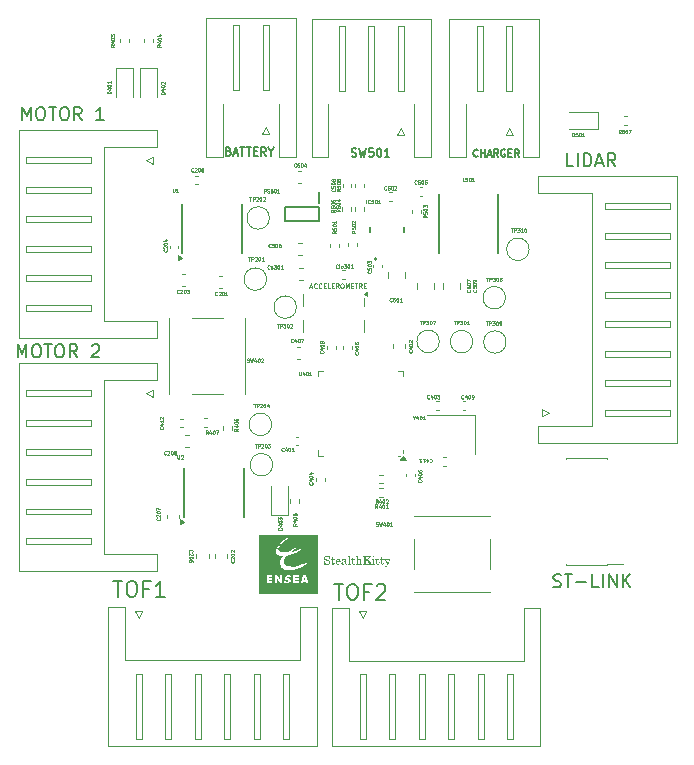
<source format=gbr>
%TF.GenerationSoftware,KiCad,Pcbnew,8.0.1*%
%TF.CreationDate,2024-10-23T08:32:38+02:00*%
%TF.ProjectId,StealthKitty.kicad_pro,53746561-6c74-4684-9b69-7474792e6b69,rev?*%
%TF.SameCoordinates,Original*%
%TF.FileFunction,Legend,Top*%
%TF.FilePolarity,Positive*%
%FSLAX46Y46*%
G04 Gerber Fmt 4.6, Leading zero omitted, Abs format (unit mm)*
G04 Created by KiCad (PCBNEW 8.0.1) date 2024-10-23 08:32:38*
%MOMM*%
%LPD*%
G01*
G04 APERTURE LIST*
%ADD10C,0.140000*%
%ADD11C,0.100000*%
%ADD12C,0.200000*%
%ADD13C,0.150000*%
%ADD14C,0.075000*%
%ADD15C,0.000000*%
%ADD16C,0.120000*%
%ADD17C,0.127000*%
G04 APERTURE END LIST*
D10*
G36*
X149889738Y-112820968D02*
G01*
X149931284Y-112757880D01*
X149974710Y-112757880D01*
X149977616Y-113031432D01*
X149936071Y-113031432D01*
X149925909Y-112994905D01*
X149914446Y-112961725D01*
X149898970Y-112926328D01*
X149881619Y-112895752D01*
X149859007Y-112866172D01*
X149848534Y-112855504D01*
X149818946Y-112831942D01*
X149787284Y-112815112D01*
X149753550Y-112805014D01*
X149717742Y-112801648D01*
X149681675Y-112805255D01*
X149647053Y-112817553D01*
X149617725Y-112838578D01*
X149595629Y-112865749D01*
X149581984Y-112899721D01*
X149578914Y-112928166D01*
X149583513Y-112962692D01*
X149593447Y-112985954D01*
X149616091Y-113012056D01*
X149637557Y-113026303D01*
X149670562Y-113039788D01*
X149703924Y-113049951D01*
X149740800Y-113059552D01*
X149751081Y-113062036D01*
X149786749Y-113071003D01*
X149824976Y-113081597D01*
X149858215Y-113092012D01*
X149890689Y-113103934D01*
X149919487Y-113117259D01*
X149950097Y-113137037D01*
X149976901Y-113162438D01*
X149992491Y-113184108D01*
X150007389Y-113216422D01*
X150015411Y-113252582D01*
X150016939Y-113278826D01*
X150014607Y-113313826D01*
X150005991Y-113351727D01*
X149991027Y-113386470D01*
X149969714Y-113418055D01*
X149950603Y-113438683D01*
X149919815Y-113463331D01*
X149885345Y-113481926D01*
X149852870Y-113493046D01*
X149817689Y-113499718D01*
X149779804Y-113501942D01*
X149745623Y-113500393D01*
X149706754Y-113494446D01*
X149670229Y-113484040D01*
X149636048Y-113469174D01*
X149604212Y-113449847D01*
X149589173Y-113438512D01*
X149536685Y-113501942D01*
X149493942Y-113501942D01*
X149493942Y-113217448D01*
X149538736Y-113217448D01*
X149546370Y-113251943D01*
X149558616Y-113290042D01*
X149574227Y-113324548D01*
X149593205Y-113355459D01*
X149615549Y-113382775D01*
X149627983Y-113395085D01*
X149658878Y-113419667D01*
X149691427Y-113438212D01*
X149725627Y-113450719D01*
X149761481Y-113457188D01*
X149782711Y-113458173D01*
X149819439Y-113454968D01*
X149855489Y-113443888D01*
X149886531Y-113424895D01*
X149894867Y-113417653D01*
X149917768Y-113390642D01*
X149933162Y-113357034D01*
X149938251Y-113322941D01*
X149938293Y-113319346D01*
X149933208Y-113285482D01*
X149922222Y-113262584D01*
X149898059Y-113237405D01*
X149870589Y-113221038D01*
X149837756Y-113208375D01*
X149803346Y-113198023D01*
X149765962Y-113188176D01*
X149728513Y-113179150D01*
X149693164Y-113170172D01*
X149655593Y-113158968D01*
X149623312Y-113147295D01*
X149588498Y-113131002D01*
X149565750Y-113116062D01*
X149538523Y-113088354D01*
X149519075Y-113055496D01*
X149508439Y-113022520D01*
X149503760Y-112985601D01*
X149503517Y-112974328D01*
X149505680Y-112939947D01*
X149513675Y-112902875D01*
X149527559Y-112869075D01*
X149547334Y-112838547D01*
X149565066Y-112818745D01*
X149593613Y-112795029D01*
X149625401Y-112777138D01*
X149660428Y-112765072D01*
X149698695Y-112758831D01*
X149722016Y-112757880D01*
X149758483Y-112760448D01*
X149793426Y-112768151D01*
X149809040Y-112773438D01*
X149842318Y-112788706D01*
X149872436Y-112807708D01*
X149889738Y-112820968D01*
G37*
G36*
X150197484Y-112845417D02*
G01*
X150241081Y-112845417D01*
X150241081Y-113031432D01*
X150386748Y-113031432D01*
X150386748Y-113086143D01*
X150241081Y-113086143D01*
X150241081Y-113374056D01*
X150246220Y-113409122D01*
X150257323Y-113428766D01*
X150288024Y-113446348D01*
X150298527Y-113447231D01*
X150331306Y-113437105D01*
X150350331Y-113418508D01*
X150366044Y-113384736D01*
X150373059Y-113350035D01*
X150376147Y-113315926D01*
X150419061Y-113315926D01*
X150416627Y-113350329D01*
X150410550Y-113385862D01*
X150399338Y-113420401D01*
X150381284Y-113451517D01*
X150376489Y-113457318D01*
X150349518Y-113480850D01*
X150317972Y-113495666D01*
X150281851Y-113501767D01*
X150274078Y-113501942D01*
X150237064Y-113498123D01*
X150203412Y-113485248D01*
X150182780Y-113469628D01*
X150161416Y-113440018D01*
X150151362Y-113406975D01*
X150149783Y-113385169D01*
X150149783Y-113086143D01*
X150071308Y-113086143D01*
X150071308Y-113042716D01*
X150106192Y-113033204D01*
X150136414Y-113016146D01*
X150153715Y-112998777D01*
X150171518Y-112969509D01*
X150184747Y-112934193D01*
X150192570Y-112898330D01*
X150196489Y-112863905D01*
X150197484Y-112845417D01*
G37*
G36*
X150722039Y-113023222D02*
G01*
X150755438Y-113031417D01*
X150789184Y-113046932D01*
X150801692Y-113055026D01*
X150829989Y-113079443D01*
X150851402Y-113106443D01*
X150868974Y-113138203D01*
X150875551Y-113153847D01*
X150885406Y-113188037D01*
X150891069Y-113225009D01*
X150893483Y-113263080D01*
X150893674Y-113272158D01*
X150571053Y-113272158D01*
X150573580Y-113309805D01*
X150580275Y-113346660D01*
X150592660Y-113380254D01*
X150607983Y-113403121D01*
X150634911Y-113426382D01*
X150666113Y-113441028D01*
X150701589Y-113447059D01*
X150709197Y-113447231D01*
X150747478Y-113442453D01*
X150782585Y-113428120D01*
X150814517Y-113404231D01*
X150839361Y-113376149D01*
X150858283Y-113347385D01*
X150899658Y-113363627D01*
X150880023Y-113396044D01*
X150858475Y-113424140D01*
X150828851Y-113453180D01*
X150796238Y-113475467D01*
X150760637Y-113491001D01*
X150722046Y-113499780D01*
X150689023Y-113501942D01*
X150649880Y-113498784D01*
X150613536Y-113489310D01*
X150579990Y-113473520D01*
X150549241Y-113451415D01*
X150532927Y-113435947D01*
X150508278Y-113405257D01*
X150489684Y-113371082D01*
X150477143Y-113333422D01*
X150471212Y-113298368D01*
X150469668Y-113267200D01*
X150471807Y-113228390D01*
X150571053Y-113228390D01*
X150760659Y-113228390D01*
X150783569Y-113218644D01*
X150791767Y-113184670D01*
X150791775Y-113183083D01*
X150787352Y-113147908D01*
X150772575Y-113114632D01*
X150760317Y-113098794D01*
X150733062Y-113076434D01*
X150699608Y-113065102D01*
X150686629Y-113064258D01*
X150650325Y-113071200D01*
X150620921Y-113089929D01*
X150605589Y-113106317D01*
X150587891Y-113136237D01*
X150577330Y-113169560D01*
X150572212Y-113204267D01*
X150571053Y-113228390D01*
X150471807Y-113228390D01*
X150471862Y-113227383D01*
X150478444Y-113190512D01*
X150489413Y-113156586D01*
X150504770Y-113125605D01*
X150524515Y-113097569D01*
X150532072Y-113088878D01*
X150560756Y-113062231D01*
X150592206Y-113042128D01*
X150626421Y-113028571D01*
X150663401Y-113021559D01*
X150685774Y-113020490D01*
X150722039Y-113023222D01*
G37*
G36*
X151227482Y-113022713D02*
G01*
X151261387Y-113029381D01*
X151293783Y-113042195D01*
X151314773Y-113056052D01*
X151340081Y-113083044D01*
X151355709Y-113116684D01*
X151359225Y-113144785D01*
X151359225Y-113389272D01*
X151363750Y-113423587D01*
X151368799Y-113433896D01*
X151391709Y-113447231D01*
X151425519Y-113438346D01*
X151432742Y-113434750D01*
X151455823Y-113465867D01*
X151427538Y-113486406D01*
X151395437Y-113499088D01*
X151370509Y-113501942D01*
X151335064Y-113496262D01*
X151312208Y-113483990D01*
X151288586Y-113458060D01*
X151274253Y-113429963D01*
X151246981Y-113454891D01*
X151218567Y-113475404D01*
X151198171Y-113486212D01*
X151164338Y-113496965D01*
X151128058Y-113501558D01*
X151112857Y-113501942D01*
X151075405Y-113499467D01*
X151040009Y-113490912D01*
X151008632Y-113474443D01*
X151003778Y-113470654D01*
X150980753Y-113444688D01*
X150967802Y-113410915D01*
X150965994Y-113390298D01*
X150967020Y-113383459D01*
X151067892Y-113383459D01*
X151073626Y-113418297D01*
X151086015Y-113438512D01*
X151116267Y-113456253D01*
X151133545Y-113458173D01*
X151169226Y-113453203D01*
X151201513Y-113438294D01*
X151227920Y-113416115D01*
X151249017Y-113387708D01*
X151262301Y-113355060D01*
X151267771Y-113318171D01*
X151267927Y-113310284D01*
X151267927Y-113251129D01*
X151233757Y-113256677D01*
X151196908Y-113264723D01*
X151159645Y-113276025D01*
X151124612Y-113291465D01*
X151103625Y-113304813D01*
X151080489Y-113331155D01*
X151069148Y-113365171D01*
X151067892Y-113383459D01*
X150967020Y-113383459D01*
X150971262Y-113355175D01*
X150987066Y-113323321D01*
X151013406Y-113294737D01*
X151045096Y-113272408D01*
X151050282Y-113269422D01*
X151083667Y-113252799D01*
X151120479Y-113238447D01*
X151153772Y-113228223D01*
X151189444Y-113219577D01*
X151227496Y-113212509D01*
X151267927Y-113207018D01*
X151267927Y-113145298D01*
X151259163Y-113110905D01*
X151240230Y-113088194D01*
X151208771Y-113070242D01*
X151174794Y-113064352D01*
X151169448Y-113064258D01*
X151134138Y-113067752D01*
X151100205Y-113080159D01*
X151081228Y-113099820D01*
X151091486Y-113117943D01*
X151106331Y-113148899D01*
X151106702Y-113154018D01*
X151095626Y-113187169D01*
X151091144Y-113191973D01*
X151059767Y-113205995D01*
X151050795Y-113206505D01*
X151017363Y-113197761D01*
X151006685Y-113189579D01*
X150990175Y-113158548D01*
X150989075Y-113145811D01*
X150996865Y-113111102D01*
X151017692Y-113081608D01*
X151044469Y-113059129D01*
X151074325Y-113042225D01*
X151108326Y-113030150D01*
X151146474Y-113022905D01*
X151183254Y-113020528D01*
X151188768Y-113020490D01*
X151227482Y-113022713D01*
G37*
G36*
X151675348Y-112757538D02*
G01*
X151675348Y-113422099D01*
X151681674Y-113438854D01*
X151707320Y-113447231D01*
X151760491Y-113447231D01*
X151760491Y-113491000D01*
X151494633Y-113491000D01*
X151494633Y-113447231D01*
X151545411Y-113447231D01*
X151574476Y-113438170D01*
X151583709Y-113411840D01*
X151583709Y-112858069D01*
X151572595Y-112826781D01*
X151541123Y-112813089D01*
X151532418Y-112812591D01*
X151486598Y-112812591D01*
X151486598Y-112769164D01*
X151675348Y-112757538D01*
G37*
G36*
X151921545Y-112845417D02*
G01*
X151965143Y-112845417D01*
X151965143Y-113031432D01*
X152110809Y-113031432D01*
X152110809Y-113086143D01*
X151965143Y-113086143D01*
X151965143Y-113374056D01*
X151970282Y-113409122D01*
X151981385Y-113428766D01*
X152012085Y-113446348D01*
X152022588Y-113447231D01*
X152055368Y-113437105D01*
X152074392Y-113418508D01*
X152090105Y-113384736D01*
X152097121Y-113350035D01*
X152100209Y-113315926D01*
X152143122Y-113315926D01*
X152140688Y-113350329D01*
X152134612Y-113385862D01*
X152123400Y-113420401D01*
X152105345Y-113451517D01*
X152100551Y-113457318D01*
X152073580Y-113480850D01*
X152042034Y-113495666D01*
X152005913Y-113501767D01*
X151998140Y-113501942D01*
X151961125Y-113498123D01*
X151927473Y-113485248D01*
X151906842Y-113469628D01*
X151885477Y-113440018D01*
X151875424Y-113406975D01*
X151873845Y-113385169D01*
X151873845Y-113086143D01*
X151795369Y-113086143D01*
X151795369Y-113042716D01*
X151830254Y-113033204D01*
X151860475Y-113016146D01*
X151877777Y-112998777D01*
X151895579Y-112969509D01*
X151908808Y-112934193D01*
X151916631Y-112898330D01*
X151920550Y-112863905D01*
X151921545Y-112845417D01*
G37*
G36*
X152172529Y-112769164D02*
G01*
X152354099Y-112757538D01*
X152354099Y-113101701D01*
X152378170Y-113075585D01*
X152407320Y-113053081D01*
X152422487Y-113043913D01*
X152454753Y-113029640D01*
X152488460Y-113021954D01*
X152511734Y-113020490D01*
X152546633Y-113024045D01*
X152580873Y-113035826D01*
X152592260Y-113042032D01*
X152618547Y-113065370D01*
X152637831Y-113096028D01*
X152640303Y-113101188D01*
X152652284Y-113134800D01*
X152658409Y-113169243D01*
X152659965Y-113200009D01*
X152659965Y-113413379D01*
X152668855Y-113439538D01*
X152698262Y-113447231D01*
X152742201Y-113447231D01*
X152742201Y-113491000D01*
X152487969Y-113491000D01*
X152487969Y-113447231D01*
X152520282Y-113447231D01*
X152554654Y-113441701D01*
X152559092Y-113438854D01*
X152569180Y-113413379D01*
X152569180Y-113199667D01*
X152566129Y-113165392D01*
X152554658Y-113132283D01*
X152543363Y-113115891D01*
X152516240Y-113094538D01*
X152482956Y-113086259D01*
X152478053Y-113086143D01*
X152443876Y-113091552D01*
X152419239Y-113103240D01*
X152392757Y-113126338D01*
X152373077Y-113155214D01*
X152359455Y-113188814D01*
X152354173Y-113224217D01*
X152354099Y-113229073D01*
X152354099Y-113408592D01*
X152362477Y-113438854D01*
X152392055Y-113447231D01*
X152435994Y-113447231D01*
X152435994Y-113491000D01*
X152186891Y-113491000D01*
X152186891Y-113447231D01*
X152219375Y-113447231D01*
X152253125Y-113438967D01*
X152254424Y-113437828D01*
X152264340Y-113408079D01*
X152264340Y-112864907D01*
X152256096Y-112831686D01*
X152250833Y-112825413D01*
X152218669Y-112812904D01*
X152210655Y-112812591D01*
X152172529Y-112812591D01*
X152172529Y-112769164D01*
G37*
G36*
X152790073Y-112768822D02*
G01*
X153126200Y-112768822D01*
X153126200Y-112812591D01*
X153051486Y-112812591D01*
X153021224Y-112822678D01*
X153010795Y-112848152D01*
X153010795Y-113165473D01*
X153268960Y-112889356D01*
X153288107Y-112859862D01*
X153290673Y-112845588D01*
X153276653Y-112821994D01*
X153242330Y-112813041D01*
X153228269Y-112812591D01*
X153203136Y-112812591D01*
X153203136Y-112768822D01*
X153506095Y-112768822D01*
X153506095Y-112812591D01*
X153478056Y-112812591D01*
X153442590Y-112818558D01*
X153415823Y-112829517D01*
X153384893Y-112848353D01*
X153358059Y-112871288D01*
X153352564Y-112876875D01*
X153190655Y-113048700D01*
X153424371Y-113395256D01*
X153446046Y-113422076D01*
X153463353Y-113435605D01*
X153495906Y-113446312D01*
X153510711Y-113447231D01*
X153542170Y-113447231D01*
X153542170Y-113491000D01*
X153210488Y-113491000D01*
X153210488Y-113447231D01*
X153252376Y-113447231D01*
X153287135Y-113445446D01*
X153302128Y-113441589D01*
X153313241Y-113428937D01*
X153308454Y-113413379D01*
X153116113Y-113128714D01*
X153010795Y-113242238D01*
X153010795Y-113416799D01*
X153018318Y-113436802D01*
X153051486Y-113447231D01*
X153126200Y-113447231D01*
X153126200Y-113491000D01*
X152790073Y-113491000D01*
X152790073Y-113447231D01*
X152858119Y-113447231D01*
X152889919Y-113438854D01*
X152899836Y-113416799D01*
X152899836Y-112843023D01*
X152888722Y-112820797D01*
X152853836Y-112812663D01*
X152848545Y-112812591D01*
X152790073Y-112812591D01*
X152790073Y-112768822D01*
G37*
G36*
X153665610Y-112779764D02*
G01*
X153699195Y-112789782D01*
X153707327Y-112796177D01*
X153724812Y-112826912D01*
X153725450Y-112835159D01*
X153712913Y-112868117D01*
X153707840Y-112873285D01*
X153676359Y-112888424D01*
X153666123Y-112889185D01*
X153632154Y-112879272D01*
X153624064Y-112872943D01*
X153606909Y-112842712D01*
X153606284Y-112834646D01*
X153618135Y-112802531D01*
X153624235Y-112796177D01*
X153655683Y-112780550D01*
X153665610Y-112779764D01*
G37*
G36*
X153535673Y-113042716D02*
G01*
X153725450Y-113031090D01*
X153725450Y-113420731D01*
X153731263Y-113439025D01*
X153755540Y-113447231D01*
X153811960Y-113447231D01*
X153811960Y-113491000D01*
X153545247Y-113491000D01*
X153545247Y-113447231D01*
X153598419Y-113447231D01*
X153625432Y-113438683D01*
X153633810Y-113413037D01*
X153633810Y-113134014D01*
X153623338Y-113101289D01*
X153620132Y-113098110D01*
X153586705Y-113086435D01*
X153578244Y-113086143D01*
X153535673Y-113086143D01*
X153535673Y-113042716D01*
G37*
G36*
X153971133Y-112845417D02*
G01*
X154014731Y-112845417D01*
X154014731Y-113031432D01*
X154160397Y-113031432D01*
X154160397Y-113086143D01*
X154014731Y-113086143D01*
X154014731Y-113374056D01*
X154019870Y-113409122D01*
X154030973Y-113428766D01*
X154061673Y-113446348D01*
X154072177Y-113447231D01*
X154104956Y-113437105D01*
X154123981Y-113418508D01*
X154139693Y-113384736D01*
X154146709Y-113350035D01*
X154149797Y-113315926D01*
X154192711Y-113315926D01*
X154190276Y-113350329D01*
X154184200Y-113385862D01*
X154172988Y-113420401D01*
X154154934Y-113451517D01*
X154150139Y-113457318D01*
X154123168Y-113480850D01*
X154091622Y-113495666D01*
X154055501Y-113501767D01*
X154047728Y-113501942D01*
X154010713Y-113498123D01*
X153977062Y-113485248D01*
X153956430Y-113469628D01*
X153935066Y-113440018D01*
X153925012Y-113406975D01*
X153923433Y-113385169D01*
X153923433Y-113086143D01*
X153844958Y-113086143D01*
X153844958Y-113042716D01*
X153879842Y-113033204D01*
X153910063Y-113016146D01*
X153927365Y-112998777D01*
X153945167Y-112969509D01*
X153958396Y-112934193D01*
X153966220Y-112898330D01*
X153970139Y-112863905D01*
X153971133Y-112845417D01*
G37*
G36*
X154352055Y-112845417D02*
G01*
X154395652Y-112845417D01*
X154395652Y-113031432D01*
X154541318Y-113031432D01*
X154541318Y-113086143D01*
X154395652Y-113086143D01*
X154395652Y-113374056D01*
X154400791Y-113409122D01*
X154411894Y-113428766D01*
X154442594Y-113446348D01*
X154453098Y-113447231D01*
X154485877Y-113437105D01*
X154504902Y-113418508D01*
X154520614Y-113384736D01*
X154527630Y-113350035D01*
X154530718Y-113315926D01*
X154573632Y-113315926D01*
X154571197Y-113350329D01*
X154565121Y-113385862D01*
X154553909Y-113420401D01*
X154535855Y-113451517D01*
X154531060Y-113457318D01*
X154504089Y-113480850D01*
X154472543Y-113495666D01*
X154436422Y-113501767D01*
X154428649Y-113501942D01*
X154391635Y-113498123D01*
X154357983Y-113485248D01*
X154337351Y-113469628D01*
X154315987Y-113440018D01*
X154305933Y-113406975D01*
X154304354Y-113385169D01*
X154304354Y-113086143D01*
X154225879Y-113086143D01*
X154225879Y-113042716D01*
X154260763Y-113033204D01*
X154290985Y-113016146D01*
X154308286Y-112998777D01*
X154326089Y-112969509D01*
X154339317Y-112934193D01*
X154347141Y-112898330D01*
X154351060Y-112863905D01*
X154352055Y-112845417D01*
G37*
G36*
X154604406Y-113031432D02*
G01*
X154831284Y-113031432D01*
X154831284Y-113075200D01*
X154805638Y-113075200D01*
X154771558Y-113080460D01*
X154770418Y-113081184D01*
X154762041Y-113097598D01*
X154764434Y-113107343D01*
X154884626Y-113359182D01*
X154973360Y-113152821D01*
X154982336Y-113119802D01*
X154982934Y-113109053D01*
X154970795Y-113086314D01*
X154936122Y-113076940D01*
X154913178Y-113074859D01*
X154913178Y-113031432D01*
X155111674Y-113031432D01*
X155111674Y-113074688D01*
X155077666Y-113082311D01*
X155049195Y-113101583D01*
X155037986Y-113118969D01*
X154871632Y-113506387D01*
X154855394Y-113541551D01*
X154839119Y-113572159D01*
X154820086Y-113602111D01*
X154798274Y-113628747D01*
X154784609Y-113641282D01*
X154755961Y-113660126D01*
X154722945Y-113672793D01*
X154688353Y-113677015D01*
X154653859Y-113671587D01*
X154626632Y-113655302D01*
X154606932Y-113625961D01*
X154603039Y-113601788D01*
X154612971Y-113567867D01*
X154618084Y-113561610D01*
X154648828Y-113546098D01*
X154655697Y-113545710D01*
X154688455Y-113557431D01*
X154690233Y-113559046D01*
X154704410Y-113590510D01*
X154704424Y-113591701D01*
X154702201Y-113607259D01*
X154700491Y-113616321D01*
X154710066Y-113622304D01*
X154743234Y-113612559D01*
X154770354Y-113591273D01*
X154778796Y-113581101D01*
X154798300Y-113549026D01*
X154815953Y-113514754D01*
X154832451Y-113480713D01*
X154837609Y-113469799D01*
X154668007Y-113112130D01*
X154646978Y-113086655D01*
X154613380Y-113075805D01*
X154604406Y-113074517D01*
X154604406Y-113031432D01*
G37*
D11*
X148281979Y-89971561D02*
X148472455Y-89971561D01*
X148243884Y-90085847D02*
X148377217Y-89685847D01*
X148377217Y-89685847D02*
X148510550Y-90085847D01*
X148872455Y-90047752D02*
X148853407Y-90066800D01*
X148853407Y-90066800D02*
X148796265Y-90085847D01*
X148796265Y-90085847D02*
X148758169Y-90085847D01*
X148758169Y-90085847D02*
X148701026Y-90066800D01*
X148701026Y-90066800D02*
X148662931Y-90028704D01*
X148662931Y-90028704D02*
X148643884Y-89990609D01*
X148643884Y-89990609D02*
X148624836Y-89914419D01*
X148624836Y-89914419D02*
X148624836Y-89857276D01*
X148624836Y-89857276D02*
X148643884Y-89781085D01*
X148643884Y-89781085D02*
X148662931Y-89742990D01*
X148662931Y-89742990D02*
X148701026Y-89704895D01*
X148701026Y-89704895D02*
X148758169Y-89685847D01*
X148758169Y-89685847D02*
X148796265Y-89685847D01*
X148796265Y-89685847D02*
X148853407Y-89704895D01*
X148853407Y-89704895D02*
X148872455Y-89723942D01*
X149272455Y-90047752D02*
X149253407Y-90066800D01*
X149253407Y-90066800D02*
X149196265Y-90085847D01*
X149196265Y-90085847D02*
X149158169Y-90085847D01*
X149158169Y-90085847D02*
X149101026Y-90066800D01*
X149101026Y-90066800D02*
X149062931Y-90028704D01*
X149062931Y-90028704D02*
X149043884Y-89990609D01*
X149043884Y-89990609D02*
X149024836Y-89914419D01*
X149024836Y-89914419D02*
X149024836Y-89857276D01*
X149024836Y-89857276D02*
X149043884Y-89781085D01*
X149043884Y-89781085D02*
X149062931Y-89742990D01*
X149062931Y-89742990D02*
X149101026Y-89704895D01*
X149101026Y-89704895D02*
X149158169Y-89685847D01*
X149158169Y-89685847D02*
X149196265Y-89685847D01*
X149196265Y-89685847D02*
X149253407Y-89704895D01*
X149253407Y-89704895D02*
X149272455Y-89723942D01*
X149443884Y-89876323D02*
X149577217Y-89876323D01*
X149634360Y-90085847D02*
X149443884Y-90085847D01*
X149443884Y-90085847D02*
X149443884Y-89685847D01*
X149443884Y-89685847D02*
X149634360Y-89685847D01*
X149996265Y-90085847D02*
X149805789Y-90085847D01*
X149805789Y-90085847D02*
X149805789Y-89685847D01*
X150129599Y-89876323D02*
X150262932Y-89876323D01*
X150320075Y-90085847D02*
X150129599Y-90085847D01*
X150129599Y-90085847D02*
X150129599Y-89685847D01*
X150129599Y-89685847D02*
X150320075Y-89685847D01*
X150720075Y-90085847D02*
X150586742Y-89895371D01*
X150491504Y-90085847D02*
X150491504Y-89685847D01*
X150491504Y-89685847D02*
X150643885Y-89685847D01*
X150643885Y-89685847D02*
X150681980Y-89704895D01*
X150681980Y-89704895D02*
X150701027Y-89723942D01*
X150701027Y-89723942D02*
X150720075Y-89762038D01*
X150720075Y-89762038D02*
X150720075Y-89819180D01*
X150720075Y-89819180D02*
X150701027Y-89857276D01*
X150701027Y-89857276D02*
X150681980Y-89876323D01*
X150681980Y-89876323D02*
X150643885Y-89895371D01*
X150643885Y-89895371D02*
X150491504Y-89895371D01*
X150967694Y-89685847D02*
X151043885Y-89685847D01*
X151043885Y-89685847D02*
X151081980Y-89704895D01*
X151081980Y-89704895D02*
X151120075Y-89742990D01*
X151120075Y-89742990D02*
X151139123Y-89819180D01*
X151139123Y-89819180D02*
X151139123Y-89952514D01*
X151139123Y-89952514D02*
X151120075Y-90028704D01*
X151120075Y-90028704D02*
X151081980Y-90066800D01*
X151081980Y-90066800D02*
X151043885Y-90085847D01*
X151043885Y-90085847D02*
X150967694Y-90085847D01*
X150967694Y-90085847D02*
X150929599Y-90066800D01*
X150929599Y-90066800D02*
X150891504Y-90028704D01*
X150891504Y-90028704D02*
X150872456Y-89952514D01*
X150872456Y-89952514D02*
X150872456Y-89819180D01*
X150872456Y-89819180D02*
X150891504Y-89742990D01*
X150891504Y-89742990D02*
X150929599Y-89704895D01*
X150929599Y-89704895D02*
X150967694Y-89685847D01*
X151310552Y-90085847D02*
X151310552Y-89685847D01*
X151310552Y-89685847D02*
X151443885Y-89971561D01*
X151443885Y-89971561D02*
X151577218Y-89685847D01*
X151577218Y-89685847D02*
X151577218Y-90085847D01*
X151767695Y-89876323D02*
X151901028Y-89876323D01*
X151958171Y-90085847D02*
X151767695Y-90085847D01*
X151767695Y-90085847D02*
X151767695Y-89685847D01*
X151767695Y-89685847D02*
X151958171Y-89685847D01*
X152072457Y-89685847D02*
X152301028Y-89685847D01*
X152186742Y-90085847D02*
X152186742Y-89685847D01*
X152662933Y-90085847D02*
X152529600Y-89895371D01*
X152434362Y-90085847D02*
X152434362Y-89685847D01*
X152434362Y-89685847D02*
X152586743Y-89685847D01*
X152586743Y-89685847D02*
X152624838Y-89704895D01*
X152624838Y-89704895D02*
X152643885Y-89723942D01*
X152643885Y-89723942D02*
X152662933Y-89762038D01*
X152662933Y-89762038D02*
X152662933Y-89819180D01*
X152662933Y-89819180D02*
X152643885Y-89857276D01*
X152643885Y-89857276D02*
X152624838Y-89876323D01*
X152624838Y-89876323D02*
X152586743Y-89895371D01*
X152586743Y-89895371D02*
X152434362Y-89895371D01*
X152834362Y-89876323D02*
X152967695Y-89876323D01*
X153024838Y-90085847D02*
X152834362Y-90085847D01*
X152834362Y-90085847D02*
X152834362Y-89685847D01*
X152834362Y-89685847D02*
X153024838Y-89685847D01*
D12*
X131655387Y-114910504D02*
X132398244Y-114910504D01*
X132026816Y-116210504D02*
X132026816Y-114910504D01*
X133079196Y-114910504D02*
X133326815Y-114910504D01*
X133326815Y-114910504D02*
X133450625Y-114972409D01*
X133450625Y-114972409D02*
X133574434Y-115096219D01*
X133574434Y-115096219D02*
X133636339Y-115343838D01*
X133636339Y-115343838D02*
X133636339Y-115777171D01*
X133636339Y-115777171D02*
X133574434Y-116024790D01*
X133574434Y-116024790D02*
X133450625Y-116148600D01*
X133450625Y-116148600D02*
X133326815Y-116210504D01*
X133326815Y-116210504D02*
X133079196Y-116210504D01*
X133079196Y-116210504D02*
X132955387Y-116148600D01*
X132955387Y-116148600D02*
X132831577Y-116024790D01*
X132831577Y-116024790D02*
X132769673Y-115777171D01*
X132769673Y-115777171D02*
X132769673Y-115343838D01*
X132769673Y-115343838D02*
X132831577Y-115096219D01*
X132831577Y-115096219D02*
X132955387Y-114972409D01*
X132955387Y-114972409D02*
X133079196Y-114910504D01*
X134626816Y-115529552D02*
X134193482Y-115529552D01*
X134193482Y-116210504D02*
X134193482Y-114910504D01*
X134193482Y-114910504D02*
X134812530Y-114910504D01*
X135988721Y-116210504D02*
X135245864Y-116210504D01*
X135617292Y-116210504D02*
X135617292Y-114910504D01*
X135617292Y-114910504D02*
X135493483Y-115096219D01*
X135493483Y-115096219D02*
X135369673Y-115220028D01*
X135369673Y-115220028D02*
X135245864Y-115281933D01*
X123553482Y-95954980D02*
X123553482Y-94854980D01*
X123553482Y-94854980D02*
X123920149Y-95640695D01*
X123920149Y-95640695D02*
X124286816Y-94854980D01*
X124286816Y-94854980D02*
X124286816Y-95954980D01*
X125020149Y-94854980D02*
X125229673Y-94854980D01*
X125229673Y-94854980D02*
X125334435Y-94907361D01*
X125334435Y-94907361D02*
X125439197Y-95012123D01*
X125439197Y-95012123D02*
X125491578Y-95221647D01*
X125491578Y-95221647D02*
X125491578Y-95588314D01*
X125491578Y-95588314D02*
X125439197Y-95797838D01*
X125439197Y-95797838D02*
X125334435Y-95902600D01*
X125334435Y-95902600D02*
X125229673Y-95954980D01*
X125229673Y-95954980D02*
X125020149Y-95954980D01*
X125020149Y-95954980D02*
X124915387Y-95902600D01*
X124915387Y-95902600D02*
X124810625Y-95797838D01*
X124810625Y-95797838D02*
X124758244Y-95588314D01*
X124758244Y-95588314D02*
X124758244Y-95221647D01*
X124758244Y-95221647D02*
X124810625Y-95012123D01*
X124810625Y-95012123D02*
X124915387Y-94907361D01*
X124915387Y-94907361D02*
X125020149Y-94854980D01*
X125805863Y-94854980D02*
X126434435Y-94854980D01*
X126120149Y-95954980D02*
X126120149Y-94854980D01*
X127010625Y-94854980D02*
X127220149Y-94854980D01*
X127220149Y-94854980D02*
X127324911Y-94907361D01*
X127324911Y-94907361D02*
X127429673Y-95012123D01*
X127429673Y-95012123D02*
X127482054Y-95221647D01*
X127482054Y-95221647D02*
X127482054Y-95588314D01*
X127482054Y-95588314D02*
X127429673Y-95797838D01*
X127429673Y-95797838D02*
X127324911Y-95902600D01*
X127324911Y-95902600D02*
X127220149Y-95954980D01*
X127220149Y-95954980D02*
X127010625Y-95954980D01*
X127010625Y-95954980D02*
X126905863Y-95902600D01*
X126905863Y-95902600D02*
X126801101Y-95797838D01*
X126801101Y-95797838D02*
X126748720Y-95588314D01*
X126748720Y-95588314D02*
X126748720Y-95221647D01*
X126748720Y-95221647D02*
X126801101Y-95012123D01*
X126801101Y-95012123D02*
X126905863Y-94907361D01*
X126905863Y-94907361D02*
X127010625Y-94854980D01*
X128582054Y-95954980D02*
X128215387Y-95431171D01*
X127953482Y-95954980D02*
X127953482Y-94854980D01*
X127953482Y-94854980D02*
X128372530Y-94854980D01*
X128372530Y-94854980D02*
X128477292Y-94907361D01*
X128477292Y-94907361D02*
X128529673Y-94959742D01*
X128529673Y-94959742D02*
X128582054Y-95064504D01*
X128582054Y-95064504D02*
X128582054Y-95221647D01*
X128582054Y-95221647D02*
X128529673Y-95326409D01*
X128529673Y-95326409D02*
X128477292Y-95378790D01*
X128477292Y-95378790D02*
X128372530Y-95431171D01*
X128372530Y-95431171D02*
X127953482Y-95431171D01*
X129839196Y-94959742D02*
X129891577Y-94907361D01*
X129891577Y-94907361D02*
X129996339Y-94854980D01*
X129996339Y-94854980D02*
X130258244Y-94854980D01*
X130258244Y-94854980D02*
X130363006Y-94907361D01*
X130363006Y-94907361D02*
X130415387Y-94959742D01*
X130415387Y-94959742D02*
X130467768Y-95064504D01*
X130467768Y-95064504D02*
X130467768Y-95169266D01*
X130467768Y-95169266D02*
X130415387Y-95326409D01*
X130415387Y-95326409D02*
X129786815Y-95954980D01*
X129786815Y-95954980D02*
X130467768Y-95954980D01*
X150355387Y-115160504D02*
X151098244Y-115160504D01*
X150726816Y-116460504D02*
X150726816Y-115160504D01*
X151779196Y-115160504D02*
X152026815Y-115160504D01*
X152026815Y-115160504D02*
X152150625Y-115222409D01*
X152150625Y-115222409D02*
X152274434Y-115346219D01*
X152274434Y-115346219D02*
X152336339Y-115593838D01*
X152336339Y-115593838D02*
X152336339Y-116027171D01*
X152336339Y-116027171D02*
X152274434Y-116274790D01*
X152274434Y-116274790D02*
X152150625Y-116398600D01*
X152150625Y-116398600D02*
X152026815Y-116460504D01*
X152026815Y-116460504D02*
X151779196Y-116460504D01*
X151779196Y-116460504D02*
X151655387Y-116398600D01*
X151655387Y-116398600D02*
X151531577Y-116274790D01*
X151531577Y-116274790D02*
X151469673Y-116027171D01*
X151469673Y-116027171D02*
X151469673Y-115593838D01*
X151469673Y-115593838D02*
X151531577Y-115346219D01*
X151531577Y-115346219D02*
X151655387Y-115222409D01*
X151655387Y-115222409D02*
X151779196Y-115160504D01*
X153326816Y-115779552D02*
X152893482Y-115779552D01*
X152893482Y-116460504D02*
X152893482Y-115160504D01*
X152893482Y-115160504D02*
X153512530Y-115160504D01*
X153945864Y-115284314D02*
X154007768Y-115222409D01*
X154007768Y-115222409D02*
X154131578Y-115160504D01*
X154131578Y-115160504D02*
X154441102Y-115160504D01*
X154441102Y-115160504D02*
X154564911Y-115222409D01*
X154564911Y-115222409D02*
X154626816Y-115284314D01*
X154626816Y-115284314D02*
X154688721Y-115408123D01*
X154688721Y-115408123D02*
X154688721Y-115531933D01*
X154688721Y-115531933D02*
X154626816Y-115717647D01*
X154626816Y-115717647D02*
X153883959Y-116460504D01*
X153883959Y-116460504D02*
X154688721Y-116460504D01*
X170587292Y-79784980D02*
X170063482Y-79784980D01*
X170063482Y-79784980D02*
X170063482Y-78684980D01*
X170953958Y-79784980D02*
X170953958Y-78684980D01*
X171477768Y-79784980D02*
X171477768Y-78684980D01*
X171477768Y-78684980D02*
X171739673Y-78684980D01*
X171739673Y-78684980D02*
X171896816Y-78737361D01*
X171896816Y-78737361D02*
X172001578Y-78842123D01*
X172001578Y-78842123D02*
X172053959Y-78946885D01*
X172053959Y-78946885D02*
X172106340Y-79156409D01*
X172106340Y-79156409D02*
X172106340Y-79313552D01*
X172106340Y-79313552D02*
X172053959Y-79523076D01*
X172053959Y-79523076D02*
X172001578Y-79627838D01*
X172001578Y-79627838D02*
X171896816Y-79732600D01*
X171896816Y-79732600D02*
X171739673Y-79784980D01*
X171739673Y-79784980D02*
X171477768Y-79784980D01*
X172525387Y-79470695D02*
X173049197Y-79470695D01*
X172420625Y-79784980D02*
X172787292Y-78684980D01*
X172787292Y-78684980D02*
X173153959Y-79784980D01*
X174149197Y-79784980D02*
X173782530Y-79261171D01*
X173520625Y-79784980D02*
X173520625Y-78684980D01*
X173520625Y-78684980D02*
X173939673Y-78684980D01*
X173939673Y-78684980D02*
X174044435Y-78737361D01*
X174044435Y-78737361D02*
X174096816Y-78789742D01*
X174096816Y-78789742D02*
X174149197Y-78894504D01*
X174149197Y-78894504D02*
X174149197Y-79051647D01*
X174149197Y-79051647D02*
X174096816Y-79156409D01*
X174096816Y-79156409D02*
X174044435Y-79208790D01*
X174044435Y-79208790D02*
X173939673Y-79261171D01*
X173939673Y-79261171D02*
X173520625Y-79261171D01*
D13*
X162504398Y-78891628D02*
X162475826Y-78920200D01*
X162475826Y-78920200D02*
X162390112Y-78948771D01*
X162390112Y-78948771D02*
X162332969Y-78948771D01*
X162332969Y-78948771D02*
X162247255Y-78920200D01*
X162247255Y-78920200D02*
X162190112Y-78863057D01*
X162190112Y-78863057D02*
X162161541Y-78805914D01*
X162161541Y-78805914D02*
X162132969Y-78691628D01*
X162132969Y-78691628D02*
X162132969Y-78605914D01*
X162132969Y-78605914D02*
X162161541Y-78491628D01*
X162161541Y-78491628D02*
X162190112Y-78434485D01*
X162190112Y-78434485D02*
X162247255Y-78377342D01*
X162247255Y-78377342D02*
X162332969Y-78348771D01*
X162332969Y-78348771D02*
X162390112Y-78348771D01*
X162390112Y-78348771D02*
X162475826Y-78377342D01*
X162475826Y-78377342D02*
X162504398Y-78405914D01*
X162761541Y-78948771D02*
X162761541Y-78348771D01*
X162761541Y-78634485D02*
X163104398Y-78634485D01*
X163104398Y-78948771D02*
X163104398Y-78348771D01*
X163361540Y-78777342D02*
X163647255Y-78777342D01*
X163304397Y-78948771D02*
X163504397Y-78348771D01*
X163504397Y-78348771D02*
X163704397Y-78948771D01*
X164247255Y-78948771D02*
X164047255Y-78663057D01*
X163904398Y-78948771D02*
X163904398Y-78348771D01*
X163904398Y-78348771D02*
X164132969Y-78348771D01*
X164132969Y-78348771D02*
X164190112Y-78377342D01*
X164190112Y-78377342D02*
X164218683Y-78405914D01*
X164218683Y-78405914D02*
X164247255Y-78463057D01*
X164247255Y-78463057D02*
X164247255Y-78548771D01*
X164247255Y-78548771D02*
X164218683Y-78605914D01*
X164218683Y-78605914D02*
X164190112Y-78634485D01*
X164190112Y-78634485D02*
X164132969Y-78663057D01*
X164132969Y-78663057D02*
X163904398Y-78663057D01*
X164818683Y-78377342D02*
X164761541Y-78348771D01*
X164761541Y-78348771D02*
X164675826Y-78348771D01*
X164675826Y-78348771D02*
X164590112Y-78377342D01*
X164590112Y-78377342D02*
X164532969Y-78434485D01*
X164532969Y-78434485D02*
X164504398Y-78491628D01*
X164504398Y-78491628D02*
X164475826Y-78605914D01*
X164475826Y-78605914D02*
X164475826Y-78691628D01*
X164475826Y-78691628D02*
X164504398Y-78805914D01*
X164504398Y-78805914D02*
X164532969Y-78863057D01*
X164532969Y-78863057D02*
X164590112Y-78920200D01*
X164590112Y-78920200D02*
X164675826Y-78948771D01*
X164675826Y-78948771D02*
X164732969Y-78948771D01*
X164732969Y-78948771D02*
X164818683Y-78920200D01*
X164818683Y-78920200D02*
X164847255Y-78891628D01*
X164847255Y-78891628D02*
X164847255Y-78691628D01*
X164847255Y-78691628D02*
X164732969Y-78691628D01*
X165104398Y-78634485D02*
X165304398Y-78634485D01*
X165390112Y-78948771D02*
X165104398Y-78948771D01*
X165104398Y-78948771D02*
X165104398Y-78348771D01*
X165104398Y-78348771D02*
X165390112Y-78348771D01*
X165990112Y-78948771D02*
X165790112Y-78663057D01*
X165647255Y-78948771D02*
X165647255Y-78348771D01*
X165647255Y-78348771D02*
X165875826Y-78348771D01*
X165875826Y-78348771D02*
X165932969Y-78377342D01*
X165932969Y-78377342D02*
X165961540Y-78405914D01*
X165961540Y-78405914D02*
X165990112Y-78463057D01*
X165990112Y-78463057D02*
X165990112Y-78548771D01*
X165990112Y-78548771D02*
X165961540Y-78605914D01*
X165961540Y-78605914D02*
X165932969Y-78634485D01*
X165932969Y-78634485D02*
X165875826Y-78663057D01*
X165875826Y-78663057D02*
X165647255Y-78663057D01*
X141408684Y-78499866D02*
X141508684Y-78533200D01*
X141508684Y-78533200D02*
X141542017Y-78566533D01*
X141542017Y-78566533D02*
X141575350Y-78633200D01*
X141575350Y-78633200D02*
X141575350Y-78733200D01*
X141575350Y-78733200D02*
X141542017Y-78799866D01*
X141542017Y-78799866D02*
X141508684Y-78833200D01*
X141508684Y-78833200D02*
X141442017Y-78866533D01*
X141442017Y-78866533D02*
X141175350Y-78866533D01*
X141175350Y-78866533D02*
X141175350Y-78166533D01*
X141175350Y-78166533D02*
X141408684Y-78166533D01*
X141408684Y-78166533D02*
X141475350Y-78199866D01*
X141475350Y-78199866D02*
X141508684Y-78233200D01*
X141508684Y-78233200D02*
X141542017Y-78299866D01*
X141542017Y-78299866D02*
X141542017Y-78366533D01*
X141542017Y-78366533D02*
X141508684Y-78433200D01*
X141508684Y-78433200D02*
X141475350Y-78466533D01*
X141475350Y-78466533D02*
X141408684Y-78499866D01*
X141408684Y-78499866D02*
X141175350Y-78499866D01*
X141842017Y-78666533D02*
X142175350Y-78666533D01*
X141775350Y-78866533D02*
X142008684Y-78166533D01*
X142008684Y-78166533D02*
X142242017Y-78866533D01*
X142375350Y-78166533D02*
X142775350Y-78166533D01*
X142575350Y-78866533D02*
X142575350Y-78166533D01*
X142908683Y-78166533D02*
X143308683Y-78166533D01*
X143108683Y-78866533D02*
X143108683Y-78166533D01*
X143542016Y-78499866D02*
X143775350Y-78499866D01*
X143875350Y-78866533D02*
X143542016Y-78866533D01*
X143542016Y-78866533D02*
X143542016Y-78166533D01*
X143542016Y-78166533D02*
X143875350Y-78166533D01*
X144575349Y-78866533D02*
X144342016Y-78533200D01*
X144175349Y-78866533D02*
X144175349Y-78166533D01*
X144175349Y-78166533D02*
X144442016Y-78166533D01*
X144442016Y-78166533D02*
X144508683Y-78199866D01*
X144508683Y-78199866D02*
X144542016Y-78233200D01*
X144542016Y-78233200D02*
X144575349Y-78299866D01*
X144575349Y-78299866D02*
X144575349Y-78399866D01*
X144575349Y-78399866D02*
X144542016Y-78466533D01*
X144542016Y-78466533D02*
X144508683Y-78499866D01*
X144508683Y-78499866D02*
X144442016Y-78533200D01*
X144442016Y-78533200D02*
X144175349Y-78533200D01*
X145008683Y-78533200D02*
X145008683Y-78866533D01*
X144775349Y-78166533D02*
X145008683Y-78533200D01*
X145008683Y-78533200D02*
X145242016Y-78166533D01*
D12*
X123933482Y-75864980D02*
X123933482Y-74764980D01*
X123933482Y-74764980D02*
X124300149Y-75550695D01*
X124300149Y-75550695D02*
X124666816Y-74764980D01*
X124666816Y-74764980D02*
X124666816Y-75864980D01*
X125400149Y-74764980D02*
X125609673Y-74764980D01*
X125609673Y-74764980D02*
X125714435Y-74817361D01*
X125714435Y-74817361D02*
X125819197Y-74922123D01*
X125819197Y-74922123D02*
X125871578Y-75131647D01*
X125871578Y-75131647D02*
X125871578Y-75498314D01*
X125871578Y-75498314D02*
X125819197Y-75707838D01*
X125819197Y-75707838D02*
X125714435Y-75812600D01*
X125714435Y-75812600D02*
X125609673Y-75864980D01*
X125609673Y-75864980D02*
X125400149Y-75864980D01*
X125400149Y-75864980D02*
X125295387Y-75812600D01*
X125295387Y-75812600D02*
X125190625Y-75707838D01*
X125190625Y-75707838D02*
X125138244Y-75498314D01*
X125138244Y-75498314D02*
X125138244Y-75131647D01*
X125138244Y-75131647D02*
X125190625Y-74922123D01*
X125190625Y-74922123D02*
X125295387Y-74817361D01*
X125295387Y-74817361D02*
X125400149Y-74764980D01*
X126185863Y-74764980D02*
X126814435Y-74764980D01*
X126500149Y-75864980D02*
X126500149Y-74764980D01*
X127390625Y-74764980D02*
X127600149Y-74764980D01*
X127600149Y-74764980D02*
X127704911Y-74817361D01*
X127704911Y-74817361D02*
X127809673Y-74922123D01*
X127809673Y-74922123D02*
X127862054Y-75131647D01*
X127862054Y-75131647D02*
X127862054Y-75498314D01*
X127862054Y-75498314D02*
X127809673Y-75707838D01*
X127809673Y-75707838D02*
X127704911Y-75812600D01*
X127704911Y-75812600D02*
X127600149Y-75864980D01*
X127600149Y-75864980D02*
X127390625Y-75864980D01*
X127390625Y-75864980D02*
X127285863Y-75812600D01*
X127285863Y-75812600D02*
X127181101Y-75707838D01*
X127181101Y-75707838D02*
X127128720Y-75498314D01*
X127128720Y-75498314D02*
X127128720Y-75131647D01*
X127128720Y-75131647D02*
X127181101Y-74922123D01*
X127181101Y-74922123D02*
X127285863Y-74817361D01*
X127285863Y-74817361D02*
X127390625Y-74764980D01*
X128962054Y-75864980D02*
X128595387Y-75341171D01*
X128333482Y-75864980D02*
X128333482Y-74764980D01*
X128333482Y-74764980D02*
X128752530Y-74764980D01*
X128752530Y-74764980D02*
X128857292Y-74817361D01*
X128857292Y-74817361D02*
X128909673Y-74869742D01*
X128909673Y-74869742D02*
X128962054Y-74974504D01*
X128962054Y-74974504D02*
X128962054Y-75131647D01*
X128962054Y-75131647D02*
X128909673Y-75236409D01*
X128909673Y-75236409D02*
X128857292Y-75288790D01*
X128857292Y-75288790D02*
X128752530Y-75341171D01*
X128752530Y-75341171D02*
X128333482Y-75341171D01*
X130847768Y-75864980D02*
X130219196Y-75864980D01*
X130533482Y-75864980D02*
X130533482Y-74764980D01*
X130533482Y-74764980D02*
X130428720Y-74922123D01*
X130428720Y-74922123D02*
X130323958Y-75026885D01*
X130323958Y-75026885D02*
X130219196Y-75079266D01*
X168911101Y-115372600D02*
X169068244Y-115424980D01*
X169068244Y-115424980D02*
X169330149Y-115424980D01*
X169330149Y-115424980D02*
X169434911Y-115372600D01*
X169434911Y-115372600D02*
X169487292Y-115320219D01*
X169487292Y-115320219D02*
X169539673Y-115215457D01*
X169539673Y-115215457D02*
X169539673Y-115110695D01*
X169539673Y-115110695D02*
X169487292Y-115005933D01*
X169487292Y-115005933D02*
X169434911Y-114953552D01*
X169434911Y-114953552D02*
X169330149Y-114901171D01*
X169330149Y-114901171D02*
X169120625Y-114848790D01*
X169120625Y-114848790D02*
X169015863Y-114796409D01*
X169015863Y-114796409D02*
X168963482Y-114744028D01*
X168963482Y-114744028D02*
X168911101Y-114639266D01*
X168911101Y-114639266D02*
X168911101Y-114534504D01*
X168911101Y-114534504D02*
X168963482Y-114429742D01*
X168963482Y-114429742D02*
X169015863Y-114377361D01*
X169015863Y-114377361D02*
X169120625Y-114324980D01*
X169120625Y-114324980D02*
X169382530Y-114324980D01*
X169382530Y-114324980D02*
X169539673Y-114377361D01*
X169853958Y-114324980D02*
X170482530Y-114324980D01*
X170168244Y-115424980D02*
X170168244Y-114324980D01*
X170849196Y-115005933D02*
X171687292Y-115005933D01*
X172734911Y-115424980D02*
X172211101Y-115424980D01*
X172211101Y-115424980D02*
X172211101Y-114324980D01*
X173101577Y-115424980D02*
X173101577Y-114324980D01*
X173625387Y-115424980D02*
X173625387Y-114324980D01*
X173625387Y-114324980D02*
X174253959Y-115424980D01*
X174253959Y-115424980D02*
X174253959Y-114324980D01*
X174777768Y-115424980D02*
X174777768Y-114324980D01*
X175406340Y-115424980D02*
X174934911Y-114796409D01*
X175406340Y-114324980D02*
X174777768Y-114953552D01*
D14*
X150386314Y-81705713D02*
X150400600Y-81719999D01*
X150400600Y-81719999D02*
X150414885Y-81762856D01*
X150414885Y-81762856D02*
X150414885Y-81791428D01*
X150414885Y-81791428D02*
X150400600Y-81834285D01*
X150400600Y-81834285D02*
X150372028Y-81862856D01*
X150372028Y-81862856D02*
X150343457Y-81877142D01*
X150343457Y-81877142D02*
X150286314Y-81891428D01*
X150286314Y-81891428D02*
X150243457Y-81891428D01*
X150243457Y-81891428D02*
X150186314Y-81877142D01*
X150186314Y-81877142D02*
X150157742Y-81862856D01*
X150157742Y-81862856D02*
X150129171Y-81834285D01*
X150129171Y-81834285D02*
X150114885Y-81791428D01*
X150114885Y-81791428D02*
X150114885Y-81762856D01*
X150114885Y-81762856D02*
X150129171Y-81719999D01*
X150129171Y-81719999D02*
X150143457Y-81705713D01*
X150114885Y-81434285D02*
X150114885Y-81577142D01*
X150114885Y-81577142D02*
X150257742Y-81591428D01*
X150257742Y-81591428D02*
X150243457Y-81577142D01*
X150243457Y-81577142D02*
X150229171Y-81548571D01*
X150229171Y-81548571D02*
X150229171Y-81477142D01*
X150229171Y-81477142D02*
X150243457Y-81448571D01*
X150243457Y-81448571D02*
X150257742Y-81434285D01*
X150257742Y-81434285D02*
X150286314Y-81419999D01*
X150286314Y-81419999D02*
X150357742Y-81419999D01*
X150357742Y-81419999D02*
X150386314Y-81434285D01*
X150386314Y-81434285D02*
X150400600Y-81448571D01*
X150400600Y-81448571D02*
X150414885Y-81477142D01*
X150414885Y-81477142D02*
X150414885Y-81548571D01*
X150414885Y-81548571D02*
X150400600Y-81577142D01*
X150400600Y-81577142D02*
X150386314Y-81591428D01*
X150114885Y-81234285D02*
X150114885Y-81205714D01*
X150114885Y-81205714D02*
X150129171Y-81177142D01*
X150129171Y-81177142D02*
X150143457Y-81162857D01*
X150143457Y-81162857D02*
X150172028Y-81148571D01*
X150172028Y-81148571D02*
X150229171Y-81134285D01*
X150229171Y-81134285D02*
X150300600Y-81134285D01*
X150300600Y-81134285D02*
X150357742Y-81148571D01*
X150357742Y-81148571D02*
X150386314Y-81162857D01*
X150386314Y-81162857D02*
X150400600Y-81177142D01*
X150400600Y-81177142D02*
X150414885Y-81205714D01*
X150414885Y-81205714D02*
X150414885Y-81234285D01*
X150414885Y-81234285D02*
X150400600Y-81262857D01*
X150400600Y-81262857D02*
X150386314Y-81277142D01*
X150386314Y-81277142D02*
X150357742Y-81291428D01*
X150357742Y-81291428D02*
X150300600Y-81305714D01*
X150300600Y-81305714D02*
X150229171Y-81305714D01*
X150229171Y-81305714D02*
X150172028Y-81291428D01*
X150172028Y-81291428D02*
X150143457Y-81277142D01*
X150143457Y-81277142D02*
X150129171Y-81262857D01*
X150129171Y-81262857D02*
X150114885Y-81234285D01*
X150243457Y-80962857D02*
X150229171Y-80991428D01*
X150229171Y-80991428D02*
X150214885Y-81005714D01*
X150214885Y-81005714D02*
X150186314Y-81020000D01*
X150186314Y-81020000D02*
X150172028Y-81020000D01*
X150172028Y-81020000D02*
X150143457Y-81005714D01*
X150143457Y-81005714D02*
X150129171Y-80991428D01*
X150129171Y-80991428D02*
X150114885Y-80962857D01*
X150114885Y-80962857D02*
X150114885Y-80905714D01*
X150114885Y-80905714D02*
X150129171Y-80877143D01*
X150129171Y-80877143D02*
X150143457Y-80862857D01*
X150143457Y-80862857D02*
X150172028Y-80848571D01*
X150172028Y-80848571D02*
X150186314Y-80848571D01*
X150186314Y-80848571D02*
X150214885Y-80862857D01*
X150214885Y-80862857D02*
X150229171Y-80877143D01*
X150229171Y-80877143D02*
X150243457Y-80905714D01*
X150243457Y-80905714D02*
X150243457Y-80962857D01*
X150243457Y-80962857D02*
X150257742Y-80991428D01*
X150257742Y-80991428D02*
X150272028Y-81005714D01*
X150272028Y-81005714D02*
X150300600Y-81020000D01*
X150300600Y-81020000D02*
X150357742Y-81020000D01*
X150357742Y-81020000D02*
X150386314Y-81005714D01*
X150386314Y-81005714D02*
X150400600Y-80991428D01*
X150400600Y-80991428D02*
X150414885Y-80962857D01*
X150414885Y-80962857D02*
X150414885Y-80905714D01*
X150414885Y-80905714D02*
X150400600Y-80877143D01*
X150400600Y-80877143D02*
X150386314Y-80862857D01*
X150386314Y-80862857D02*
X150357742Y-80848571D01*
X150357742Y-80848571D02*
X150300600Y-80848571D01*
X150300600Y-80848571D02*
X150272028Y-80862857D01*
X150272028Y-80862857D02*
X150257742Y-80877143D01*
X150257742Y-80877143D02*
X150243457Y-80905714D01*
X160455715Y-92844885D02*
X160627144Y-92844885D01*
X160541429Y-93144885D02*
X160541429Y-92844885D01*
X160727143Y-93144885D02*
X160727143Y-92844885D01*
X160727143Y-92844885D02*
X160841429Y-92844885D01*
X160841429Y-92844885D02*
X160870000Y-92859171D01*
X160870000Y-92859171D02*
X160884286Y-92873457D01*
X160884286Y-92873457D02*
X160898572Y-92902028D01*
X160898572Y-92902028D02*
X160898572Y-92944885D01*
X160898572Y-92944885D02*
X160884286Y-92973457D01*
X160884286Y-92973457D02*
X160870000Y-92987742D01*
X160870000Y-92987742D02*
X160841429Y-93002028D01*
X160841429Y-93002028D02*
X160727143Y-93002028D01*
X160998572Y-92844885D02*
X161184286Y-92844885D01*
X161184286Y-92844885D02*
X161084286Y-92959171D01*
X161084286Y-92959171D02*
X161127143Y-92959171D01*
X161127143Y-92959171D02*
X161155715Y-92973457D01*
X161155715Y-92973457D02*
X161170000Y-92987742D01*
X161170000Y-92987742D02*
X161184286Y-93016314D01*
X161184286Y-93016314D02*
X161184286Y-93087742D01*
X161184286Y-93087742D02*
X161170000Y-93116314D01*
X161170000Y-93116314D02*
X161155715Y-93130600D01*
X161155715Y-93130600D02*
X161127143Y-93144885D01*
X161127143Y-93144885D02*
X161041429Y-93144885D01*
X161041429Y-93144885D02*
X161012857Y-93130600D01*
X161012857Y-93130600D02*
X160998572Y-93116314D01*
X161370000Y-92844885D02*
X161398571Y-92844885D01*
X161398571Y-92844885D02*
X161427143Y-92859171D01*
X161427143Y-92859171D02*
X161441429Y-92873457D01*
X161441429Y-92873457D02*
X161455714Y-92902028D01*
X161455714Y-92902028D02*
X161470000Y-92959171D01*
X161470000Y-92959171D02*
X161470000Y-93030600D01*
X161470000Y-93030600D02*
X161455714Y-93087742D01*
X161455714Y-93087742D02*
X161441429Y-93116314D01*
X161441429Y-93116314D02*
X161427143Y-93130600D01*
X161427143Y-93130600D02*
X161398571Y-93144885D01*
X161398571Y-93144885D02*
X161370000Y-93144885D01*
X161370000Y-93144885D02*
X161341429Y-93130600D01*
X161341429Y-93130600D02*
X161327143Y-93116314D01*
X161327143Y-93116314D02*
X161312857Y-93087742D01*
X161312857Y-93087742D02*
X161298571Y-93030600D01*
X161298571Y-93030600D02*
X161298571Y-92959171D01*
X161298571Y-92959171D02*
X161312857Y-92902028D01*
X161312857Y-92902028D02*
X161327143Y-92873457D01*
X161327143Y-92873457D02*
X161341429Y-92859171D01*
X161341429Y-92859171D02*
X161370000Y-92844885D01*
X161755714Y-93144885D02*
X161584285Y-93144885D01*
X161670000Y-93144885D02*
X161670000Y-92844885D01*
X161670000Y-92844885D02*
X161641428Y-92887742D01*
X161641428Y-92887742D02*
X161612857Y-92916314D01*
X161612857Y-92916314D02*
X161584285Y-92930600D01*
X144882858Y-88416314D02*
X144868572Y-88430600D01*
X144868572Y-88430600D02*
X144825715Y-88444885D01*
X144825715Y-88444885D02*
X144797143Y-88444885D01*
X144797143Y-88444885D02*
X144754286Y-88430600D01*
X144754286Y-88430600D02*
X144725715Y-88402028D01*
X144725715Y-88402028D02*
X144711429Y-88373457D01*
X144711429Y-88373457D02*
X144697143Y-88316314D01*
X144697143Y-88316314D02*
X144697143Y-88273457D01*
X144697143Y-88273457D02*
X144711429Y-88216314D01*
X144711429Y-88216314D02*
X144725715Y-88187742D01*
X144725715Y-88187742D02*
X144754286Y-88159171D01*
X144754286Y-88159171D02*
X144797143Y-88144885D01*
X144797143Y-88144885D02*
X144825715Y-88144885D01*
X144825715Y-88144885D02*
X144868572Y-88159171D01*
X144868572Y-88159171D02*
X144882858Y-88173457D01*
X144997143Y-88430600D02*
X145025715Y-88444885D01*
X145025715Y-88444885D02*
X145082858Y-88444885D01*
X145082858Y-88444885D02*
X145111429Y-88430600D01*
X145111429Y-88430600D02*
X145125715Y-88402028D01*
X145125715Y-88402028D02*
X145125715Y-88387742D01*
X145125715Y-88387742D02*
X145111429Y-88359171D01*
X145111429Y-88359171D02*
X145082858Y-88344885D01*
X145082858Y-88344885D02*
X145040001Y-88344885D01*
X145040001Y-88344885D02*
X145011429Y-88330600D01*
X145011429Y-88330600D02*
X144997143Y-88302028D01*
X144997143Y-88302028D02*
X144997143Y-88287742D01*
X144997143Y-88287742D02*
X145011429Y-88259171D01*
X145011429Y-88259171D02*
X145040001Y-88244885D01*
X145040001Y-88244885D02*
X145082858Y-88244885D01*
X145082858Y-88244885D02*
X145111429Y-88259171D01*
X145225715Y-88144885D02*
X145411429Y-88144885D01*
X145411429Y-88144885D02*
X145311429Y-88259171D01*
X145311429Y-88259171D02*
X145354286Y-88259171D01*
X145354286Y-88259171D02*
X145382858Y-88273457D01*
X145382858Y-88273457D02*
X145397143Y-88287742D01*
X145397143Y-88287742D02*
X145411429Y-88316314D01*
X145411429Y-88316314D02*
X145411429Y-88387742D01*
X145411429Y-88387742D02*
X145397143Y-88416314D01*
X145397143Y-88416314D02*
X145382858Y-88430600D01*
X145382858Y-88430600D02*
X145354286Y-88444885D01*
X145354286Y-88444885D02*
X145268572Y-88444885D01*
X145268572Y-88444885D02*
X145240000Y-88430600D01*
X145240000Y-88430600D02*
X145225715Y-88416314D01*
X145597143Y-88144885D02*
X145625714Y-88144885D01*
X145625714Y-88144885D02*
X145654286Y-88159171D01*
X145654286Y-88159171D02*
X145668572Y-88173457D01*
X145668572Y-88173457D02*
X145682857Y-88202028D01*
X145682857Y-88202028D02*
X145697143Y-88259171D01*
X145697143Y-88259171D02*
X145697143Y-88330600D01*
X145697143Y-88330600D02*
X145682857Y-88387742D01*
X145682857Y-88387742D02*
X145668572Y-88416314D01*
X145668572Y-88416314D02*
X145654286Y-88430600D01*
X145654286Y-88430600D02*
X145625714Y-88444885D01*
X145625714Y-88444885D02*
X145597143Y-88444885D01*
X145597143Y-88444885D02*
X145568572Y-88430600D01*
X145568572Y-88430600D02*
X145554286Y-88416314D01*
X145554286Y-88416314D02*
X145540000Y-88387742D01*
X145540000Y-88387742D02*
X145525714Y-88330600D01*
X145525714Y-88330600D02*
X145525714Y-88259171D01*
X145525714Y-88259171D02*
X145540000Y-88202028D01*
X145540000Y-88202028D02*
X145554286Y-88173457D01*
X145554286Y-88173457D02*
X145568572Y-88159171D01*
X145568572Y-88159171D02*
X145597143Y-88144885D01*
X145982857Y-88444885D02*
X145811428Y-88444885D01*
X145897143Y-88444885D02*
X145897143Y-88144885D01*
X145897143Y-88144885D02*
X145868571Y-88187742D01*
X145868571Y-88187742D02*
X145840000Y-88216314D01*
X145840000Y-88216314D02*
X145811428Y-88230600D01*
X152134885Y-85235713D02*
X151992028Y-85335713D01*
X152134885Y-85407142D02*
X151834885Y-85407142D01*
X151834885Y-85407142D02*
X151834885Y-85292856D01*
X151834885Y-85292856D02*
X151849171Y-85264285D01*
X151849171Y-85264285D02*
X151863457Y-85249999D01*
X151863457Y-85249999D02*
X151892028Y-85235713D01*
X151892028Y-85235713D02*
X151934885Y-85235713D01*
X151934885Y-85235713D02*
X151963457Y-85249999D01*
X151963457Y-85249999D02*
X151977742Y-85264285D01*
X151977742Y-85264285D02*
X151992028Y-85292856D01*
X151992028Y-85292856D02*
X151992028Y-85407142D01*
X151834885Y-84964285D02*
X151834885Y-85107142D01*
X151834885Y-85107142D02*
X151977742Y-85121428D01*
X151977742Y-85121428D02*
X151963457Y-85107142D01*
X151963457Y-85107142D02*
X151949171Y-85078571D01*
X151949171Y-85078571D02*
X151949171Y-85007142D01*
X151949171Y-85007142D02*
X151963457Y-84978571D01*
X151963457Y-84978571D02*
X151977742Y-84964285D01*
X151977742Y-84964285D02*
X152006314Y-84949999D01*
X152006314Y-84949999D02*
X152077742Y-84949999D01*
X152077742Y-84949999D02*
X152106314Y-84964285D01*
X152106314Y-84964285D02*
X152120600Y-84978571D01*
X152120600Y-84978571D02*
X152134885Y-85007142D01*
X152134885Y-85007142D02*
X152134885Y-85078571D01*
X152134885Y-85078571D02*
X152120600Y-85107142D01*
X152120600Y-85107142D02*
X152106314Y-85121428D01*
X151834885Y-84764285D02*
X151834885Y-84735714D01*
X151834885Y-84735714D02*
X151849171Y-84707142D01*
X151849171Y-84707142D02*
X151863457Y-84692857D01*
X151863457Y-84692857D02*
X151892028Y-84678571D01*
X151892028Y-84678571D02*
X151949171Y-84664285D01*
X151949171Y-84664285D02*
X152020600Y-84664285D01*
X152020600Y-84664285D02*
X152077742Y-84678571D01*
X152077742Y-84678571D02*
X152106314Y-84692857D01*
X152106314Y-84692857D02*
X152120600Y-84707142D01*
X152120600Y-84707142D02*
X152134885Y-84735714D01*
X152134885Y-84735714D02*
X152134885Y-84764285D01*
X152134885Y-84764285D02*
X152120600Y-84792857D01*
X152120600Y-84792857D02*
X152106314Y-84807142D01*
X152106314Y-84807142D02*
X152077742Y-84821428D01*
X152077742Y-84821428D02*
X152020600Y-84835714D01*
X152020600Y-84835714D02*
X151949171Y-84835714D01*
X151949171Y-84835714D02*
X151892028Y-84821428D01*
X151892028Y-84821428D02*
X151863457Y-84807142D01*
X151863457Y-84807142D02*
X151849171Y-84792857D01*
X151849171Y-84792857D02*
X151834885Y-84764285D01*
X151863457Y-84550000D02*
X151849171Y-84535714D01*
X151849171Y-84535714D02*
X151834885Y-84507143D01*
X151834885Y-84507143D02*
X151834885Y-84435714D01*
X151834885Y-84435714D02*
X151849171Y-84407143D01*
X151849171Y-84407143D02*
X151863457Y-84392857D01*
X151863457Y-84392857D02*
X151892028Y-84378571D01*
X151892028Y-84378571D02*
X151920600Y-84378571D01*
X151920600Y-84378571D02*
X151963457Y-84392857D01*
X151963457Y-84392857D02*
X152134885Y-84564285D01*
X152134885Y-84564285D02*
X152134885Y-84378571D01*
X154034286Y-108274885D02*
X153934286Y-108132028D01*
X153862857Y-108274885D02*
X153862857Y-107974885D01*
X153862857Y-107974885D02*
X153977143Y-107974885D01*
X153977143Y-107974885D02*
X154005714Y-107989171D01*
X154005714Y-107989171D02*
X154020000Y-108003457D01*
X154020000Y-108003457D02*
X154034286Y-108032028D01*
X154034286Y-108032028D02*
X154034286Y-108074885D01*
X154034286Y-108074885D02*
X154020000Y-108103457D01*
X154020000Y-108103457D02*
X154005714Y-108117742D01*
X154005714Y-108117742D02*
X153977143Y-108132028D01*
X153977143Y-108132028D02*
X153862857Y-108132028D01*
X154291429Y-108074885D02*
X154291429Y-108274885D01*
X154220000Y-107960600D02*
X154148571Y-108174885D01*
X154148571Y-108174885D02*
X154334286Y-108174885D01*
X154505714Y-107974885D02*
X154534285Y-107974885D01*
X154534285Y-107974885D02*
X154562857Y-107989171D01*
X154562857Y-107989171D02*
X154577143Y-108003457D01*
X154577143Y-108003457D02*
X154591428Y-108032028D01*
X154591428Y-108032028D02*
X154605714Y-108089171D01*
X154605714Y-108089171D02*
X154605714Y-108160600D01*
X154605714Y-108160600D02*
X154591428Y-108217742D01*
X154591428Y-108217742D02*
X154577143Y-108246314D01*
X154577143Y-108246314D02*
X154562857Y-108260600D01*
X154562857Y-108260600D02*
X154534285Y-108274885D01*
X154534285Y-108274885D02*
X154505714Y-108274885D01*
X154505714Y-108274885D02*
X154477143Y-108260600D01*
X154477143Y-108260600D02*
X154462857Y-108246314D01*
X154462857Y-108246314D02*
X154448571Y-108217742D01*
X154448571Y-108217742D02*
X154434285Y-108160600D01*
X154434285Y-108160600D02*
X154434285Y-108089171D01*
X154434285Y-108089171D02*
X154448571Y-108032028D01*
X154448571Y-108032028D02*
X154462857Y-108003457D01*
X154462857Y-108003457D02*
X154477143Y-107989171D01*
X154477143Y-107989171D02*
X154505714Y-107974885D01*
X154719999Y-108003457D02*
X154734285Y-107989171D01*
X154734285Y-107989171D02*
X154762857Y-107974885D01*
X154762857Y-107974885D02*
X154834285Y-107974885D01*
X154834285Y-107974885D02*
X154862857Y-107989171D01*
X154862857Y-107989171D02*
X154877142Y-108003457D01*
X154877142Y-108003457D02*
X154891428Y-108032028D01*
X154891428Y-108032028D02*
X154891428Y-108060600D01*
X154891428Y-108060600D02*
X154877142Y-108103457D01*
X154877142Y-108103457D02*
X154705714Y-108274885D01*
X154705714Y-108274885D02*
X154891428Y-108274885D01*
X165315715Y-85034885D02*
X165487144Y-85034885D01*
X165401429Y-85334885D02*
X165401429Y-85034885D01*
X165587143Y-85334885D02*
X165587143Y-85034885D01*
X165587143Y-85034885D02*
X165701429Y-85034885D01*
X165701429Y-85034885D02*
X165730000Y-85049171D01*
X165730000Y-85049171D02*
X165744286Y-85063457D01*
X165744286Y-85063457D02*
X165758572Y-85092028D01*
X165758572Y-85092028D02*
X165758572Y-85134885D01*
X165758572Y-85134885D02*
X165744286Y-85163457D01*
X165744286Y-85163457D02*
X165730000Y-85177742D01*
X165730000Y-85177742D02*
X165701429Y-85192028D01*
X165701429Y-85192028D02*
X165587143Y-85192028D01*
X165858572Y-85034885D02*
X166044286Y-85034885D01*
X166044286Y-85034885D02*
X165944286Y-85149171D01*
X165944286Y-85149171D02*
X165987143Y-85149171D01*
X165987143Y-85149171D02*
X166015715Y-85163457D01*
X166015715Y-85163457D02*
X166030000Y-85177742D01*
X166030000Y-85177742D02*
X166044286Y-85206314D01*
X166044286Y-85206314D02*
X166044286Y-85277742D01*
X166044286Y-85277742D02*
X166030000Y-85306314D01*
X166030000Y-85306314D02*
X166015715Y-85320600D01*
X166015715Y-85320600D02*
X165987143Y-85334885D01*
X165987143Y-85334885D02*
X165901429Y-85334885D01*
X165901429Y-85334885D02*
X165872857Y-85320600D01*
X165872857Y-85320600D02*
X165858572Y-85306314D01*
X166330000Y-85334885D02*
X166158571Y-85334885D01*
X166244286Y-85334885D02*
X166244286Y-85034885D01*
X166244286Y-85034885D02*
X166215714Y-85077742D01*
X166215714Y-85077742D02*
X166187143Y-85106314D01*
X166187143Y-85106314D02*
X166158571Y-85120600D01*
X166515714Y-85034885D02*
X166544285Y-85034885D01*
X166544285Y-85034885D02*
X166572857Y-85049171D01*
X166572857Y-85049171D02*
X166587143Y-85063457D01*
X166587143Y-85063457D02*
X166601428Y-85092028D01*
X166601428Y-85092028D02*
X166615714Y-85149171D01*
X166615714Y-85149171D02*
X166615714Y-85220600D01*
X166615714Y-85220600D02*
X166601428Y-85277742D01*
X166601428Y-85277742D02*
X166587143Y-85306314D01*
X166587143Y-85306314D02*
X166572857Y-85320600D01*
X166572857Y-85320600D02*
X166544285Y-85334885D01*
X166544285Y-85334885D02*
X166515714Y-85334885D01*
X166515714Y-85334885D02*
X166487143Y-85320600D01*
X166487143Y-85320600D02*
X166472857Y-85306314D01*
X166472857Y-85306314D02*
X166458571Y-85277742D01*
X166458571Y-85277742D02*
X166444285Y-85220600D01*
X166444285Y-85220600D02*
X166444285Y-85149171D01*
X166444285Y-85149171D02*
X166458571Y-85092028D01*
X166458571Y-85092028D02*
X166472857Y-85063457D01*
X166472857Y-85063457D02*
X166487143Y-85049171D01*
X166487143Y-85049171D02*
X166515714Y-85034885D01*
X153426314Y-88635713D02*
X153440600Y-88649999D01*
X153440600Y-88649999D02*
X153454885Y-88692856D01*
X153454885Y-88692856D02*
X153454885Y-88721428D01*
X153454885Y-88721428D02*
X153440600Y-88764285D01*
X153440600Y-88764285D02*
X153412028Y-88792856D01*
X153412028Y-88792856D02*
X153383457Y-88807142D01*
X153383457Y-88807142D02*
X153326314Y-88821428D01*
X153326314Y-88821428D02*
X153283457Y-88821428D01*
X153283457Y-88821428D02*
X153226314Y-88807142D01*
X153226314Y-88807142D02*
X153197742Y-88792856D01*
X153197742Y-88792856D02*
X153169171Y-88764285D01*
X153169171Y-88764285D02*
X153154885Y-88721428D01*
X153154885Y-88721428D02*
X153154885Y-88692856D01*
X153154885Y-88692856D02*
X153169171Y-88649999D01*
X153169171Y-88649999D02*
X153183457Y-88635713D01*
X153154885Y-88364285D02*
X153154885Y-88507142D01*
X153154885Y-88507142D02*
X153297742Y-88521428D01*
X153297742Y-88521428D02*
X153283457Y-88507142D01*
X153283457Y-88507142D02*
X153269171Y-88478571D01*
X153269171Y-88478571D02*
X153269171Y-88407142D01*
X153269171Y-88407142D02*
X153283457Y-88378571D01*
X153283457Y-88378571D02*
X153297742Y-88364285D01*
X153297742Y-88364285D02*
X153326314Y-88349999D01*
X153326314Y-88349999D02*
X153397742Y-88349999D01*
X153397742Y-88349999D02*
X153426314Y-88364285D01*
X153426314Y-88364285D02*
X153440600Y-88378571D01*
X153440600Y-88378571D02*
X153454885Y-88407142D01*
X153454885Y-88407142D02*
X153454885Y-88478571D01*
X153454885Y-88478571D02*
X153440600Y-88507142D01*
X153440600Y-88507142D02*
X153426314Y-88521428D01*
X153154885Y-88164285D02*
X153154885Y-88135714D01*
X153154885Y-88135714D02*
X153169171Y-88107142D01*
X153169171Y-88107142D02*
X153183457Y-88092857D01*
X153183457Y-88092857D02*
X153212028Y-88078571D01*
X153212028Y-88078571D02*
X153269171Y-88064285D01*
X153269171Y-88064285D02*
X153340600Y-88064285D01*
X153340600Y-88064285D02*
X153397742Y-88078571D01*
X153397742Y-88078571D02*
X153426314Y-88092857D01*
X153426314Y-88092857D02*
X153440600Y-88107142D01*
X153440600Y-88107142D02*
X153454885Y-88135714D01*
X153454885Y-88135714D02*
X153454885Y-88164285D01*
X153454885Y-88164285D02*
X153440600Y-88192857D01*
X153440600Y-88192857D02*
X153426314Y-88207142D01*
X153426314Y-88207142D02*
X153397742Y-88221428D01*
X153397742Y-88221428D02*
X153340600Y-88235714D01*
X153340600Y-88235714D02*
X153269171Y-88235714D01*
X153269171Y-88235714D02*
X153212028Y-88221428D01*
X153212028Y-88221428D02*
X153183457Y-88207142D01*
X153183457Y-88207142D02*
X153169171Y-88192857D01*
X153169171Y-88192857D02*
X153154885Y-88164285D01*
X153154885Y-87964285D02*
X153154885Y-87778571D01*
X153154885Y-87778571D02*
X153269171Y-87878571D01*
X153269171Y-87878571D02*
X153269171Y-87835714D01*
X153269171Y-87835714D02*
X153283457Y-87807143D01*
X153283457Y-87807143D02*
X153297742Y-87792857D01*
X153297742Y-87792857D02*
X153326314Y-87778571D01*
X153326314Y-87778571D02*
X153397742Y-87778571D01*
X153397742Y-87778571D02*
X153426314Y-87792857D01*
X153426314Y-87792857D02*
X153440600Y-87807143D01*
X153440600Y-87807143D02*
X153454885Y-87835714D01*
X153454885Y-87835714D02*
X153454885Y-87921428D01*
X153454885Y-87921428D02*
X153440600Y-87950000D01*
X153440600Y-87950000D02*
X153426314Y-87964285D01*
X131734885Y-69460713D02*
X131592028Y-69560713D01*
X131734885Y-69632142D02*
X131434885Y-69632142D01*
X131434885Y-69632142D02*
X131434885Y-69517856D01*
X131434885Y-69517856D02*
X131449171Y-69489285D01*
X131449171Y-69489285D02*
X131463457Y-69474999D01*
X131463457Y-69474999D02*
X131492028Y-69460713D01*
X131492028Y-69460713D02*
X131534885Y-69460713D01*
X131534885Y-69460713D02*
X131563457Y-69474999D01*
X131563457Y-69474999D02*
X131577742Y-69489285D01*
X131577742Y-69489285D02*
X131592028Y-69517856D01*
X131592028Y-69517856D02*
X131592028Y-69632142D01*
X131534885Y-69203571D02*
X131734885Y-69203571D01*
X131420600Y-69274999D02*
X131634885Y-69346428D01*
X131634885Y-69346428D02*
X131634885Y-69160713D01*
X131434885Y-68989285D02*
X131434885Y-68960714D01*
X131434885Y-68960714D02*
X131449171Y-68932142D01*
X131449171Y-68932142D02*
X131463457Y-68917857D01*
X131463457Y-68917857D02*
X131492028Y-68903571D01*
X131492028Y-68903571D02*
X131549171Y-68889285D01*
X131549171Y-68889285D02*
X131620600Y-68889285D01*
X131620600Y-68889285D02*
X131677742Y-68903571D01*
X131677742Y-68903571D02*
X131706314Y-68917857D01*
X131706314Y-68917857D02*
X131720600Y-68932142D01*
X131720600Y-68932142D02*
X131734885Y-68960714D01*
X131734885Y-68960714D02*
X131734885Y-68989285D01*
X131734885Y-68989285D02*
X131720600Y-69017857D01*
X131720600Y-69017857D02*
X131706314Y-69032142D01*
X131706314Y-69032142D02*
X131677742Y-69046428D01*
X131677742Y-69046428D02*
X131620600Y-69060714D01*
X131620600Y-69060714D02*
X131549171Y-69060714D01*
X131549171Y-69060714D02*
X131492028Y-69046428D01*
X131492028Y-69046428D02*
X131463457Y-69032142D01*
X131463457Y-69032142D02*
X131449171Y-69017857D01*
X131449171Y-69017857D02*
X131434885Y-68989285D01*
X131434885Y-68789285D02*
X131434885Y-68603571D01*
X131434885Y-68603571D02*
X131549171Y-68703571D01*
X131549171Y-68703571D02*
X131549171Y-68660714D01*
X131549171Y-68660714D02*
X131563457Y-68632143D01*
X131563457Y-68632143D02*
X131577742Y-68617857D01*
X131577742Y-68617857D02*
X131606314Y-68603571D01*
X131606314Y-68603571D02*
X131677742Y-68603571D01*
X131677742Y-68603571D02*
X131706314Y-68617857D01*
X131706314Y-68617857D02*
X131720600Y-68632143D01*
X131720600Y-68632143D02*
X131734885Y-68660714D01*
X131734885Y-68660714D02*
X131734885Y-68746428D01*
X131734885Y-68746428D02*
X131720600Y-68775000D01*
X131720600Y-68775000D02*
X131706314Y-68789285D01*
X150814885Y-83425713D02*
X150672028Y-83525713D01*
X150814885Y-83597142D02*
X150514885Y-83597142D01*
X150514885Y-83597142D02*
X150514885Y-83482856D01*
X150514885Y-83482856D02*
X150529171Y-83454285D01*
X150529171Y-83454285D02*
X150543457Y-83439999D01*
X150543457Y-83439999D02*
X150572028Y-83425713D01*
X150572028Y-83425713D02*
X150614885Y-83425713D01*
X150614885Y-83425713D02*
X150643457Y-83439999D01*
X150643457Y-83439999D02*
X150657742Y-83454285D01*
X150657742Y-83454285D02*
X150672028Y-83482856D01*
X150672028Y-83482856D02*
X150672028Y-83597142D01*
X150514885Y-83154285D02*
X150514885Y-83297142D01*
X150514885Y-83297142D02*
X150657742Y-83311428D01*
X150657742Y-83311428D02*
X150643457Y-83297142D01*
X150643457Y-83297142D02*
X150629171Y-83268571D01*
X150629171Y-83268571D02*
X150629171Y-83197142D01*
X150629171Y-83197142D02*
X150643457Y-83168571D01*
X150643457Y-83168571D02*
X150657742Y-83154285D01*
X150657742Y-83154285D02*
X150686314Y-83139999D01*
X150686314Y-83139999D02*
X150757742Y-83139999D01*
X150757742Y-83139999D02*
X150786314Y-83154285D01*
X150786314Y-83154285D02*
X150800600Y-83168571D01*
X150800600Y-83168571D02*
X150814885Y-83197142D01*
X150814885Y-83197142D02*
X150814885Y-83268571D01*
X150814885Y-83268571D02*
X150800600Y-83297142D01*
X150800600Y-83297142D02*
X150786314Y-83311428D01*
X150514885Y-82954285D02*
X150514885Y-82925714D01*
X150514885Y-82925714D02*
X150529171Y-82897142D01*
X150529171Y-82897142D02*
X150543457Y-82882857D01*
X150543457Y-82882857D02*
X150572028Y-82868571D01*
X150572028Y-82868571D02*
X150629171Y-82854285D01*
X150629171Y-82854285D02*
X150700600Y-82854285D01*
X150700600Y-82854285D02*
X150757742Y-82868571D01*
X150757742Y-82868571D02*
X150786314Y-82882857D01*
X150786314Y-82882857D02*
X150800600Y-82897142D01*
X150800600Y-82897142D02*
X150814885Y-82925714D01*
X150814885Y-82925714D02*
X150814885Y-82954285D01*
X150814885Y-82954285D02*
X150800600Y-82982857D01*
X150800600Y-82982857D02*
X150786314Y-82997142D01*
X150786314Y-82997142D02*
X150757742Y-83011428D01*
X150757742Y-83011428D02*
X150700600Y-83025714D01*
X150700600Y-83025714D02*
X150629171Y-83025714D01*
X150629171Y-83025714D02*
X150572028Y-83011428D01*
X150572028Y-83011428D02*
X150543457Y-82997142D01*
X150543457Y-82997142D02*
X150529171Y-82982857D01*
X150529171Y-82982857D02*
X150514885Y-82954285D01*
X150614885Y-82597143D02*
X150814885Y-82597143D01*
X150500600Y-82668571D02*
X150714885Y-82740000D01*
X150714885Y-82740000D02*
X150714885Y-82554285D01*
X138093685Y-112414286D02*
X138079400Y-112400000D01*
X138079400Y-112400000D02*
X138065114Y-112357143D01*
X138065114Y-112357143D02*
X138065114Y-112328571D01*
X138065114Y-112328571D02*
X138079400Y-112285714D01*
X138079400Y-112285714D02*
X138107971Y-112257143D01*
X138107971Y-112257143D02*
X138136542Y-112242857D01*
X138136542Y-112242857D02*
X138193685Y-112228571D01*
X138193685Y-112228571D02*
X138236542Y-112228571D01*
X138236542Y-112228571D02*
X138293685Y-112242857D01*
X138293685Y-112242857D02*
X138322257Y-112257143D01*
X138322257Y-112257143D02*
X138350828Y-112285714D01*
X138350828Y-112285714D02*
X138365114Y-112328571D01*
X138365114Y-112328571D02*
X138365114Y-112357143D01*
X138365114Y-112357143D02*
X138350828Y-112400000D01*
X138350828Y-112400000D02*
X138336542Y-112414286D01*
X138336542Y-112528571D02*
X138350828Y-112542857D01*
X138350828Y-112542857D02*
X138365114Y-112571429D01*
X138365114Y-112571429D02*
X138365114Y-112642857D01*
X138365114Y-112642857D02*
X138350828Y-112671429D01*
X138350828Y-112671429D02*
X138336542Y-112685714D01*
X138336542Y-112685714D02*
X138307971Y-112700000D01*
X138307971Y-112700000D02*
X138279400Y-112700000D01*
X138279400Y-112700000D02*
X138236542Y-112685714D01*
X138236542Y-112685714D02*
X138065114Y-112514286D01*
X138065114Y-112514286D02*
X138065114Y-112700000D01*
X138365114Y-112885714D02*
X138365114Y-112914285D01*
X138365114Y-112914285D02*
X138350828Y-112942857D01*
X138350828Y-112942857D02*
X138336542Y-112957143D01*
X138336542Y-112957143D02*
X138307971Y-112971428D01*
X138307971Y-112971428D02*
X138250828Y-112985714D01*
X138250828Y-112985714D02*
X138179400Y-112985714D01*
X138179400Y-112985714D02*
X138122257Y-112971428D01*
X138122257Y-112971428D02*
X138093685Y-112957143D01*
X138093685Y-112957143D02*
X138079400Y-112942857D01*
X138079400Y-112942857D02*
X138065114Y-112914285D01*
X138065114Y-112914285D02*
X138065114Y-112885714D01*
X138065114Y-112885714D02*
X138079400Y-112857143D01*
X138079400Y-112857143D02*
X138093685Y-112842857D01*
X138093685Y-112842857D02*
X138122257Y-112828571D01*
X138122257Y-112828571D02*
X138179400Y-112814285D01*
X138179400Y-112814285D02*
X138250828Y-112814285D01*
X138250828Y-112814285D02*
X138307971Y-112828571D01*
X138307971Y-112828571D02*
X138336542Y-112842857D01*
X138336542Y-112842857D02*
X138350828Y-112857143D01*
X138350828Y-112857143D02*
X138365114Y-112885714D01*
X138365114Y-113242857D02*
X138365114Y-113185714D01*
X138365114Y-113185714D02*
X138350828Y-113157142D01*
X138350828Y-113157142D02*
X138336542Y-113142857D01*
X138336542Y-113142857D02*
X138293685Y-113114285D01*
X138293685Y-113114285D02*
X138236542Y-113099999D01*
X138236542Y-113099999D02*
X138122257Y-113099999D01*
X138122257Y-113099999D02*
X138093685Y-113114285D01*
X138093685Y-113114285D02*
X138079400Y-113128571D01*
X138079400Y-113128571D02*
X138065114Y-113157142D01*
X138065114Y-113157142D02*
X138065114Y-113214285D01*
X138065114Y-113214285D02*
X138079400Y-113242857D01*
X138079400Y-113242857D02*
X138093685Y-113257142D01*
X138093685Y-113257142D02*
X138122257Y-113271428D01*
X138122257Y-113271428D02*
X138193685Y-113271428D01*
X138193685Y-113271428D02*
X138222257Y-113257142D01*
X138222257Y-113257142D02*
X138236542Y-113242857D01*
X138236542Y-113242857D02*
X138250828Y-113214285D01*
X138250828Y-113214285D02*
X138250828Y-113157142D01*
X138250828Y-113157142D02*
X138236542Y-113128571D01*
X138236542Y-113128571D02*
X138222257Y-113114285D01*
X138222257Y-113114285D02*
X138193685Y-113099999D01*
X136166314Y-86815713D02*
X136180600Y-86829999D01*
X136180600Y-86829999D02*
X136194885Y-86872856D01*
X136194885Y-86872856D02*
X136194885Y-86901428D01*
X136194885Y-86901428D02*
X136180600Y-86944285D01*
X136180600Y-86944285D02*
X136152028Y-86972856D01*
X136152028Y-86972856D02*
X136123457Y-86987142D01*
X136123457Y-86987142D02*
X136066314Y-87001428D01*
X136066314Y-87001428D02*
X136023457Y-87001428D01*
X136023457Y-87001428D02*
X135966314Y-86987142D01*
X135966314Y-86987142D02*
X135937742Y-86972856D01*
X135937742Y-86972856D02*
X135909171Y-86944285D01*
X135909171Y-86944285D02*
X135894885Y-86901428D01*
X135894885Y-86901428D02*
X135894885Y-86872856D01*
X135894885Y-86872856D02*
X135909171Y-86829999D01*
X135909171Y-86829999D02*
X135923457Y-86815713D01*
X135923457Y-86701428D02*
X135909171Y-86687142D01*
X135909171Y-86687142D02*
X135894885Y-86658571D01*
X135894885Y-86658571D02*
X135894885Y-86587142D01*
X135894885Y-86587142D02*
X135909171Y-86558571D01*
X135909171Y-86558571D02*
X135923457Y-86544285D01*
X135923457Y-86544285D02*
X135952028Y-86529999D01*
X135952028Y-86529999D02*
X135980600Y-86529999D01*
X135980600Y-86529999D02*
X136023457Y-86544285D01*
X136023457Y-86544285D02*
X136194885Y-86715713D01*
X136194885Y-86715713D02*
X136194885Y-86529999D01*
X135894885Y-86344285D02*
X135894885Y-86315714D01*
X135894885Y-86315714D02*
X135909171Y-86287142D01*
X135909171Y-86287142D02*
X135923457Y-86272857D01*
X135923457Y-86272857D02*
X135952028Y-86258571D01*
X135952028Y-86258571D02*
X136009171Y-86244285D01*
X136009171Y-86244285D02*
X136080600Y-86244285D01*
X136080600Y-86244285D02*
X136137742Y-86258571D01*
X136137742Y-86258571D02*
X136166314Y-86272857D01*
X136166314Y-86272857D02*
X136180600Y-86287142D01*
X136180600Y-86287142D02*
X136194885Y-86315714D01*
X136194885Y-86315714D02*
X136194885Y-86344285D01*
X136194885Y-86344285D02*
X136180600Y-86372857D01*
X136180600Y-86372857D02*
X136166314Y-86387142D01*
X136166314Y-86387142D02*
X136137742Y-86401428D01*
X136137742Y-86401428D02*
X136080600Y-86415714D01*
X136080600Y-86415714D02*
X136009171Y-86415714D01*
X136009171Y-86415714D02*
X135952028Y-86401428D01*
X135952028Y-86401428D02*
X135923457Y-86387142D01*
X135923457Y-86387142D02*
X135909171Y-86372857D01*
X135909171Y-86372857D02*
X135894885Y-86344285D01*
X135994885Y-85987143D02*
X136194885Y-85987143D01*
X135880600Y-86058571D02*
X136094885Y-86130000D01*
X136094885Y-86130000D02*
X136094885Y-85944285D01*
D13*
X151819999Y-78922700D02*
X151919999Y-78956033D01*
X151919999Y-78956033D02*
X152086666Y-78956033D01*
X152086666Y-78956033D02*
X152153332Y-78922700D01*
X152153332Y-78922700D02*
X152186666Y-78889366D01*
X152186666Y-78889366D02*
X152219999Y-78822700D01*
X152219999Y-78822700D02*
X152219999Y-78756033D01*
X152219999Y-78756033D02*
X152186666Y-78689366D01*
X152186666Y-78689366D02*
X152153332Y-78656033D01*
X152153332Y-78656033D02*
X152086666Y-78622700D01*
X152086666Y-78622700D02*
X151953332Y-78589366D01*
X151953332Y-78589366D02*
X151886666Y-78556033D01*
X151886666Y-78556033D02*
X151853332Y-78522700D01*
X151853332Y-78522700D02*
X151819999Y-78456033D01*
X151819999Y-78456033D02*
X151819999Y-78389366D01*
X151819999Y-78389366D02*
X151853332Y-78322700D01*
X151853332Y-78322700D02*
X151886666Y-78289366D01*
X151886666Y-78289366D02*
X151953332Y-78256033D01*
X151953332Y-78256033D02*
X152119999Y-78256033D01*
X152119999Y-78256033D02*
X152219999Y-78289366D01*
X152453333Y-78256033D02*
X152619999Y-78956033D01*
X152619999Y-78956033D02*
X152753333Y-78456033D01*
X152753333Y-78456033D02*
X152886666Y-78956033D01*
X152886666Y-78956033D02*
X153053333Y-78256033D01*
X153653333Y-78256033D02*
X153319999Y-78256033D01*
X153319999Y-78256033D02*
X153286666Y-78589366D01*
X153286666Y-78589366D02*
X153319999Y-78556033D01*
X153319999Y-78556033D02*
X153386666Y-78522700D01*
X153386666Y-78522700D02*
X153553333Y-78522700D01*
X153553333Y-78522700D02*
X153619999Y-78556033D01*
X153619999Y-78556033D02*
X153653333Y-78589366D01*
X153653333Y-78589366D02*
X153686666Y-78656033D01*
X153686666Y-78656033D02*
X153686666Y-78822700D01*
X153686666Y-78822700D02*
X153653333Y-78889366D01*
X153653333Y-78889366D02*
X153619999Y-78922700D01*
X153619999Y-78922700D02*
X153553333Y-78956033D01*
X153553333Y-78956033D02*
X153386666Y-78956033D01*
X153386666Y-78956033D02*
X153319999Y-78922700D01*
X153319999Y-78922700D02*
X153286666Y-78889366D01*
X154120000Y-78256033D02*
X154186666Y-78256033D01*
X154186666Y-78256033D02*
X154253333Y-78289366D01*
X154253333Y-78289366D02*
X154286666Y-78322700D01*
X154286666Y-78322700D02*
X154320000Y-78389366D01*
X154320000Y-78389366D02*
X154353333Y-78522700D01*
X154353333Y-78522700D02*
X154353333Y-78689366D01*
X154353333Y-78689366D02*
X154320000Y-78822700D01*
X154320000Y-78822700D02*
X154286666Y-78889366D01*
X154286666Y-78889366D02*
X154253333Y-78922700D01*
X154253333Y-78922700D02*
X154186666Y-78956033D01*
X154186666Y-78956033D02*
X154120000Y-78956033D01*
X154120000Y-78956033D02*
X154053333Y-78922700D01*
X154053333Y-78922700D02*
X154020000Y-78889366D01*
X154020000Y-78889366D02*
X153986666Y-78822700D01*
X153986666Y-78822700D02*
X153953333Y-78689366D01*
X153953333Y-78689366D02*
X153953333Y-78522700D01*
X153953333Y-78522700D02*
X153986666Y-78389366D01*
X153986666Y-78389366D02*
X154020000Y-78322700D01*
X154020000Y-78322700D02*
X154053333Y-78289366D01*
X154053333Y-78289366D02*
X154120000Y-78256033D01*
X155020000Y-78956033D02*
X154620000Y-78956033D01*
X154820000Y-78956033D02*
X154820000Y-78256033D01*
X154820000Y-78256033D02*
X154753333Y-78356033D01*
X154753333Y-78356033D02*
X154686667Y-78422700D01*
X154686667Y-78422700D02*
X154620000Y-78456033D01*
D14*
X143625715Y-103284885D02*
X143797144Y-103284885D01*
X143711429Y-103584885D02*
X143711429Y-103284885D01*
X143897143Y-103584885D02*
X143897143Y-103284885D01*
X143897143Y-103284885D02*
X144011429Y-103284885D01*
X144011429Y-103284885D02*
X144040000Y-103299171D01*
X144040000Y-103299171D02*
X144054286Y-103313457D01*
X144054286Y-103313457D02*
X144068572Y-103342028D01*
X144068572Y-103342028D02*
X144068572Y-103384885D01*
X144068572Y-103384885D02*
X144054286Y-103413457D01*
X144054286Y-103413457D02*
X144040000Y-103427742D01*
X144040000Y-103427742D02*
X144011429Y-103442028D01*
X144011429Y-103442028D02*
X143897143Y-103442028D01*
X144182857Y-103313457D02*
X144197143Y-103299171D01*
X144197143Y-103299171D02*
X144225715Y-103284885D01*
X144225715Y-103284885D02*
X144297143Y-103284885D01*
X144297143Y-103284885D02*
X144325715Y-103299171D01*
X144325715Y-103299171D02*
X144340000Y-103313457D01*
X144340000Y-103313457D02*
X144354286Y-103342028D01*
X144354286Y-103342028D02*
X144354286Y-103370600D01*
X144354286Y-103370600D02*
X144340000Y-103413457D01*
X144340000Y-103413457D02*
X144168572Y-103584885D01*
X144168572Y-103584885D02*
X144354286Y-103584885D01*
X144540000Y-103284885D02*
X144568571Y-103284885D01*
X144568571Y-103284885D02*
X144597143Y-103299171D01*
X144597143Y-103299171D02*
X144611429Y-103313457D01*
X144611429Y-103313457D02*
X144625714Y-103342028D01*
X144625714Y-103342028D02*
X144640000Y-103399171D01*
X144640000Y-103399171D02*
X144640000Y-103470600D01*
X144640000Y-103470600D02*
X144625714Y-103527742D01*
X144625714Y-103527742D02*
X144611429Y-103556314D01*
X144611429Y-103556314D02*
X144597143Y-103570600D01*
X144597143Y-103570600D02*
X144568571Y-103584885D01*
X144568571Y-103584885D02*
X144540000Y-103584885D01*
X144540000Y-103584885D02*
X144511429Y-103570600D01*
X144511429Y-103570600D02*
X144497143Y-103556314D01*
X144497143Y-103556314D02*
X144482857Y-103527742D01*
X144482857Y-103527742D02*
X144468571Y-103470600D01*
X144468571Y-103470600D02*
X144468571Y-103399171D01*
X144468571Y-103399171D02*
X144482857Y-103342028D01*
X144482857Y-103342028D02*
X144497143Y-103313457D01*
X144497143Y-103313457D02*
X144511429Y-103299171D01*
X144511429Y-103299171D02*
X144540000Y-103284885D01*
X144740000Y-103284885D02*
X144925714Y-103284885D01*
X144925714Y-103284885D02*
X144825714Y-103399171D01*
X144825714Y-103399171D02*
X144868571Y-103399171D01*
X144868571Y-103399171D02*
X144897143Y-103413457D01*
X144897143Y-103413457D02*
X144911428Y-103427742D01*
X144911428Y-103427742D02*
X144925714Y-103456314D01*
X144925714Y-103456314D02*
X144925714Y-103527742D01*
X144925714Y-103527742D02*
X144911428Y-103556314D01*
X144911428Y-103556314D02*
X144897143Y-103570600D01*
X144897143Y-103570600D02*
X144868571Y-103584885D01*
X144868571Y-103584885D02*
X144782857Y-103584885D01*
X144782857Y-103584885D02*
X144754285Y-103570600D01*
X144754285Y-103570600D02*
X144740000Y-103556314D01*
X147124286Y-79786314D02*
X147110000Y-79800600D01*
X147110000Y-79800600D02*
X147067143Y-79814885D01*
X147067143Y-79814885D02*
X147038571Y-79814885D01*
X147038571Y-79814885D02*
X146995714Y-79800600D01*
X146995714Y-79800600D02*
X146967143Y-79772028D01*
X146967143Y-79772028D02*
X146952857Y-79743457D01*
X146952857Y-79743457D02*
X146938571Y-79686314D01*
X146938571Y-79686314D02*
X146938571Y-79643457D01*
X146938571Y-79643457D02*
X146952857Y-79586314D01*
X146952857Y-79586314D02*
X146967143Y-79557742D01*
X146967143Y-79557742D02*
X146995714Y-79529171D01*
X146995714Y-79529171D02*
X147038571Y-79514885D01*
X147038571Y-79514885D02*
X147067143Y-79514885D01*
X147067143Y-79514885D02*
X147110000Y-79529171D01*
X147110000Y-79529171D02*
X147124286Y-79543457D01*
X147395714Y-79514885D02*
X147252857Y-79514885D01*
X147252857Y-79514885D02*
X147238571Y-79657742D01*
X147238571Y-79657742D02*
X147252857Y-79643457D01*
X147252857Y-79643457D02*
X147281429Y-79629171D01*
X147281429Y-79629171D02*
X147352857Y-79629171D01*
X147352857Y-79629171D02*
X147381429Y-79643457D01*
X147381429Y-79643457D02*
X147395714Y-79657742D01*
X147395714Y-79657742D02*
X147410000Y-79686314D01*
X147410000Y-79686314D02*
X147410000Y-79757742D01*
X147410000Y-79757742D02*
X147395714Y-79786314D01*
X147395714Y-79786314D02*
X147381429Y-79800600D01*
X147381429Y-79800600D02*
X147352857Y-79814885D01*
X147352857Y-79814885D02*
X147281429Y-79814885D01*
X147281429Y-79814885D02*
X147252857Y-79800600D01*
X147252857Y-79800600D02*
X147238571Y-79786314D01*
X147595714Y-79514885D02*
X147624285Y-79514885D01*
X147624285Y-79514885D02*
X147652857Y-79529171D01*
X147652857Y-79529171D02*
X147667143Y-79543457D01*
X147667143Y-79543457D02*
X147681428Y-79572028D01*
X147681428Y-79572028D02*
X147695714Y-79629171D01*
X147695714Y-79629171D02*
X147695714Y-79700600D01*
X147695714Y-79700600D02*
X147681428Y-79757742D01*
X147681428Y-79757742D02*
X147667143Y-79786314D01*
X147667143Y-79786314D02*
X147652857Y-79800600D01*
X147652857Y-79800600D02*
X147624285Y-79814885D01*
X147624285Y-79814885D02*
X147595714Y-79814885D01*
X147595714Y-79814885D02*
X147567143Y-79800600D01*
X147567143Y-79800600D02*
X147552857Y-79786314D01*
X147552857Y-79786314D02*
X147538571Y-79757742D01*
X147538571Y-79757742D02*
X147524285Y-79700600D01*
X147524285Y-79700600D02*
X147524285Y-79629171D01*
X147524285Y-79629171D02*
X147538571Y-79572028D01*
X147538571Y-79572028D02*
X147552857Y-79543457D01*
X147552857Y-79543457D02*
X147567143Y-79529171D01*
X147567143Y-79529171D02*
X147595714Y-79514885D01*
X147952857Y-79614885D02*
X147952857Y-79814885D01*
X147881428Y-79500600D02*
X147809999Y-79714885D01*
X147809999Y-79714885D02*
X147995714Y-79714885D01*
X142964286Y-96320600D02*
X143007144Y-96334885D01*
X143007144Y-96334885D02*
X143078572Y-96334885D01*
X143078572Y-96334885D02*
X143107144Y-96320600D01*
X143107144Y-96320600D02*
X143121429Y-96306314D01*
X143121429Y-96306314D02*
X143135715Y-96277742D01*
X143135715Y-96277742D02*
X143135715Y-96249171D01*
X143135715Y-96249171D02*
X143121429Y-96220600D01*
X143121429Y-96220600D02*
X143107144Y-96206314D01*
X143107144Y-96206314D02*
X143078572Y-96192028D01*
X143078572Y-96192028D02*
X143021429Y-96177742D01*
X143021429Y-96177742D02*
X142992858Y-96163457D01*
X142992858Y-96163457D02*
X142978572Y-96149171D01*
X142978572Y-96149171D02*
X142964286Y-96120600D01*
X142964286Y-96120600D02*
X142964286Y-96092028D01*
X142964286Y-96092028D02*
X142978572Y-96063457D01*
X142978572Y-96063457D02*
X142992858Y-96049171D01*
X142992858Y-96049171D02*
X143021429Y-96034885D01*
X143021429Y-96034885D02*
X143092858Y-96034885D01*
X143092858Y-96034885D02*
X143135715Y-96049171D01*
X143235715Y-96034885D02*
X143307143Y-96334885D01*
X143307143Y-96334885D02*
X143364286Y-96120600D01*
X143364286Y-96120600D02*
X143421429Y-96334885D01*
X143421429Y-96334885D02*
X143492858Y-96034885D01*
X143735715Y-96134885D02*
X143735715Y-96334885D01*
X143664286Y-96020600D02*
X143592857Y-96234885D01*
X143592857Y-96234885D02*
X143778572Y-96234885D01*
X143950000Y-96034885D02*
X143978571Y-96034885D01*
X143978571Y-96034885D02*
X144007143Y-96049171D01*
X144007143Y-96049171D02*
X144021429Y-96063457D01*
X144021429Y-96063457D02*
X144035714Y-96092028D01*
X144035714Y-96092028D02*
X144050000Y-96149171D01*
X144050000Y-96149171D02*
X144050000Y-96220600D01*
X144050000Y-96220600D02*
X144035714Y-96277742D01*
X144035714Y-96277742D02*
X144021429Y-96306314D01*
X144021429Y-96306314D02*
X144007143Y-96320600D01*
X144007143Y-96320600D02*
X143978571Y-96334885D01*
X143978571Y-96334885D02*
X143950000Y-96334885D01*
X143950000Y-96334885D02*
X143921429Y-96320600D01*
X143921429Y-96320600D02*
X143907143Y-96306314D01*
X143907143Y-96306314D02*
X143892857Y-96277742D01*
X143892857Y-96277742D02*
X143878571Y-96220600D01*
X143878571Y-96220600D02*
X143878571Y-96149171D01*
X143878571Y-96149171D02*
X143892857Y-96092028D01*
X143892857Y-96092028D02*
X143907143Y-96063457D01*
X143907143Y-96063457D02*
X143921429Y-96049171D01*
X143921429Y-96049171D02*
X143950000Y-96034885D01*
X144164285Y-96063457D02*
X144178571Y-96049171D01*
X144178571Y-96049171D02*
X144207143Y-96034885D01*
X144207143Y-96034885D02*
X144278571Y-96034885D01*
X144278571Y-96034885D02*
X144307143Y-96049171D01*
X144307143Y-96049171D02*
X144321428Y-96063457D01*
X144321428Y-96063457D02*
X144335714Y-96092028D01*
X144335714Y-96092028D02*
X144335714Y-96120600D01*
X144335714Y-96120600D02*
X144321428Y-96163457D01*
X144321428Y-96163457D02*
X144150000Y-96334885D01*
X144150000Y-96334885D02*
X144335714Y-96334885D01*
X147164885Y-110015713D02*
X147022028Y-110115713D01*
X147164885Y-110187142D02*
X146864885Y-110187142D01*
X146864885Y-110187142D02*
X146864885Y-110072856D01*
X146864885Y-110072856D02*
X146879171Y-110044285D01*
X146879171Y-110044285D02*
X146893457Y-110029999D01*
X146893457Y-110029999D02*
X146922028Y-110015713D01*
X146922028Y-110015713D02*
X146964885Y-110015713D01*
X146964885Y-110015713D02*
X146993457Y-110029999D01*
X146993457Y-110029999D02*
X147007742Y-110044285D01*
X147007742Y-110044285D02*
X147022028Y-110072856D01*
X147022028Y-110072856D02*
X147022028Y-110187142D01*
X146964885Y-109758571D02*
X147164885Y-109758571D01*
X146850600Y-109829999D02*
X147064885Y-109901428D01*
X147064885Y-109901428D02*
X147064885Y-109715713D01*
X146864885Y-109544285D02*
X146864885Y-109515714D01*
X146864885Y-109515714D02*
X146879171Y-109487142D01*
X146879171Y-109487142D02*
X146893457Y-109472857D01*
X146893457Y-109472857D02*
X146922028Y-109458571D01*
X146922028Y-109458571D02*
X146979171Y-109444285D01*
X146979171Y-109444285D02*
X147050600Y-109444285D01*
X147050600Y-109444285D02*
X147107742Y-109458571D01*
X147107742Y-109458571D02*
X147136314Y-109472857D01*
X147136314Y-109472857D02*
X147150600Y-109487142D01*
X147150600Y-109487142D02*
X147164885Y-109515714D01*
X147164885Y-109515714D02*
X147164885Y-109544285D01*
X147164885Y-109544285D02*
X147150600Y-109572857D01*
X147150600Y-109572857D02*
X147136314Y-109587142D01*
X147136314Y-109587142D02*
X147107742Y-109601428D01*
X147107742Y-109601428D02*
X147050600Y-109615714D01*
X147050600Y-109615714D02*
X146979171Y-109615714D01*
X146979171Y-109615714D02*
X146922028Y-109601428D01*
X146922028Y-109601428D02*
X146893457Y-109587142D01*
X146893457Y-109587142D02*
X146879171Y-109572857D01*
X146879171Y-109572857D02*
X146864885Y-109544285D01*
X146864885Y-109172857D02*
X146864885Y-109315714D01*
X146864885Y-109315714D02*
X147007742Y-109330000D01*
X147007742Y-109330000D02*
X146993457Y-109315714D01*
X146993457Y-109315714D02*
X146979171Y-109287143D01*
X146979171Y-109287143D02*
X146979171Y-109215714D01*
X146979171Y-109215714D02*
X146993457Y-109187143D01*
X146993457Y-109187143D02*
X147007742Y-109172857D01*
X147007742Y-109172857D02*
X147036314Y-109158571D01*
X147036314Y-109158571D02*
X147107742Y-109158571D01*
X147107742Y-109158571D02*
X147136314Y-109172857D01*
X147136314Y-109172857D02*
X147150600Y-109187143D01*
X147150600Y-109187143D02*
X147164885Y-109215714D01*
X147164885Y-109215714D02*
X147164885Y-109287143D01*
X147164885Y-109287143D02*
X147150600Y-109315714D01*
X147150600Y-109315714D02*
X147136314Y-109330000D01*
X153884286Y-110190600D02*
X153927144Y-110204885D01*
X153927144Y-110204885D02*
X153998572Y-110204885D01*
X153998572Y-110204885D02*
X154027144Y-110190600D01*
X154027144Y-110190600D02*
X154041429Y-110176314D01*
X154041429Y-110176314D02*
X154055715Y-110147742D01*
X154055715Y-110147742D02*
X154055715Y-110119171D01*
X154055715Y-110119171D02*
X154041429Y-110090600D01*
X154041429Y-110090600D02*
X154027144Y-110076314D01*
X154027144Y-110076314D02*
X153998572Y-110062028D01*
X153998572Y-110062028D02*
X153941429Y-110047742D01*
X153941429Y-110047742D02*
X153912858Y-110033457D01*
X153912858Y-110033457D02*
X153898572Y-110019171D01*
X153898572Y-110019171D02*
X153884286Y-109990600D01*
X153884286Y-109990600D02*
X153884286Y-109962028D01*
X153884286Y-109962028D02*
X153898572Y-109933457D01*
X153898572Y-109933457D02*
X153912858Y-109919171D01*
X153912858Y-109919171D02*
X153941429Y-109904885D01*
X153941429Y-109904885D02*
X154012858Y-109904885D01*
X154012858Y-109904885D02*
X154055715Y-109919171D01*
X154155715Y-109904885D02*
X154227143Y-110204885D01*
X154227143Y-110204885D02*
X154284286Y-109990600D01*
X154284286Y-109990600D02*
X154341429Y-110204885D01*
X154341429Y-110204885D02*
X154412858Y-109904885D01*
X154655715Y-110004885D02*
X154655715Y-110204885D01*
X154584286Y-109890600D02*
X154512857Y-110104885D01*
X154512857Y-110104885D02*
X154698572Y-110104885D01*
X154870000Y-109904885D02*
X154898571Y-109904885D01*
X154898571Y-109904885D02*
X154927143Y-109919171D01*
X154927143Y-109919171D02*
X154941429Y-109933457D01*
X154941429Y-109933457D02*
X154955714Y-109962028D01*
X154955714Y-109962028D02*
X154970000Y-110019171D01*
X154970000Y-110019171D02*
X154970000Y-110090600D01*
X154970000Y-110090600D02*
X154955714Y-110147742D01*
X154955714Y-110147742D02*
X154941429Y-110176314D01*
X154941429Y-110176314D02*
X154927143Y-110190600D01*
X154927143Y-110190600D02*
X154898571Y-110204885D01*
X154898571Y-110204885D02*
X154870000Y-110204885D01*
X154870000Y-110204885D02*
X154841429Y-110190600D01*
X154841429Y-110190600D02*
X154827143Y-110176314D01*
X154827143Y-110176314D02*
X154812857Y-110147742D01*
X154812857Y-110147742D02*
X154798571Y-110090600D01*
X154798571Y-110090600D02*
X154798571Y-110019171D01*
X154798571Y-110019171D02*
X154812857Y-109962028D01*
X154812857Y-109962028D02*
X154827143Y-109933457D01*
X154827143Y-109933457D02*
X154841429Y-109919171D01*
X154841429Y-109919171D02*
X154870000Y-109904885D01*
X155255714Y-110204885D02*
X155084285Y-110204885D01*
X155170000Y-110204885D02*
X155170000Y-109904885D01*
X155170000Y-109904885D02*
X155141428Y-109947742D01*
X155141428Y-109947742D02*
X155112857Y-109976314D01*
X155112857Y-109976314D02*
X155084285Y-109990600D01*
X138414286Y-80196314D02*
X138400000Y-80210600D01*
X138400000Y-80210600D02*
X138357143Y-80224885D01*
X138357143Y-80224885D02*
X138328571Y-80224885D01*
X138328571Y-80224885D02*
X138285714Y-80210600D01*
X138285714Y-80210600D02*
X138257143Y-80182028D01*
X138257143Y-80182028D02*
X138242857Y-80153457D01*
X138242857Y-80153457D02*
X138228571Y-80096314D01*
X138228571Y-80096314D02*
X138228571Y-80053457D01*
X138228571Y-80053457D02*
X138242857Y-79996314D01*
X138242857Y-79996314D02*
X138257143Y-79967742D01*
X138257143Y-79967742D02*
X138285714Y-79939171D01*
X138285714Y-79939171D02*
X138328571Y-79924885D01*
X138328571Y-79924885D02*
X138357143Y-79924885D01*
X138357143Y-79924885D02*
X138400000Y-79939171D01*
X138400000Y-79939171D02*
X138414286Y-79953457D01*
X138528571Y-79953457D02*
X138542857Y-79939171D01*
X138542857Y-79939171D02*
X138571429Y-79924885D01*
X138571429Y-79924885D02*
X138642857Y-79924885D01*
X138642857Y-79924885D02*
X138671429Y-79939171D01*
X138671429Y-79939171D02*
X138685714Y-79953457D01*
X138685714Y-79953457D02*
X138700000Y-79982028D01*
X138700000Y-79982028D02*
X138700000Y-80010600D01*
X138700000Y-80010600D02*
X138685714Y-80053457D01*
X138685714Y-80053457D02*
X138514286Y-80224885D01*
X138514286Y-80224885D02*
X138700000Y-80224885D01*
X138885714Y-79924885D02*
X138914285Y-79924885D01*
X138914285Y-79924885D02*
X138942857Y-79939171D01*
X138942857Y-79939171D02*
X138957143Y-79953457D01*
X138957143Y-79953457D02*
X138971428Y-79982028D01*
X138971428Y-79982028D02*
X138985714Y-80039171D01*
X138985714Y-80039171D02*
X138985714Y-80110600D01*
X138985714Y-80110600D02*
X138971428Y-80167742D01*
X138971428Y-80167742D02*
X138957143Y-80196314D01*
X138957143Y-80196314D02*
X138942857Y-80210600D01*
X138942857Y-80210600D02*
X138914285Y-80224885D01*
X138914285Y-80224885D02*
X138885714Y-80224885D01*
X138885714Y-80224885D02*
X138857143Y-80210600D01*
X138857143Y-80210600D02*
X138842857Y-80196314D01*
X138842857Y-80196314D02*
X138828571Y-80167742D01*
X138828571Y-80167742D02*
X138814285Y-80110600D01*
X138814285Y-80110600D02*
X138814285Y-80039171D01*
X138814285Y-80039171D02*
X138828571Y-79982028D01*
X138828571Y-79982028D02*
X138842857Y-79953457D01*
X138842857Y-79953457D02*
X138857143Y-79939171D01*
X138857143Y-79939171D02*
X138885714Y-79924885D01*
X139257142Y-79924885D02*
X139114285Y-79924885D01*
X139114285Y-79924885D02*
X139099999Y-80067742D01*
X139099999Y-80067742D02*
X139114285Y-80053457D01*
X139114285Y-80053457D02*
X139142857Y-80039171D01*
X139142857Y-80039171D02*
X139214285Y-80039171D01*
X139214285Y-80039171D02*
X139242857Y-80053457D01*
X139242857Y-80053457D02*
X139257142Y-80067742D01*
X139257142Y-80067742D02*
X139271428Y-80096314D01*
X139271428Y-80096314D02*
X139271428Y-80167742D01*
X139271428Y-80167742D02*
X139257142Y-80196314D01*
X139257142Y-80196314D02*
X139242857Y-80210600D01*
X139242857Y-80210600D02*
X139214285Y-80224885D01*
X139214285Y-80224885D02*
X139142857Y-80224885D01*
X139142857Y-80224885D02*
X139114285Y-80210600D01*
X139114285Y-80210600D02*
X139099999Y-80196314D01*
X137071428Y-104234885D02*
X137071428Y-104477742D01*
X137071428Y-104477742D02*
X137085714Y-104506314D01*
X137085714Y-104506314D02*
X137100000Y-104520600D01*
X137100000Y-104520600D02*
X137128571Y-104534885D01*
X137128571Y-104534885D02*
X137185714Y-104534885D01*
X137185714Y-104534885D02*
X137214285Y-104520600D01*
X137214285Y-104520600D02*
X137228571Y-104506314D01*
X137228571Y-104506314D02*
X137242857Y-104477742D01*
X137242857Y-104477742D02*
X137242857Y-104234885D01*
X137371428Y-104263457D02*
X137385714Y-104249171D01*
X137385714Y-104249171D02*
X137414286Y-104234885D01*
X137414286Y-104234885D02*
X137485714Y-104234885D01*
X137485714Y-104234885D02*
X137514286Y-104249171D01*
X137514286Y-104249171D02*
X137528571Y-104263457D01*
X137528571Y-104263457D02*
X137542857Y-104292028D01*
X137542857Y-104292028D02*
X137542857Y-104320600D01*
X137542857Y-104320600D02*
X137528571Y-104363457D01*
X137528571Y-104363457D02*
X137357143Y-104534885D01*
X137357143Y-104534885D02*
X137542857Y-104534885D01*
X152376314Y-95525713D02*
X152390600Y-95539999D01*
X152390600Y-95539999D02*
X152404885Y-95582856D01*
X152404885Y-95582856D02*
X152404885Y-95611428D01*
X152404885Y-95611428D02*
X152390600Y-95654285D01*
X152390600Y-95654285D02*
X152362028Y-95682856D01*
X152362028Y-95682856D02*
X152333457Y-95697142D01*
X152333457Y-95697142D02*
X152276314Y-95711428D01*
X152276314Y-95711428D02*
X152233457Y-95711428D01*
X152233457Y-95711428D02*
X152176314Y-95697142D01*
X152176314Y-95697142D02*
X152147742Y-95682856D01*
X152147742Y-95682856D02*
X152119171Y-95654285D01*
X152119171Y-95654285D02*
X152104885Y-95611428D01*
X152104885Y-95611428D02*
X152104885Y-95582856D01*
X152104885Y-95582856D02*
X152119171Y-95539999D01*
X152119171Y-95539999D02*
X152133457Y-95525713D01*
X152204885Y-95268571D02*
X152404885Y-95268571D01*
X152090600Y-95339999D02*
X152304885Y-95411428D01*
X152304885Y-95411428D02*
X152304885Y-95225713D01*
X152104885Y-95054285D02*
X152104885Y-95025714D01*
X152104885Y-95025714D02*
X152119171Y-94997142D01*
X152119171Y-94997142D02*
X152133457Y-94982857D01*
X152133457Y-94982857D02*
X152162028Y-94968571D01*
X152162028Y-94968571D02*
X152219171Y-94954285D01*
X152219171Y-94954285D02*
X152290600Y-94954285D01*
X152290600Y-94954285D02*
X152347742Y-94968571D01*
X152347742Y-94968571D02*
X152376314Y-94982857D01*
X152376314Y-94982857D02*
X152390600Y-94997142D01*
X152390600Y-94997142D02*
X152404885Y-95025714D01*
X152404885Y-95025714D02*
X152404885Y-95054285D01*
X152404885Y-95054285D02*
X152390600Y-95082857D01*
X152390600Y-95082857D02*
X152376314Y-95097142D01*
X152376314Y-95097142D02*
X152347742Y-95111428D01*
X152347742Y-95111428D02*
X152290600Y-95125714D01*
X152290600Y-95125714D02*
X152219171Y-95125714D01*
X152219171Y-95125714D02*
X152162028Y-95111428D01*
X152162028Y-95111428D02*
X152133457Y-95097142D01*
X152133457Y-95097142D02*
X152119171Y-95082857D01*
X152119171Y-95082857D02*
X152104885Y-95054285D01*
X152104885Y-94682857D02*
X152104885Y-94825714D01*
X152104885Y-94825714D02*
X152247742Y-94840000D01*
X152247742Y-94840000D02*
X152233457Y-94825714D01*
X152233457Y-94825714D02*
X152219171Y-94797143D01*
X152219171Y-94797143D02*
X152219171Y-94725714D01*
X152219171Y-94725714D02*
X152233457Y-94697143D01*
X152233457Y-94697143D02*
X152247742Y-94682857D01*
X152247742Y-94682857D02*
X152276314Y-94668571D01*
X152276314Y-94668571D02*
X152347742Y-94668571D01*
X152347742Y-94668571D02*
X152376314Y-94682857D01*
X152376314Y-94682857D02*
X152390600Y-94697143D01*
X152390600Y-94697143D02*
X152404885Y-94725714D01*
X152404885Y-94725714D02*
X152404885Y-94797143D01*
X152404885Y-94797143D02*
X152390600Y-94825714D01*
X152390600Y-94825714D02*
X152376314Y-94840000D01*
X135674885Y-69460713D02*
X135532028Y-69560713D01*
X135674885Y-69632142D02*
X135374885Y-69632142D01*
X135374885Y-69632142D02*
X135374885Y-69517856D01*
X135374885Y-69517856D02*
X135389171Y-69489285D01*
X135389171Y-69489285D02*
X135403457Y-69474999D01*
X135403457Y-69474999D02*
X135432028Y-69460713D01*
X135432028Y-69460713D02*
X135474885Y-69460713D01*
X135474885Y-69460713D02*
X135503457Y-69474999D01*
X135503457Y-69474999D02*
X135517742Y-69489285D01*
X135517742Y-69489285D02*
X135532028Y-69517856D01*
X135532028Y-69517856D02*
X135532028Y-69632142D01*
X135474885Y-69203571D02*
X135674885Y-69203571D01*
X135360600Y-69274999D02*
X135574885Y-69346428D01*
X135574885Y-69346428D02*
X135574885Y-69160713D01*
X135374885Y-68989285D02*
X135374885Y-68960714D01*
X135374885Y-68960714D02*
X135389171Y-68932142D01*
X135389171Y-68932142D02*
X135403457Y-68917857D01*
X135403457Y-68917857D02*
X135432028Y-68903571D01*
X135432028Y-68903571D02*
X135489171Y-68889285D01*
X135489171Y-68889285D02*
X135560600Y-68889285D01*
X135560600Y-68889285D02*
X135617742Y-68903571D01*
X135617742Y-68903571D02*
X135646314Y-68917857D01*
X135646314Y-68917857D02*
X135660600Y-68932142D01*
X135660600Y-68932142D02*
X135674885Y-68960714D01*
X135674885Y-68960714D02*
X135674885Y-68989285D01*
X135674885Y-68989285D02*
X135660600Y-69017857D01*
X135660600Y-69017857D02*
X135646314Y-69032142D01*
X135646314Y-69032142D02*
X135617742Y-69046428D01*
X135617742Y-69046428D02*
X135560600Y-69060714D01*
X135560600Y-69060714D02*
X135489171Y-69060714D01*
X135489171Y-69060714D02*
X135432028Y-69046428D01*
X135432028Y-69046428D02*
X135403457Y-69032142D01*
X135403457Y-69032142D02*
X135389171Y-69017857D01*
X135389171Y-69017857D02*
X135374885Y-68989285D01*
X135474885Y-68632143D02*
X135674885Y-68632143D01*
X135360600Y-68703571D02*
X135574885Y-68775000D01*
X135574885Y-68775000D02*
X135574885Y-68589285D01*
X150394885Y-83445713D02*
X150252028Y-83545713D01*
X150394885Y-83617142D02*
X150094885Y-83617142D01*
X150094885Y-83617142D02*
X150094885Y-83502856D01*
X150094885Y-83502856D02*
X150109171Y-83474285D01*
X150109171Y-83474285D02*
X150123457Y-83459999D01*
X150123457Y-83459999D02*
X150152028Y-83445713D01*
X150152028Y-83445713D02*
X150194885Y-83445713D01*
X150194885Y-83445713D02*
X150223457Y-83459999D01*
X150223457Y-83459999D02*
X150237742Y-83474285D01*
X150237742Y-83474285D02*
X150252028Y-83502856D01*
X150252028Y-83502856D02*
X150252028Y-83617142D01*
X150094885Y-83174285D02*
X150094885Y-83317142D01*
X150094885Y-83317142D02*
X150237742Y-83331428D01*
X150237742Y-83331428D02*
X150223457Y-83317142D01*
X150223457Y-83317142D02*
X150209171Y-83288571D01*
X150209171Y-83288571D02*
X150209171Y-83217142D01*
X150209171Y-83217142D02*
X150223457Y-83188571D01*
X150223457Y-83188571D02*
X150237742Y-83174285D01*
X150237742Y-83174285D02*
X150266314Y-83159999D01*
X150266314Y-83159999D02*
X150337742Y-83159999D01*
X150337742Y-83159999D02*
X150366314Y-83174285D01*
X150366314Y-83174285D02*
X150380600Y-83188571D01*
X150380600Y-83188571D02*
X150394885Y-83217142D01*
X150394885Y-83217142D02*
X150394885Y-83288571D01*
X150394885Y-83288571D02*
X150380600Y-83317142D01*
X150380600Y-83317142D02*
X150366314Y-83331428D01*
X150094885Y-82974285D02*
X150094885Y-82945714D01*
X150094885Y-82945714D02*
X150109171Y-82917142D01*
X150109171Y-82917142D02*
X150123457Y-82902857D01*
X150123457Y-82902857D02*
X150152028Y-82888571D01*
X150152028Y-82888571D02*
X150209171Y-82874285D01*
X150209171Y-82874285D02*
X150280600Y-82874285D01*
X150280600Y-82874285D02*
X150337742Y-82888571D01*
X150337742Y-82888571D02*
X150366314Y-82902857D01*
X150366314Y-82902857D02*
X150380600Y-82917142D01*
X150380600Y-82917142D02*
X150394885Y-82945714D01*
X150394885Y-82945714D02*
X150394885Y-82974285D01*
X150394885Y-82974285D02*
X150380600Y-83002857D01*
X150380600Y-83002857D02*
X150366314Y-83017142D01*
X150366314Y-83017142D02*
X150337742Y-83031428D01*
X150337742Y-83031428D02*
X150280600Y-83045714D01*
X150280600Y-83045714D02*
X150209171Y-83045714D01*
X150209171Y-83045714D02*
X150152028Y-83031428D01*
X150152028Y-83031428D02*
X150123457Y-83017142D01*
X150123457Y-83017142D02*
X150109171Y-83002857D01*
X150109171Y-83002857D02*
X150094885Y-82974285D01*
X150094885Y-82602857D02*
X150094885Y-82745714D01*
X150094885Y-82745714D02*
X150237742Y-82760000D01*
X150237742Y-82760000D02*
X150223457Y-82745714D01*
X150223457Y-82745714D02*
X150209171Y-82717143D01*
X150209171Y-82717143D02*
X150209171Y-82645714D01*
X150209171Y-82645714D02*
X150223457Y-82617143D01*
X150223457Y-82617143D02*
X150237742Y-82602857D01*
X150237742Y-82602857D02*
X150266314Y-82588571D01*
X150266314Y-82588571D02*
X150337742Y-82588571D01*
X150337742Y-82588571D02*
X150366314Y-82602857D01*
X150366314Y-82602857D02*
X150380600Y-82617143D01*
X150380600Y-82617143D02*
X150394885Y-82645714D01*
X150394885Y-82645714D02*
X150394885Y-82717143D01*
X150394885Y-82717143D02*
X150380600Y-82745714D01*
X150380600Y-82745714D02*
X150366314Y-82760000D01*
X158425713Y-104563685D02*
X158439999Y-104549400D01*
X158439999Y-104549400D02*
X158482856Y-104535114D01*
X158482856Y-104535114D02*
X158511428Y-104535114D01*
X158511428Y-104535114D02*
X158554285Y-104549400D01*
X158554285Y-104549400D02*
X158582856Y-104577971D01*
X158582856Y-104577971D02*
X158597142Y-104606542D01*
X158597142Y-104606542D02*
X158611428Y-104663685D01*
X158611428Y-104663685D02*
X158611428Y-104706542D01*
X158611428Y-104706542D02*
X158597142Y-104763685D01*
X158597142Y-104763685D02*
X158582856Y-104792257D01*
X158582856Y-104792257D02*
X158554285Y-104820828D01*
X158554285Y-104820828D02*
X158511428Y-104835114D01*
X158511428Y-104835114D02*
X158482856Y-104835114D01*
X158482856Y-104835114D02*
X158439999Y-104820828D01*
X158439999Y-104820828D02*
X158425713Y-104806542D01*
X158168571Y-104735114D02*
X158168571Y-104535114D01*
X158239999Y-104849400D02*
X158311428Y-104635114D01*
X158311428Y-104635114D02*
X158125713Y-104635114D01*
X157854285Y-104535114D02*
X158025714Y-104535114D01*
X157939999Y-104535114D02*
X157939999Y-104835114D01*
X157939999Y-104835114D02*
X157968571Y-104792257D01*
X157968571Y-104792257D02*
X157997142Y-104763685D01*
X157997142Y-104763685D02*
X158025714Y-104749400D01*
X157568571Y-104535114D02*
X157740000Y-104535114D01*
X157654285Y-104535114D02*
X157654285Y-104835114D01*
X157654285Y-104835114D02*
X157682857Y-104792257D01*
X157682857Y-104792257D02*
X157711428Y-104763685D01*
X157711428Y-104763685D02*
X157740000Y-104749400D01*
X143515715Y-99884885D02*
X143687144Y-99884885D01*
X143601429Y-100184885D02*
X143601429Y-99884885D01*
X143787143Y-100184885D02*
X143787143Y-99884885D01*
X143787143Y-99884885D02*
X143901429Y-99884885D01*
X143901429Y-99884885D02*
X143930000Y-99899171D01*
X143930000Y-99899171D02*
X143944286Y-99913457D01*
X143944286Y-99913457D02*
X143958572Y-99942028D01*
X143958572Y-99942028D02*
X143958572Y-99984885D01*
X143958572Y-99984885D02*
X143944286Y-100013457D01*
X143944286Y-100013457D02*
X143930000Y-100027742D01*
X143930000Y-100027742D02*
X143901429Y-100042028D01*
X143901429Y-100042028D02*
X143787143Y-100042028D01*
X144072857Y-99913457D02*
X144087143Y-99899171D01*
X144087143Y-99899171D02*
X144115715Y-99884885D01*
X144115715Y-99884885D02*
X144187143Y-99884885D01*
X144187143Y-99884885D02*
X144215715Y-99899171D01*
X144215715Y-99899171D02*
X144230000Y-99913457D01*
X144230000Y-99913457D02*
X144244286Y-99942028D01*
X144244286Y-99942028D02*
X144244286Y-99970600D01*
X144244286Y-99970600D02*
X144230000Y-100013457D01*
X144230000Y-100013457D02*
X144058572Y-100184885D01*
X144058572Y-100184885D02*
X144244286Y-100184885D01*
X144430000Y-99884885D02*
X144458571Y-99884885D01*
X144458571Y-99884885D02*
X144487143Y-99899171D01*
X144487143Y-99899171D02*
X144501429Y-99913457D01*
X144501429Y-99913457D02*
X144515714Y-99942028D01*
X144515714Y-99942028D02*
X144530000Y-99999171D01*
X144530000Y-99999171D02*
X144530000Y-100070600D01*
X144530000Y-100070600D02*
X144515714Y-100127742D01*
X144515714Y-100127742D02*
X144501429Y-100156314D01*
X144501429Y-100156314D02*
X144487143Y-100170600D01*
X144487143Y-100170600D02*
X144458571Y-100184885D01*
X144458571Y-100184885D02*
X144430000Y-100184885D01*
X144430000Y-100184885D02*
X144401429Y-100170600D01*
X144401429Y-100170600D02*
X144387143Y-100156314D01*
X144387143Y-100156314D02*
X144372857Y-100127742D01*
X144372857Y-100127742D02*
X144358571Y-100070600D01*
X144358571Y-100070600D02*
X144358571Y-99999171D01*
X144358571Y-99999171D02*
X144372857Y-99942028D01*
X144372857Y-99942028D02*
X144387143Y-99913457D01*
X144387143Y-99913457D02*
X144401429Y-99899171D01*
X144401429Y-99899171D02*
X144430000Y-99884885D01*
X144787143Y-99984885D02*
X144787143Y-100184885D01*
X144715714Y-99870600D02*
X144644285Y-100084885D01*
X144644285Y-100084885D02*
X144830000Y-100084885D01*
X162356314Y-90215713D02*
X162370600Y-90229999D01*
X162370600Y-90229999D02*
X162384885Y-90272856D01*
X162384885Y-90272856D02*
X162384885Y-90301428D01*
X162384885Y-90301428D02*
X162370600Y-90344285D01*
X162370600Y-90344285D02*
X162342028Y-90372856D01*
X162342028Y-90372856D02*
X162313457Y-90387142D01*
X162313457Y-90387142D02*
X162256314Y-90401428D01*
X162256314Y-90401428D02*
X162213457Y-90401428D01*
X162213457Y-90401428D02*
X162156314Y-90387142D01*
X162156314Y-90387142D02*
X162127742Y-90372856D01*
X162127742Y-90372856D02*
X162099171Y-90344285D01*
X162099171Y-90344285D02*
X162084885Y-90301428D01*
X162084885Y-90301428D02*
X162084885Y-90272856D01*
X162084885Y-90272856D02*
X162099171Y-90229999D01*
X162099171Y-90229999D02*
X162113457Y-90215713D01*
X162084885Y-89944285D02*
X162084885Y-90087142D01*
X162084885Y-90087142D02*
X162227742Y-90101428D01*
X162227742Y-90101428D02*
X162213457Y-90087142D01*
X162213457Y-90087142D02*
X162199171Y-90058571D01*
X162199171Y-90058571D02*
X162199171Y-89987142D01*
X162199171Y-89987142D02*
X162213457Y-89958571D01*
X162213457Y-89958571D02*
X162227742Y-89944285D01*
X162227742Y-89944285D02*
X162256314Y-89929999D01*
X162256314Y-89929999D02*
X162327742Y-89929999D01*
X162327742Y-89929999D02*
X162356314Y-89944285D01*
X162356314Y-89944285D02*
X162370600Y-89958571D01*
X162370600Y-89958571D02*
X162384885Y-89987142D01*
X162384885Y-89987142D02*
X162384885Y-90058571D01*
X162384885Y-90058571D02*
X162370600Y-90087142D01*
X162370600Y-90087142D02*
X162356314Y-90101428D01*
X162084885Y-89744285D02*
X162084885Y-89715714D01*
X162084885Y-89715714D02*
X162099171Y-89687142D01*
X162099171Y-89687142D02*
X162113457Y-89672857D01*
X162113457Y-89672857D02*
X162142028Y-89658571D01*
X162142028Y-89658571D02*
X162199171Y-89644285D01*
X162199171Y-89644285D02*
X162270600Y-89644285D01*
X162270600Y-89644285D02*
X162327742Y-89658571D01*
X162327742Y-89658571D02*
X162356314Y-89672857D01*
X162356314Y-89672857D02*
X162370600Y-89687142D01*
X162370600Y-89687142D02*
X162384885Y-89715714D01*
X162384885Y-89715714D02*
X162384885Y-89744285D01*
X162384885Y-89744285D02*
X162370600Y-89772857D01*
X162370600Y-89772857D02*
X162356314Y-89787142D01*
X162356314Y-89787142D02*
X162327742Y-89801428D01*
X162327742Y-89801428D02*
X162270600Y-89815714D01*
X162270600Y-89815714D02*
X162199171Y-89815714D01*
X162199171Y-89815714D02*
X162142028Y-89801428D01*
X162142028Y-89801428D02*
X162113457Y-89787142D01*
X162113457Y-89787142D02*
X162099171Y-89772857D01*
X162099171Y-89772857D02*
X162084885Y-89744285D01*
X162384885Y-89501428D02*
X162384885Y-89444285D01*
X162384885Y-89444285D02*
X162370600Y-89415714D01*
X162370600Y-89415714D02*
X162356314Y-89401428D01*
X162356314Y-89401428D02*
X162313457Y-89372857D01*
X162313457Y-89372857D02*
X162256314Y-89358571D01*
X162256314Y-89358571D02*
X162142028Y-89358571D01*
X162142028Y-89358571D02*
X162113457Y-89372857D01*
X162113457Y-89372857D02*
X162099171Y-89387143D01*
X162099171Y-89387143D02*
X162084885Y-89415714D01*
X162084885Y-89415714D02*
X162084885Y-89472857D01*
X162084885Y-89472857D02*
X162099171Y-89501428D01*
X162099171Y-89501428D02*
X162113457Y-89515714D01*
X162113457Y-89515714D02*
X162142028Y-89530000D01*
X162142028Y-89530000D02*
X162213457Y-89530000D01*
X162213457Y-89530000D02*
X162242028Y-89515714D01*
X162242028Y-89515714D02*
X162256314Y-89501428D01*
X162256314Y-89501428D02*
X162270600Y-89472857D01*
X162270600Y-89472857D02*
X162270600Y-89415714D01*
X162270600Y-89415714D02*
X162256314Y-89387143D01*
X162256314Y-89387143D02*
X162242028Y-89372857D01*
X162242028Y-89372857D02*
X162213457Y-89358571D01*
X135566314Y-109555713D02*
X135580600Y-109569999D01*
X135580600Y-109569999D02*
X135594885Y-109612856D01*
X135594885Y-109612856D02*
X135594885Y-109641428D01*
X135594885Y-109641428D02*
X135580600Y-109684285D01*
X135580600Y-109684285D02*
X135552028Y-109712856D01*
X135552028Y-109712856D02*
X135523457Y-109727142D01*
X135523457Y-109727142D02*
X135466314Y-109741428D01*
X135466314Y-109741428D02*
X135423457Y-109741428D01*
X135423457Y-109741428D02*
X135366314Y-109727142D01*
X135366314Y-109727142D02*
X135337742Y-109712856D01*
X135337742Y-109712856D02*
X135309171Y-109684285D01*
X135309171Y-109684285D02*
X135294885Y-109641428D01*
X135294885Y-109641428D02*
X135294885Y-109612856D01*
X135294885Y-109612856D02*
X135309171Y-109569999D01*
X135309171Y-109569999D02*
X135323457Y-109555713D01*
X135323457Y-109441428D02*
X135309171Y-109427142D01*
X135309171Y-109427142D02*
X135294885Y-109398571D01*
X135294885Y-109398571D02*
X135294885Y-109327142D01*
X135294885Y-109327142D02*
X135309171Y-109298571D01*
X135309171Y-109298571D02*
X135323457Y-109284285D01*
X135323457Y-109284285D02*
X135352028Y-109269999D01*
X135352028Y-109269999D02*
X135380600Y-109269999D01*
X135380600Y-109269999D02*
X135423457Y-109284285D01*
X135423457Y-109284285D02*
X135594885Y-109455713D01*
X135594885Y-109455713D02*
X135594885Y-109269999D01*
X135294885Y-109084285D02*
X135294885Y-109055714D01*
X135294885Y-109055714D02*
X135309171Y-109027142D01*
X135309171Y-109027142D02*
X135323457Y-109012857D01*
X135323457Y-109012857D02*
X135352028Y-108998571D01*
X135352028Y-108998571D02*
X135409171Y-108984285D01*
X135409171Y-108984285D02*
X135480600Y-108984285D01*
X135480600Y-108984285D02*
X135537742Y-108998571D01*
X135537742Y-108998571D02*
X135566314Y-109012857D01*
X135566314Y-109012857D02*
X135580600Y-109027142D01*
X135580600Y-109027142D02*
X135594885Y-109055714D01*
X135594885Y-109055714D02*
X135594885Y-109084285D01*
X135594885Y-109084285D02*
X135580600Y-109112857D01*
X135580600Y-109112857D02*
X135566314Y-109127142D01*
X135566314Y-109127142D02*
X135537742Y-109141428D01*
X135537742Y-109141428D02*
X135480600Y-109155714D01*
X135480600Y-109155714D02*
X135409171Y-109155714D01*
X135409171Y-109155714D02*
X135352028Y-109141428D01*
X135352028Y-109141428D02*
X135323457Y-109127142D01*
X135323457Y-109127142D02*
X135309171Y-109112857D01*
X135309171Y-109112857D02*
X135294885Y-109084285D01*
X135294885Y-108884285D02*
X135294885Y-108684285D01*
X135294885Y-108684285D02*
X135594885Y-108812857D01*
X161856314Y-90225713D02*
X161870600Y-90239999D01*
X161870600Y-90239999D02*
X161884885Y-90282856D01*
X161884885Y-90282856D02*
X161884885Y-90311428D01*
X161884885Y-90311428D02*
X161870600Y-90354285D01*
X161870600Y-90354285D02*
X161842028Y-90382856D01*
X161842028Y-90382856D02*
X161813457Y-90397142D01*
X161813457Y-90397142D02*
X161756314Y-90411428D01*
X161756314Y-90411428D02*
X161713457Y-90411428D01*
X161713457Y-90411428D02*
X161656314Y-90397142D01*
X161656314Y-90397142D02*
X161627742Y-90382856D01*
X161627742Y-90382856D02*
X161599171Y-90354285D01*
X161599171Y-90354285D02*
X161584885Y-90311428D01*
X161584885Y-90311428D02*
X161584885Y-90282856D01*
X161584885Y-90282856D02*
X161599171Y-90239999D01*
X161599171Y-90239999D02*
X161613457Y-90225713D01*
X161584885Y-89954285D02*
X161584885Y-90097142D01*
X161584885Y-90097142D02*
X161727742Y-90111428D01*
X161727742Y-90111428D02*
X161713457Y-90097142D01*
X161713457Y-90097142D02*
X161699171Y-90068571D01*
X161699171Y-90068571D02*
X161699171Y-89997142D01*
X161699171Y-89997142D02*
X161713457Y-89968571D01*
X161713457Y-89968571D02*
X161727742Y-89954285D01*
X161727742Y-89954285D02*
X161756314Y-89939999D01*
X161756314Y-89939999D02*
X161827742Y-89939999D01*
X161827742Y-89939999D02*
X161856314Y-89954285D01*
X161856314Y-89954285D02*
X161870600Y-89968571D01*
X161870600Y-89968571D02*
X161884885Y-89997142D01*
X161884885Y-89997142D02*
X161884885Y-90068571D01*
X161884885Y-90068571D02*
X161870600Y-90097142D01*
X161870600Y-90097142D02*
X161856314Y-90111428D01*
X161584885Y-89754285D02*
X161584885Y-89725714D01*
X161584885Y-89725714D02*
X161599171Y-89697142D01*
X161599171Y-89697142D02*
X161613457Y-89682857D01*
X161613457Y-89682857D02*
X161642028Y-89668571D01*
X161642028Y-89668571D02*
X161699171Y-89654285D01*
X161699171Y-89654285D02*
X161770600Y-89654285D01*
X161770600Y-89654285D02*
X161827742Y-89668571D01*
X161827742Y-89668571D02*
X161856314Y-89682857D01*
X161856314Y-89682857D02*
X161870600Y-89697142D01*
X161870600Y-89697142D02*
X161884885Y-89725714D01*
X161884885Y-89725714D02*
X161884885Y-89754285D01*
X161884885Y-89754285D02*
X161870600Y-89782857D01*
X161870600Y-89782857D02*
X161856314Y-89797142D01*
X161856314Y-89797142D02*
X161827742Y-89811428D01*
X161827742Y-89811428D02*
X161770600Y-89825714D01*
X161770600Y-89825714D02*
X161699171Y-89825714D01*
X161699171Y-89825714D02*
X161642028Y-89811428D01*
X161642028Y-89811428D02*
X161613457Y-89797142D01*
X161613457Y-89797142D02*
X161599171Y-89782857D01*
X161599171Y-89782857D02*
X161584885Y-89754285D01*
X161584885Y-89554285D02*
X161584885Y-89354285D01*
X161584885Y-89354285D02*
X161884885Y-89482857D01*
X135856314Y-101835713D02*
X135870600Y-101849999D01*
X135870600Y-101849999D02*
X135884885Y-101892856D01*
X135884885Y-101892856D02*
X135884885Y-101921428D01*
X135884885Y-101921428D02*
X135870600Y-101964285D01*
X135870600Y-101964285D02*
X135842028Y-101992856D01*
X135842028Y-101992856D02*
X135813457Y-102007142D01*
X135813457Y-102007142D02*
X135756314Y-102021428D01*
X135756314Y-102021428D02*
X135713457Y-102021428D01*
X135713457Y-102021428D02*
X135656314Y-102007142D01*
X135656314Y-102007142D02*
X135627742Y-101992856D01*
X135627742Y-101992856D02*
X135599171Y-101964285D01*
X135599171Y-101964285D02*
X135584885Y-101921428D01*
X135584885Y-101921428D02*
X135584885Y-101892856D01*
X135584885Y-101892856D02*
X135599171Y-101849999D01*
X135599171Y-101849999D02*
X135613457Y-101835713D01*
X135684885Y-101578571D02*
X135884885Y-101578571D01*
X135570600Y-101649999D02*
X135784885Y-101721428D01*
X135784885Y-101721428D02*
X135784885Y-101535713D01*
X135884885Y-101264285D02*
X135884885Y-101435714D01*
X135884885Y-101349999D02*
X135584885Y-101349999D01*
X135584885Y-101349999D02*
X135627742Y-101378571D01*
X135627742Y-101378571D02*
X135656314Y-101407142D01*
X135656314Y-101407142D02*
X135670600Y-101435714D01*
X135613457Y-101150000D02*
X135599171Y-101135714D01*
X135599171Y-101135714D02*
X135584885Y-101107143D01*
X135584885Y-101107143D02*
X135584885Y-101035714D01*
X135584885Y-101035714D02*
X135599171Y-101007143D01*
X135599171Y-101007143D02*
X135613457Y-100992857D01*
X135613457Y-100992857D02*
X135642028Y-100978571D01*
X135642028Y-100978571D02*
X135670600Y-100978571D01*
X135670600Y-100978571D02*
X135713457Y-100992857D01*
X135713457Y-100992857D02*
X135884885Y-101164285D01*
X135884885Y-101164285D02*
X135884885Y-100978571D01*
X150504885Y-85245713D02*
X150362028Y-85345713D01*
X150504885Y-85417142D02*
X150204885Y-85417142D01*
X150204885Y-85417142D02*
X150204885Y-85302856D01*
X150204885Y-85302856D02*
X150219171Y-85274285D01*
X150219171Y-85274285D02*
X150233457Y-85259999D01*
X150233457Y-85259999D02*
X150262028Y-85245713D01*
X150262028Y-85245713D02*
X150304885Y-85245713D01*
X150304885Y-85245713D02*
X150333457Y-85259999D01*
X150333457Y-85259999D02*
X150347742Y-85274285D01*
X150347742Y-85274285D02*
X150362028Y-85302856D01*
X150362028Y-85302856D02*
X150362028Y-85417142D01*
X150204885Y-84974285D02*
X150204885Y-85117142D01*
X150204885Y-85117142D02*
X150347742Y-85131428D01*
X150347742Y-85131428D02*
X150333457Y-85117142D01*
X150333457Y-85117142D02*
X150319171Y-85088571D01*
X150319171Y-85088571D02*
X150319171Y-85017142D01*
X150319171Y-85017142D02*
X150333457Y-84988571D01*
X150333457Y-84988571D02*
X150347742Y-84974285D01*
X150347742Y-84974285D02*
X150376314Y-84959999D01*
X150376314Y-84959999D02*
X150447742Y-84959999D01*
X150447742Y-84959999D02*
X150476314Y-84974285D01*
X150476314Y-84974285D02*
X150490600Y-84988571D01*
X150490600Y-84988571D02*
X150504885Y-85017142D01*
X150504885Y-85017142D02*
X150504885Y-85088571D01*
X150504885Y-85088571D02*
X150490600Y-85117142D01*
X150490600Y-85117142D02*
X150476314Y-85131428D01*
X150204885Y-84774285D02*
X150204885Y-84745714D01*
X150204885Y-84745714D02*
X150219171Y-84717142D01*
X150219171Y-84717142D02*
X150233457Y-84702857D01*
X150233457Y-84702857D02*
X150262028Y-84688571D01*
X150262028Y-84688571D02*
X150319171Y-84674285D01*
X150319171Y-84674285D02*
X150390600Y-84674285D01*
X150390600Y-84674285D02*
X150447742Y-84688571D01*
X150447742Y-84688571D02*
X150476314Y-84702857D01*
X150476314Y-84702857D02*
X150490600Y-84717142D01*
X150490600Y-84717142D02*
X150504885Y-84745714D01*
X150504885Y-84745714D02*
X150504885Y-84774285D01*
X150504885Y-84774285D02*
X150490600Y-84802857D01*
X150490600Y-84802857D02*
X150476314Y-84817142D01*
X150476314Y-84817142D02*
X150447742Y-84831428D01*
X150447742Y-84831428D02*
X150390600Y-84845714D01*
X150390600Y-84845714D02*
X150319171Y-84845714D01*
X150319171Y-84845714D02*
X150262028Y-84831428D01*
X150262028Y-84831428D02*
X150233457Y-84817142D01*
X150233457Y-84817142D02*
X150219171Y-84802857D01*
X150219171Y-84802857D02*
X150204885Y-84774285D01*
X150504885Y-84388571D02*
X150504885Y-84560000D01*
X150504885Y-84474285D02*
X150204885Y-84474285D01*
X150204885Y-84474285D02*
X150247742Y-84502857D01*
X150247742Y-84502857D02*
X150276314Y-84531428D01*
X150276314Y-84531428D02*
X150290600Y-84560000D01*
X149426314Y-95435713D02*
X149440600Y-95449999D01*
X149440600Y-95449999D02*
X149454885Y-95492856D01*
X149454885Y-95492856D02*
X149454885Y-95521428D01*
X149454885Y-95521428D02*
X149440600Y-95564285D01*
X149440600Y-95564285D02*
X149412028Y-95592856D01*
X149412028Y-95592856D02*
X149383457Y-95607142D01*
X149383457Y-95607142D02*
X149326314Y-95621428D01*
X149326314Y-95621428D02*
X149283457Y-95621428D01*
X149283457Y-95621428D02*
X149226314Y-95607142D01*
X149226314Y-95607142D02*
X149197742Y-95592856D01*
X149197742Y-95592856D02*
X149169171Y-95564285D01*
X149169171Y-95564285D02*
X149154885Y-95521428D01*
X149154885Y-95521428D02*
X149154885Y-95492856D01*
X149154885Y-95492856D02*
X149169171Y-95449999D01*
X149169171Y-95449999D02*
X149183457Y-95435713D01*
X149254885Y-95178571D02*
X149454885Y-95178571D01*
X149140600Y-95249999D02*
X149354885Y-95321428D01*
X149354885Y-95321428D02*
X149354885Y-95135713D01*
X149154885Y-94964285D02*
X149154885Y-94935714D01*
X149154885Y-94935714D02*
X149169171Y-94907142D01*
X149169171Y-94907142D02*
X149183457Y-94892857D01*
X149183457Y-94892857D02*
X149212028Y-94878571D01*
X149212028Y-94878571D02*
X149269171Y-94864285D01*
X149269171Y-94864285D02*
X149340600Y-94864285D01*
X149340600Y-94864285D02*
X149397742Y-94878571D01*
X149397742Y-94878571D02*
X149426314Y-94892857D01*
X149426314Y-94892857D02*
X149440600Y-94907142D01*
X149440600Y-94907142D02*
X149454885Y-94935714D01*
X149454885Y-94935714D02*
X149454885Y-94964285D01*
X149454885Y-94964285D02*
X149440600Y-94992857D01*
X149440600Y-94992857D02*
X149426314Y-95007142D01*
X149426314Y-95007142D02*
X149397742Y-95021428D01*
X149397742Y-95021428D02*
X149340600Y-95035714D01*
X149340600Y-95035714D02*
X149269171Y-95035714D01*
X149269171Y-95035714D02*
X149212028Y-95021428D01*
X149212028Y-95021428D02*
X149183457Y-95007142D01*
X149183457Y-95007142D02*
X149169171Y-94992857D01*
X149169171Y-94992857D02*
X149154885Y-94964285D01*
X149283457Y-94692857D02*
X149269171Y-94721428D01*
X149269171Y-94721428D02*
X149254885Y-94735714D01*
X149254885Y-94735714D02*
X149226314Y-94750000D01*
X149226314Y-94750000D02*
X149212028Y-94750000D01*
X149212028Y-94750000D02*
X149183457Y-94735714D01*
X149183457Y-94735714D02*
X149169171Y-94721428D01*
X149169171Y-94721428D02*
X149154885Y-94692857D01*
X149154885Y-94692857D02*
X149154885Y-94635714D01*
X149154885Y-94635714D02*
X149169171Y-94607143D01*
X149169171Y-94607143D02*
X149183457Y-94592857D01*
X149183457Y-94592857D02*
X149212028Y-94578571D01*
X149212028Y-94578571D02*
X149226314Y-94578571D01*
X149226314Y-94578571D02*
X149254885Y-94592857D01*
X149254885Y-94592857D02*
X149269171Y-94607143D01*
X149269171Y-94607143D02*
X149283457Y-94635714D01*
X149283457Y-94635714D02*
X149283457Y-94692857D01*
X149283457Y-94692857D02*
X149297742Y-94721428D01*
X149297742Y-94721428D02*
X149312028Y-94735714D01*
X149312028Y-94735714D02*
X149340600Y-94750000D01*
X149340600Y-94750000D02*
X149397742Y-94750000D01*
X149397742Y-94750000D02*
X149426314Y-94735714D01*
X149426314Y-94735714D02*
X149440600Y-94721428D01*
X149440600Y-94721428D02*
X149454885Y-94692857D01*
X149454885Y-94692857D02*
X149454885Y-94635714D01*
X149454885Y-94635714D02*
X149440600Y-94607143D01*
X149440600Y-94607143D02*
X149426314Y-94592857D01*
X149426314Y-94592857D02*
X149397742Y-94578571D01*
X149397742Y-94578571D02*
X149340600Y-94578571D01*
X149340600Y-94578571D02*
X149312028Y-94592857D01*
X149312028Y-94592857D02*
X149297742Y-94607143D01*
X149297742Y-94607143D02*
X149283457Y-94635714D01*
X170492857Y-77234885D02*
X170492857Y-76934885D01*
X170492857Y-76934885D02*
X170564286Y-76934885D01*
X170564286Y-76934885D02*
X170607143Y-76949171D01*
X170607143Y-76949171D02*
X170635714Y-76977742D01*
X170635714Y-76977742D02*
X170650000Y-77006314D01*
X170650000Y-77006314D02*
X170664286Y-77063457D01*
X170664286Y-77063457D02*
X170664286Y-77106314D01*
X170664286Y-77106314D02*
X170650000Y-77163457D01*
X170650000Y-77163457D02*
X170635714Y-77192028D01*
X170635714Y-77192028D02*
X170607143Y-77220600D01*
X170607143Y-77220600D02*
X170564286Y-77234885D01*
X170564286Y-77234885D02*
X170492857Y-77234885D01*
X170935714Y-76934885D02*
X170792857Y-76934885D01*
X170792857Y-76934885D02*
X170778571Y-77077742D01*
X170778571Y-77077742D02*
X170792857Y-77063457D01*
X170792857Y-77063457D02*
X170821429Y-77049171D01*
X170821429Y-77049171D02*
X170892857Y-77049171D01*
X170892857Y-77049171D02*
X170921429Y-77063457D01*
X170921429Y-77063457D02*
X170935714Y-77077742D01*
X170935714Y-77077742D02*
X170950000Y-77106314D01*
X170950000Y-77106314D02*
X170950000Y-77177742D01*
X170950000Y-77177742D02*
X170935714Y-77206314D01*
X170935714Y-77206314D02*
X170921429Y-77220600D01*
X170921429Y-77220600D02*
X170892857Y-77234885D01*
X170892857Y-77234885D02*
X170821429Y-77234885D01*
X170821429Y-77234885D02*
X170792857Y-77220600D01*
X170792857Y-77220600D02*
X170778571Y-77206314D01*
X171135714Y-76934885D02*
X171164285Y-76934885D01*
X171164285Y-76934885D02*
X171192857Y-76949171D01*
X171192857Y-76949171D02*
X171207143Y-76963457D01*
X171207143Y-76963457D02*
X171221428Y-76992028D01*
X171221428Y-76992028D02*
X171235714Y-77049171D01*
X171235714Y-77049171D02*
X171235714Y-77120600D01*
X171235714Y-77120600D02*
X171221428Y-77177742D01*
X171221428Y-77177742D02*
X171207143Y-77206314D01*
X171207143Y-77206314D02*
X171192857Y-77220600D01*
X171192857Y-77220600D02*
X171164285Y-77234885D01*
X171164285Y-77234885D02*
X171135714Y-77234885D01*
X171135714Y-77234885D02*
X171107143Y-77220600D01*
X171107143Y-77220600D02*
X171092857Y-77206314D01*
X171092857Y-77206314D02*
X171078571Y-77177742D01*
X171078571Y-77177742D02*
X171064285Y-77120600D01*
X171064285Y-77120600D02*
X171064285Y-77049171D01*
X171064285Y-77049171D02*
X171078571Y-76992028D01*
X171078571Y-76992028D02*
X171092857Y-76963457D01*
X171092857Y-76963457D02*
X171107143Y-76949171D01*
X171107143Y-76949171D02*
X171135714Y-76934885D01*
X171521428Y-77234885D02*
X171349999Y-77234885D01*
X171435714Y-77234885D02*
X171435714Y-76934885D01*
X171435714Y-76934885D02*
X171407142Y-76977742D01*
X171407142Y-76977742D02*
X171378571Y-77006314D01*
X171378571Y-77006314D02*
X171349999Y-77020600D01*
X136114286Y-104156314D02*
X136100000Y-104170600D01*
X136100000Y-104170600D02*
X136057143Y-104184885D01*
X136057143Y-104184885D02*
X136028571Y-104184885D01*
X136028571Y-104184885D02*
X135985714Y-104170600D01*
X135985714Y-104170600D02*
X135957143Y-104142028D01*
X135957143Y-104142028D02*
X135942857Y-104113457D01*
X135942857Y-104113457D02*
X135928571Y-104056314D01*
X135928571Y-104056314D02*
X135928571Y-104013457D01*
X135928571Y-104013457D02*
X135942857Y-103956314D01*
X135942857Y-103956314D02*
X135957143Y-103927742D01*
X135957143Y-103927742D02*
X135985714Y-103899171D01*
X135985714Y-103899171D02*
X136028571Y-103884885D01*
X136028571Y-103884885D02*
X136057143Y-103884885D01*
X136057143Y-103884885D02*
X136100000Y-103899171D01*
X136100000Y-103899171D02*
X136114286Y-103913457D01*
X136228571Y-103913457D02*
X136242857Y-103899171D01*
X136242857Y-103899171D02*
X136271429Y-103884885D01*
X136271429Y-103884885D02*
X136342857Y-103884885D01*
X136342857Y-103884885D02*
X136371429Y-103899171D01*
X136371429Y-103899171D02*
X136385714Y-103913457D01*
X136385714Y-103913457D02*
X136400000Y-103942028D01*
X136400000Y-103942028D02*
X136400000Y-103970600D01*
X136400000Y-103970600D02*
X136385714Y-104013457D01*
X136385714Y-104013457D02*
X136214286Y-104184885D01*
X136214286Y-104184885D02*
X136400000Y-104184885D01*
X136585714Y-103884885D02*
X136614285Y-103884885D01*
X136614285Y-103884885D02*
X136642857Y-103899171D01*
X136642857Y-103899171D02*
X136657143Y-103913457D01*
X136657143Y-103913457D02*
X136671428Y-103942028D01*
X136671428Y-103942028D02*
X136685714Y-103999171D01*
X136685714Y-103999171D02*
X136685714Y-104070600D01*
X136685714Y-104070600D02*
X136671428Y-104127742D01*
X136671428Y-104127742D02*
X136657143Y-104156314D01*
X136657143Y-104156314D02*
X136642857Y-104170600D01*
X136642857Y-104170600D02*
X136614285Y-104184885D01*
X136614285Y-104184885D02*
X136585714Y-104184885D01*
X136585714Y-104184885D02*
X136557143Y-104170600D01*
X136557143Y-104170600D02*
X136542857Y-104156314D01*
X136542857Y-104156314D02*
X136528571Y-104127742D01*
X136528571Y-104127742D02*
X136514285Y-104070600D01*
X136514285Y-104070600D02*
X136514285Y-103999171D01*
X136514285Y-103999171D02*
X136528571Y-103942028D01*
X136528571Y-103942028D02*
X136542857Y-103913457D01*
X136542857Y-103913457D02*
X136557143Y-103899171D01*
X136557143Y-103899171D02*
X136585714Y-103884885D01*
X136857142Y-104013457D02*
X136828571Y-103999171D01*
X136828571Y-103999171D02*
X136814285Y-103984885D01*
X136814285Y-103984885D02*
X136799999Y-103956314D01*
X136799999Y-103956314D02*
X136799999Y-103942028D01*
X136799999Y-103942028D02*
X136814285Y-103913457D01*
X136814285Y-103913457D02*
X136828571Y-103899171D01*
X136828571Y-103899171D02*
X136857142Y-103884885D01*
X136857142Y-103884885D02*
X136914285Y-103884885D01*
X136914285Y-103884885D02*
X136942857Y-103899171D01*
X136942857Y-103899171D02*
X136957142Y-103913457D01*
X136957142Y-103913457D02*
X136971428Y-103942028D01*
X136971428Y-103942028D02*
X136971428Y-103956314D01*
X136971428Y-103956314D02*
X136957142Y-103984885D01*
X136957142Y-103984885D02*
X136942857Y-103999171D01*
X136942857Y-103999171D02*
X136914285Y-104013457D01*
X136914285Y-104013457D02*
X136857142Y-104013457D01*
X136857142Y-104013457D02*
X136828571Y-104027742D01*
X136828571Y-104027742D02*
X136814285Y-104042028D01*
X136814285Y-104042028D02*
X136799999Y-104070600D01*
X136799999Y-104070600D02*
X136799999Y-104127742D01*
X136799999Y-104127742D02*
X136814285Y-104156314D01*
X136814285Y-104156314D02*
X136828571Y-104170600D01*
X136828571Y-104170600D02*
X136857142Y-104184885D01*
X136857142Y-104184885D02*
X136914285Y-104184885D01*
X136914285Y-104184885D02*
X136942857Y-104170600D01*
X136942857Y-104170600D02*
X136957142Y-104156314D01*
X136957142Y-104156314D02*
X136971428Y-104127742D01*
X136971428Y-104127742D02*
X136971428Y-104070600D01*
X136971428Y-104070600D02*
X136957142Y-104042028D01*
X136957142Y-104042028D02*
X136942857Y-104027742D01*
X136942857Y-104027742D02*
X136914285Y-104013457D01*
X161364286Y-81034885D02*
X161221429Y-81034885D01*
X161221429Y-81034885D02*
X161221429Y-80734885D01*
X161607143Y-80734885D02*
X161464286Y-80734885D01*
X161464286Y-80734885D02*
X161450000Y-80877742D01*
X161450000Y-80877742D02*
X161464286Y-80863457D01*
X161464286Y-80863457D02*
X161492858Y-80849171D01*
X161492858Y-80849171D02*
X161564286Y-80849171D01*
X161564286Y-80849171D02*
X161592858Y-80863457D01*
X161592858Y-80863457D02*
X161607143Y-80877742D01*
X161607143Y-80877742D02*
X161621429Y-80906314D01*
X161621429Y-80906314D02*
X161621429Y-80977742D01*
X161621429Y-80977742D02*
X161607143Y-81006314D01*
X161607143Y-81006314D02*
X161592858Y-81020600D01*
X161592858Y-81020600D02*
X161564286Y-81034885D01*
X161564286Y-81034885D02*
X161492858Y-81034885D01*
X161492858Y-81034885D02*
X161464286Y-81020600D01*
X161464286Y-81020600D02*
X161450000Y-81006314D01*
X161807143Y-80734885D02*
X161835714Y-80734885D01*
X161835714Y-80734885D02*
X161864286Y-80749171D01*
X161864286Y-80749171D02*
X161878572Y-80763457D01*
X161878572Y-80763457D02*
X161892857Y-80792028D01*
X161892857Y-80792028D02*
X161907143Y-80849171D01*
X161907143Y-80849171D02*
X161907143Y-80920600D01*
X161907143Y-80920600D02*
X161892857Y-80977742D01*
X161892857Y-80977742D02*
X161878572Y-81006314D01*
X161878572Y-81006314D02*
X161864286Y-81020600D01*
X161864286Y-81020600D02*
X161835714Y-81034885D01*
X161835714Y-81034885D02*
X161807143Y-81034885D01*
X161807143Y-81034885D02*
X161778572Y-81020600D01*
X161778572Y-81020600D02*
X161764286Y-81006314D01*
X161764286Y-81006314D02*
X161750000Y-80977742D01*
X161750000Y-80977742D02*
X161735714Y-80920600D01*
X161735714Y-80920600D02*
X161735714Y-80849171D01*
X161735714Y-80849171D02*
X161750000Y-80792028D01*
X161750000Y-80792028D02*
X161764286Y-80763457D01*
X161764286Y-80763457D02*
X161778572Y-80749171D01*
X161778572Y-80749171D02*
X161807143Y-80734885D01*
X162192857Y-81034885D02*
X162021428Y-81034885D01*
X162107143Y-81034885D02*
X162107143Y-80734885D01*
X162107143Y-80734885D02*
X162078571Y-80777742D01*
X162078571Y-80777742D02*
X162050000Y-80806314D01*
X162050000Y-80806314D02*
X162021428Y-80820600D01*
X136661428Y-81654885D02*
X136661428Y-81897742D01*
X136661428Y-81897742D02*
X136675714Y-81926314D01*
X136675714Y-81926314D02*
X136690000Y-81940600D01*
X136690000Y-81940600D02*
X136718571Y-81954885D01*
X136718571Y-81954885D02*
X136775714Y-81954885D01*
X136775714Y-81954885D02*
X136804285Y-81940600D01*
X136804285Y-81940600D02*
X136818571Y-81926314D01*
X136818571Y-81926314D02*
X136832857Y-81897742D01*
X136832857Y-81897742D02*
X136832857Y-81654885D01*
X137132857Y-81954885D02*
X136961428Y-81954885D01*
X137047143Y-81954885D02*
X137047143Y-81654885D01*
X137047143Y-81654885D02*
X137018571Y-81697742D01*
X137018571Y-81697742D02*
X136990000Y-81726314D01*
X136990000Y-81726314D02*
X136961428Y-81740600D01*
X150647143Y-88356314D02*
X150632857Y-88370600D01*
X150632857Y-88370600D02*
X150590000Y-88384885D01*
X150590000Y-88384885D02*
X150561428Y-88384885D01*
X150561428Y-88384885D02*
X150518571Y-88370600D01*
X150518571Y-88370600D02*
X150490000Y-88342028D01*
X150490000Y-88342028D02*
X150475714Y-88313457D01*
X150475714Y-88313457D02*
X150461428Y-88256314D01*
X150461428Y-88256314D02*
X150461428Y-88213457D01*
X150461428Y-88213457D02*
X150475714Y-88156314D01*
X150475714Y-88156314D02*
X150490000Y-88127742D01*
X150490000Y-88127742D02*
X150518571Y-88099171D01*
X150518571Y-88099171D02*
X150561428Y-88084885D01*
X150561428Y-88084885D02*
X150590000Y-88084885D01*
X150590000Y-88084885D02*
X150632857Y-88099171D01*
X150632857Y-88099171D02*
X150647143Y-88113457D01*
X150775714Y-88384885D02*
X150775714Y-88184885D01*
X150775714Y-88084885D02*
X150761428Y-88099171D01*
X150761428Y-88099171D02*
X150775714Y-88113457D01*
X150775714Y-88113457D02*
X150790000Y-88099171D01*
X150790000Y-88099171D02*
X150775714Y-88084885D01*
X150775714Y-88084885D02*
X150775714Y-88113457D01*
X150961428Y-88384885D02*
X150932857Y-88370600D01*
X150932857Y-88370600D02*
X150918571Y-88356314D01*
X150918571Y-88356314D02*
X150904285Y-88327742D01*
X150904285Y-88327742D02*
X150904285Y-88242028D01*
X150904285Y-88242028D02*
X150918571Y-88213457D01*
X150918571Y-88213457D02*
X150932857Y-88199171D01*
X150932857Y-88199171D02*
X150961428Y-88184885D01*
X150961428Y-88184885D02*
X151004285Y-88184885D01*
X151004285Y-88184885D02*
X151032857Y-88199171D01*
X151032857Y-88199171D02*
X151047143Y-88213457D01*
X151047143Y-88213457D02*
X151061428Y-88242028D01*
X151061428Y-88242028D02*
X151061428Y-88327742D01*
X151061428Y-88327742D02*
X151047143Y-88356314D01*
X151047143Y-88356314D02*
X151032857Y-88370600D01*
X151032857Y-88370600D02*
X151004285Y-88384885D01*
X151004285Y-88384885D02*
X150961428Y-88384885D01*
X151161429Y-88084885D02*
X151347143Y-88084885D01*
X151347143Y-88084885D02*
X151247143Y-88199171D01*
X151247143Y-88199171D02*
X151290000Y-88199171D01*
X151290000Y-88199171D02*
X151318572Y-88213457D01*
X151318572Y-88213457D02*
X151332857Y-88227742D01*
X151332857Y-88227742D02*
X151347143Y-88256314D01*
X151347143Y-88256314D02*
X151347143Y-88327742D01*
X151347143Y-88327742D02*
X151332857Y-88356314D01*
X151332857Y-88356314D02*
X151318572Y-88370600D01*
X151318572Y-88370600D02*
X151290000Y-88384885D01*
X151290000Y-88384885D02*
X151204286Y-88384885D01*
X151204286Y-88384885D02*
X151175714Y-88370600D01*
X151175714Y-88370600D02*
X151161429Y-88356314D01*
X151532857Y-88084885D02*
X151561428Y-88084885D01*
X151561428Y-88084885D02*
X151590000Y-88099171D01*
X151590000Y-88099171D02*
X151604286Y-88113457D01*
X151604286Y-88113457D02*
X151618571Y-88142028D01*
X151618571Y-88142028D02*
X151632857Y-88199171D01*
X151632857Y-88199171D02*
X151632857Y-88270600D01*
X151632857Y-88270600D02*
X151618571Y-88327742D01*
X151618571Y-88327742D02*
X151604286Y-88356314D01*
X151604286Y-88356314D02*
X151590000Y-88370600D01*
X151590000Y-88370600D02*
X151561428Y-88384885D01*
X151561428Y-88384885D02*
X151532857Y-88384885D01*
X151532857Y-88384885D02*
X151504286Y-88370600D01*
X151504286Y-88370600D02*
X151490000Y-88356314D01*
X151490000Y-88356314D02*
X151475714Y-88327742D01*
X151475714Y-88327742D02*
X151461428Y-88270600D01*
X151461428Y-88270600D02*
X151461428Y-88199171D01*
X151461428Y-88199171D02*
X151475714Y-88142028D01*
X151475714Y-88142028D02*
X151490000Y-88113457D01*
X151490000Y-88113457D02*
X151504286Y-88099171D01*
X151504286Y-88099171D02*
X151532857Y-88084885D01*
X151918571Y-88384885D02*
X151747142Y-88384885D01*
X151832857Y-88384885D02*
X151832857Y-88084885D01*
X151832857Y-88084885D02*
X151804285Y-88127742D01*
X151804285Y-88127742D02*
X151775714Y-88156314D01*
X151775714Y-88156314D02*
X151747142Y-88170600D01*
X148496314Y-106545713D02*
X148510600Y-106559999D01*
X148510600Y-106559999D02*
X148524885Y-106602856D01*
X148524885Y-106602856D02*
X148524885Y-106631428D01*
X148524885Y-106631428D02*
X148510600Y-106674285D01*
X148510600Y-106674285D02*
X148482028Y-106702856D01*
X148482028Y-106702856D02*
X148453457Y-106717142D01*
X148453457Y-106717142D02*
X148396314Y-106731428D01*
X148396314Y-106731428D02*
X148353457Y-106731428D01*
X148353457Y-106731428D02*
X148296314Y-106717142D01*
X148296314Y-106717142D02*
X148267742Y-106702856D01*
X148267742Y-106702856D02*
X148239171Y-106674285D01*
X148239171Y-106674285D02*
X148224885Y-106631428D01*
X148224885Y-106631428D02*
X148224885Y-106602856D01*
X148224885Y-106602856D02*
X148239171Y-106559999D01*
X148239171Y-106559999D02*
X148253457Y-106545713D01*
X148324885Y-106288571D02*
X148524885Y-106288571D01*
X148210600Y-106359999D02*
X148424885Y-106431428D01*
X148424885Y-106431428D02*
X148424885Y-106245713D01*
X148224885Y-106074285D02*
X148224885Y-106045714D01*
X148224885Y-106045714D02*
X148239171Y-106017142D01*
X148239171Y-106017142D02*
X148253457Y-106002857D01*
X148253457Y-106002857D02*
X148282028Y-105988571D01*
X148282028Y-105988571D02*
X148339171Y-105974285D01*
X148339171Y-105974285D02*
X148410600Y-105974285D01*
X148410600Y-105974285D02*
X148467742Y-105988571D01*
X148467742Y-105988571D02*
X148496314Y-106002857D01*
X148496314Y-106002857D02*
X148510600Y-106017142D01*
X148510600Y-106017142D02*
X148524885Y-106045714D01*
X148524885Y-106045714D02*
X148524885Y-106074285D01*
X148524885Y-106074285D02*
X148510600Y-106102857D01*
X148510600Y-106102857D02*
X148496314Y-106117142D01*
X148496314Y-106117142D02*
X148467742Y-106131428D01*
X148467742Y-106131428D02*
X148410600Y-106145714D01*
X148410600Y-106145714D02*
X148339171Y-106145714D01*
X148339171Y-106145714D02*
X148282028Y-106131428D01*
X148282028Y-106131428D02*
X148253457Y-106117142D01*
X148253457Y-106117142D02*
X148239171Y-106102857D01*
X148239171Y-106102857D02*
X148224885Y-106074285D01*
X148324885Y-105717143D02*
X148524885Y-105717143D01*
X148210600Y-105788571D02*
X148424885Y-105860000D01*
X148424885Y-105860000D02*
X148424885Y-105674285D01*
X157101429Y-101062028D02*
X157101429Y-101204885D01*
X157001429Y-100904885D02*
X157101429Y-101062028D01*
X157101429Y-101062028D02*
X157201429Y-100904885D01*
X157430001Y-101004885D02*
X157430001Y-101204885D01*
X157358572Y-100890600D02*
X157287143Y-101104885D01*
X157287143Y-101104885D02*
X157472858Y-101104885D01*
X157644286Y-100904885D02*
X157672857Y-100904885D01*
X157672857Y-100904885D02*
X157701429Y-100919171D01*
X157701429Y-100919171D02*
X157715715Y-100933457D01*
X157715715Y-100933457D02*
X157730000Y-100962028D01*
X157730000Y-100962028D02*
X157744286Y-101019171D01*
X157744286Y-101019171D02*
X157744286Y-101090600D01*
X157744286Y-101090600D02*
X157730000Y-101147742D01*
X157730000Y-101147742D02*
X157715715Y-101176314D01*
X157715715Y-101176314D02*
X157701429Y-101190600D01*
X157701429Y-101190600D02*
X157672857Y-101204885D01*
X157672857Y-101204885D02*
X157644286Y-101204885D01*
X157644286Y-101204885D02*
X157615715Y-101190600D01*
X157615715Y-101190600D02*
X157601429Y-101176314D01*
X157601429Y-101176314D02*
X157587143Y-101147742D01*
X157587143Y-101147742D02*
X157572857Y-101090600D01*
X157572857Y-101090600D02*
X157572857Y-101019171D01*
X157572857Y-101019171D02*
X157587143Y-100962028D01*
X157587143Y-100962028D02*
X157601429Y-100933457D01*
X157601429Y-100933457D02*
X157615715Y-100919171D01*
X157615715Y-100919171D02*
X157644286Y-100904885D01*
X158030000Y-101204885D02*
X157858571Y-101204885D01*
X157944286Y-101204885D02*
X157944286Y-100904885D01*
X157944286Y-100904885D02*
X157915714Y-100947742D01*
X157915714Y-100947742D02*
X157887143Y-100976314D01*
X157887143Y-100976314D02*
X157858571Y-100990600D01*
X146064286Y-103856314D02*
X146050000Y-103870600D01*
X146050000Y-103870600D02*
X146007143Y-103884885D01*
X146007143Y-103884885D02*
X145978571Y-103884885D01*
X145978571Y-103884885D02*
X145935714Y-103870600D01*
X145935714Y-103870600D02*
X145907143Y-103842028D01*
X145907143Y-103842028D02*
X145892857Y-103813457D01*
X145892857Y-103813457D02*
X145878571Y-103756314D01*
X145878571Y-103756314D02*
X145878571Y-103713457D01*
X145878571Y-103713457D02*
X145892857Y-103656314D01*
X145892857Y-103656314D02*
X145907143Y-103627742D01*
X145907143Y-103627742D02*
X145935714Y-103599171D01*
X145935714Y-103599171D02*
X145978571Y-103584885D01*
X145978571Y-103584885D02*
X146007143Y-103584885D01*
X146007143Y-103584885D02*
X146050000Y-103599171D01*
X146050000Y-103599171D02*
X146064286Y-103613457D01*
X146321429Y-103684885D02*
X146321429Y-103884885D01*
X146250000Y-103570600D02*
X146178571Y-103784885D01*
X146178571Y-103784885D02*
X146364286Y-103784885D01*
X146535714Y-103584885D02*
X146564285Y-103584885D01*
X146564285Y-103584885D02*
X146592857Y-103599171D01*
X146592857Y-103599171D02*
X146607143Y-103613457D01*
X146607143Y-103613457D02*
X146621428Y-103642028D01*
X146621428Y-103642028D02*
X146635714Y-103699171D01*
X146635714Y-103699171D02*
X146635714Y-103770600D01*
X146635714Y-103770600D02*
X146621428Y-103827742D01*
X146621428Y-103827742D02*
X146607143Y-103856314D01*
X146607143Y-103856314D02*
X146592857Y-103870600D01*
X146592857Y-103870600D02*
X146564285Y-103884885D01*
X146564285Y-103884885D02*
X146535714Y-103884885D01*
X146535714Y-103884885D02*
X146507143Y-103870600D01*
X146507143Y-103870600D02*
X146492857Y-103856314D01*
X146492857Y-103856314D02*
X146478571Y-103827742D01*
X146478571Y-103827742D02*
X146464285Y-103770600D01*
X146464285Y-103770600D02*
X146464285Y-103699171D01*
X146464285Y-103699171D02*
X146478571Y-103642028D01*
X146478571Y-103642028D02*
X146492857Y-103613457D01*
X146492857Y-103613457D02*
X146507143Y-103599171D01*
X146507143Y-103599171D02*
X146535714Y-103584885D01*
X146921428Y-103884885D02*
X146749999Y-103884885D01*
X146835714Y-103884885D02*
X146835714Y-103584885D01*
X146835714Y-103584885D02*
X146807142Y-103627742D01*
X146807142Y-103627742D02*
X146778571Y-103656314D01*
X146778571Y-103656314D02*
X146749999Y-103670600D01*
X137204286Y-90486314D02*
X137190000Y-90500600D01*
X137190000Y-90500600D02*
X137147143Y-90514885D01*
X137147143Y-90514885D02*
X137118571Y-90514885D01*
X137118571Y-90514885D02*
X137075714Y-90500600D01*
X137075714Y-90500600D02*
X137047143Y-90472028D01*
X137047143Y-90472028D02*
X137032857Y-90443457D01*
X137032857Y-90443457D02*
X137018571Y-90386314D01*
X137018571Y-90386314D02*
X137018571Y-90343457D01*
X137018571Y-90343457D02*
X137032857Y-90286314D01*
X137032857Y-90286314D02*
X137047143Y-90257742D01*
X137047143Y-90257742D02*
X137075714Y-90229171D01*
X137075714Y-90229171D02*
X137118571Y-90214885D01*
X137118571Y-90214885D02*
X137147143Y-90214885D01*
X137147143Y-90214885D02*
X137190000Y-90229171D01*
X137190000Y-90229171D02*
X137204286Y-90243457D01*
X137318571Y-90243457D02*
X137332857Y-90229171D01*
X137332857Y-90229171D02*
X137361429Y-90214885D01*
X137361429Y-90214885D02*
X137432857Y-90214885D01*
X137432857Y-90214885D02*
X137461429Y-90229171D01*
X137461429Y-90229171D02*
X137475714Y-90243457D01*
X137475714Y-90243457D02*
X137490000Y-90272028D01*
X137490000Y-90272028D02*
X137490000Y-90300600D01*
X137490000Y-90300600D02*
X137475714Y-90343457D01*
X137475714Y-90343457D02*
X137304286Y-90514885D01*
X137304286Y-90514885D02*
X137490000Y-90514885D01*
X137675714Y-90214885D02*
X137704285Y-90214885D01*
X137704285Y-90214885D02*
X137732857Y-90229171D01*
X137732857Y-90229171D02*
X137747143Y-90243457D01*
X137747143Y-90243457D02*
X137761428Y-90272028D01*
X137761428Y-90272028D02*
X137775714Y-90329171D01*
X137775714Y-90329171D02*
X137775714Y-90400600D01*
X137775714Y-90400600D02*
X137761428Y-90457742D01*
X137761428Y-90457742D02*
X137747143Y-90486314D01*
X137747143Y-90486314D02*
X137732857Y-90500600D01*
X137732857Y-90500600D02*
X137704285Y-90514885D01*
X137704285Y-90514885D02*
X137675714Y-90514885D01*
X137675714Y-90514885D02*
X137647143Y-90500600D01*
X137647143Y-90500600D02*
X137632857Y-90486314D01*
X137632857Y-90486314D02*
X137618571Y-90457742D01*
X137618571Y-90457742D02*
X137604285Y-90400600D01*
X137604285Y-90400600D02*
X137604285Y-90329171D01*
X137604285Y-90329171D02*
X137618571Y-90272028D01*
X137618571Y-90272028D02*
X137632857Y-90243457D01*
X137632857Y-90243457D02*
X137647143Y-90229171D01*
X137647143Y-90229171D02*
X137675714Y-90214885D01*
X137875714Y-90214885D02*
X138061428Y-90214885D01*
X138061428Y-90214885D02*
X137961428Y-90329171D01*
X137961428Y-90329171D02*
X138004285Y-90329171D01*
X138004285Y-90329171D02*
X138032857Y-90343457D01*
X138032857Y-90343457D02*
X138047142Y-90357742D01*
X138047142Y-90357742D02*
X138061428Y-90386314D01*
X138061428Y-90386314D02*
X138061428Y-90457742D01*
X138061428Y-90457742D02*
X138047142Y-90486314D01*
X138047142Y-90486314D02*
X138032857Y-90500600D01*
X138032857Y-90500600D02*
X138004285Y-90514885D01*
X138004285Y-90514885D02*
X137918571Y-90514885D01*
X137918571Y-90514885D02*
X137889999Y-90500600D01*
X137889999Y-90500600D02*
X137875714Y-90486314D01*
X158394286Y-99406314D02*
X158380000Y-99420600D01*
X158380000Y-99420600D02*
X158337143Y-99434885D01*
X158337143Y-99434885D02*
X158308571Y-99434885D01*
X158308571Y-99434885D02*
X158265714Y-99420600D01*
X158265714Y-99420600D02*
X158237143Y-99392028D01*
X158237143Y-99392028D02*
X158222857Y-99363457D01*
X158222857Y-99363457D02*
X158208571Y-99306314D01*
X158208571Y-99306314D02*
X158208571Y-99263457D01*
X158208571Y-99263457D02*
X158222857Y-99206314D01*
X158222857Y-99206314D02*
X158237143Y-99177742D01*
X158237143Y-99177742D02*
X158265714Y-99149171D01*
X158265714Y-99149171D02*
X158308571Y-99134885D01*
X158308571Y-99134885D02*
X158337143Y-99134885D01*
X158337143Y-99134885D02*
X158380000Y-99149171D01*
X158380000Y-99149171D02*
X158394286Y-99163457D01*
X158651429Y-99234885D02*
X158651429Y-99434885D01*
X158580000Y-99120600D02*
X158508571Y-99334885D01*
X158508571Y-99334885D02*
X158694286Y-99334885D01*
X158865714Y-99134885D02*
X158894285Y-99134885D01*
X158894285Y-99134885D02*
X158922857Y-99149171D01*
X158922857Y-99149171D02*
X158937143Y-99163457D01*
X158937143Y-99163457D02*
X158951428Y-99192028D01*
X158951428Y-99192028D02*
X158965714Y-99249171D01*
X158965714Y-99249171D02*
X158965714Y-99320600D01*
X158965714Y-99320600D02*
X158951428Y-99377742D01*
X158951428Y-99377742D02*
X158937143Y-99406314D01*
X158937143Y-99406314D02*
X158922857Y-99420600D01*
X158922857Y-99420600D02*
X158894285Y-99434885D01*
X158894285Y-99434885D02*
X158865714Y-99434885D01*
X158865714Y-99434885D02*
X158837143Y-99420600D01*
X158837143Y-99420600D02*
X158822857Y-99406314D01*
X158822857Y-99406314D02*
X158808571Y-99377742D01*
X158808571Y-99377742D02*
X158794285Y-99320600D01*
X158794285Y-99320600D02*
X158794285Y-99249171D01*
X158794285Y-99249171D02*
X158808571Y-99192028D01*
X158808571Y-99192028D02*
X158822857Y-99163457D01*
X158822857Y-99163457D02*
X158837143Y-99149171D01*
X158837143Y-99149171D02*
X158865714Y-99134885D01*
X159065714Y-99134885D02*
X159251428Y-99134885D01*
X159251428Y-99134885D02*
X159151428Y-99249171D01*
X159151428Y-99249171D02*
X159194285Y-99249171D01*
X159194285Y-99249171D02*
X159222857Y-99263457D01*
X159222857Y-99263457D02*
X159237142Y-99277742D01*
X159237142Y-99277742D02*
X159251428Y-99306314D01*
X159251428Y-99306314D02*
X159251428Y-99377742D01*
X159251428Y-99377742D02*
X159237142Y-99406314D01*
X159237142Y-99406314D02*
X159222857Y-99420600D01*
X159222857Y-99420600D02*
X159194285Y-99434885D01*
X159194285Y-99434885D02*
X159108571Y-99434885D01*
X159108571Y-99434885D02*
X159079999Y-99420600D01*
X159079999Y-99420600D02*
X159065714Y-99406314D01*
X145485715Y-93134885D02*
X145657144Y-93134885D01*
X145571429Y-93434885D02*
X145571429Y-93134885D01*
X145757143Y-93434885D02*
X145757143Y-93134885D01*
X145757143Y-93134885D02*
X145871429Y-93134885D01*
X145871429Y-93134885D02*
X145900000Y-93149171D01*
X145900000Y-93149171D02*
X145914286Y-93163457D01*
X145914286Y-93163457D02*
X145928572Y-93192028D01*
X145928572Y-93192028D02*
X145928572Y-93234885D01*
X145928572Y-93234885D02*
X145914286Y-93263457D01*
X145914286Y-93263457D02*
X145900000Y-93277742D01*
X145900000Y-93277742D02*
X145871429Y-93292028D01*
X145871429Y-93292028D02*
X145757143Y-93292028D01*
X146028572Y-93134885D02*
X146214286Y-93134885D01*
X146214286Y-93134885D02*
X146114286Y-93249171D01*
X146114286Y-93249171D02*
X146157143Y-93249171D01*
X146157143Y-93249171D02*
X146185715Y-93263457D01*
X146185715Y-93263457D02*
X146200000Y-93277742D01*
X146200000Y-93277742D02*
X146214286Y-93306314D01*
X146214286Y-93306314D02*
X146214286Y-93377742D01*
X146214286Y-93377742D02*
X146200000Y-93406314D01*
X146200000Y-93406314D02*
X146185715Y-93420600D01*
X146185715Y-93420600D02*
X146157143Y-93434885D01*
X146157143Y-93434885D02*
X146071429Y-93434885D01*
X146071429Y-93434885D02*
X146042857Y-93420600D01*
X146042857Y-93420600D02*
X146028572Y-93406314D01*
X146400000Y-93134885D02*
X146428571Y-93134885D01*
X146428571Y-93134885D02*
X146457143Y-93149171D01*
X146457143Y-93149171D02*
X146471429Y-93163457D01*
X146471429Y-93163457D02*
X146485714Y-93192028D01*
X146485714Y-93192028D02*
X146500000Y-93249171D01*
X146500000Y-93249171D02*
X146500000Y-93320600D01*
X146500000Y-93320600D02*
X146485714Y-93377742D01*
X146485714Y-93377742D02*
X146471429Y-93406314D01*
X146471429Y-93406314D02*
X146457143Y-93420600D01*
X146457143Y-93420600D02*
X146428571Y-93434885D01*
X146428571Y-93434885D02*
X146400000Y-93434885D01*
X146400000Y-93434885D02*
X146371429Y-93420600D01*
X146371429Y-93420600D02*
X146357143Y-93406314D01*
X146357143Y-93406314D02*
X146342857Y-93377742D01*
X146342857Y-93377742D02*
X146328571Y-93320600D01*
X146328571Y-93320600D02*
X146328571Y-93249171D01*
X146328571Y-93249171D02*
X146342857Y-93192028D01*
X146342857Y-93192028D02*
X146357143Y-93163457D01*
X146357143Y-93163457D02*
X146371429Y-93149171D01*
X146371429Y-93149171D02*
X146400000Y-93134885D01*
X146614285Y-93163457D02*
X146628571Y-93149171D01*
X146628571Y-93149171D02*
X146657143Y-93134885D01*
X146657143Y-93134885D02*
X146728571Y-93134885D01*
X146728571Y-93134885D02*
X146757143Y-93149171D01*
X146757143Y-93149171D02*
X146771428Y-93163457D01*
X146771428Y-93163457D02*
X146785714Y-93192028D01*
X146785714Y-93192028D02*
X146785714Y-93220600D01*
X146785714Y-93220600D02*
X146771428Y-93263457D01*
X146771428Y-93263457D02*
X146600000Y-93434885D01*
X146600000Y-93434885D02*
X146785714Y-93434885D01*
X174604286Y-76994885D02*
X174504286Y-76852028D01*
X174432857Y-76994885D02*
X174432857Y-76694885D01*
X174432857Y-76694885D02*
X174547143Y-76694885D01*
X174547143Y-76694885D02*
X174575714Y-76709171D01*
X174575714Y-76709171D02*
X174590000Y-76723457D01*
X174590000Y-76723457D02*
X174604286Y-76752028D01*
X174604286Y-76752028D02*
X174604286Y-76794885D01*
X174604286Y-76794885D02*
X174590000Y-76823457D01*
X174590000Y-76823457D02*
X174575714Y-76837742D01*
X174575714Y-76837742D02*
X174547143Y-76852028D01*
X174547143Y-76852028D02*
X174432857Y-76852028D01*
X174875714Y-76694885D02*
X174732857Y-76694885D01*
X174732857Y-76694885D02*
X174718571Y-76837742D01*
X174718571Y-76837742D02*
X174732857Y-76823457D01*
X174732857Y-76823457D02*
X174761429Y-76809171D01*
X174761429Y-76809171D02*
X174832857Y-76809171D01*
X174832857Y-76809171D02*
X174861429Y-76823457D01*
X174861429Y-76823457D02*
X174875714Y-76837742D01*
X174875714Y-76837742D02*
X174890000Y-76866314D01*
X174890000Y-76866314D02*
X174890000Y-76937742D01*
X174890000Y-76937742D02*
X174875714Y-76966314D01*
X174875714Y-76966314D02*
X174861429Y-76980600D01*
X174861429Y-76980600D02*
X174832857Y-76994885D01*
X174832857Y-76994885D02*
X174761429Y-76994885D01*
X174761429Y-76994885D02*
X174732857Y-76980600D01*
X174732857Y-76980600D02*
X174718571Y-76966314D01*
X175075714Y-76694885D02*
X175104285Y-76694885D01*
X175104285Y-76694885D02*
X175132857Y-76709171D01*
X175132857Y-76709171D02*
X175147143Y-76723457D01*
X175147143Y-76723457D02*
X175161428Y-76752028D01*
X175161428Y-76752028D02*
X175175714Y-76809171D01*
X175175714Y-76809171D02*
X175175714Y-76880600D01*
X175175714Y-76880600D02*
X175161428Y-76937742D01*
X175161428Y-76937742D02*
X175147143Y-76966314D01*
X175147143Y-76966314D02*
X175132857Y-76980600D01*
X175132857Y-76980600D02*
X175104285Y-76994885D01*
X175104285Y-76994885D02*
X175075714Y-76994885D01*
X175075714Y-76994885D02*
X175047143Y-76980600D01*
X175047143Y-76980600D02*
X175032857Y-76966314D01*
X175032857Y-76966314D02*
X175018571Y-76937742D01*
X175018571Y-76937742D02*
X175004285Y-76880600D01*
X175004285Y-76880600D02*
X175004285Y-76809171D01*
X175004285Y-76809171D02*
X175018571Y-76752028D01*
X175018571Y-76752028D02*
X175032857Y-76723457D01*
X175032857Y-76723457D02*
X175047143Y-76709171D01*
X175047143Y-76709171D02*
X175075714Y-76694885D01*
X175275714Y-76694885D02*
X175475714Y-76694885D01*
X175475714Y-76694885D02*
X175347142Y-76994885D01*
X135994885Y-73657142D02*
X135694885Y-73657142D01*
X135694885Y-73657142D02*
X135694885Y-73585713D01*
X135694885Y-73585713D02*
X135709171Y-73542856D01*
X135709171Y-73542856D02*
X135737742Y-73514285D01*
X135737742Y-73514285D02*
X135766314Y-73499999D01*
X135766314Y-73499999D02*
X135823457Y-73485713D01*
X135823457Y-73485713D02*
X135866314Y-73485713D01*
X135866314Y-73485713D02*
X135923457Y-73499999D01*
X135923457Y-73499999D02*
X135952028Y-73514285D01*
X135952028Y-73514285D02*
X135980600Y-73542856D01*
X135980600Y-73542856D02*
X135994885Y-73585713D01*
X135994885Y-73585713D02*
X135994885Y-73657142D01*
X135794885Y-73228571D02*
X135994885Y-73228571D01*
X135680600Y-73299999D02*
X135894885Y-73371428D01*
X135894885Y-73371428D02*
X135894885Y-73185713D01*
X135694885Y-73014285D02*
X135694885Y-72985714D01*
X135694885Y-72985714D02*
X135709171Y-72957142D01*
X135709171Y-72957142D02*
X135723457Y-72942857D01*
X135723457Y-72942857D02*
X135752028Y-72928571D01*
X135752028Y-72928571D02*
X135809171Y-72914285D01*
X135809171Y-72914285D02*
X135880600Y-72914285D01*
X135880600Y-72914285D02*
X135937742Y-72928571D01*
X135937742Y-72928571D02*
X135966314Y-72942857D01*
X135966314Y-72942857D02*
X135980600Y-72957142D01*
X135980600Y-72957142D02*
X135994885Y-72985714D01*
X135994885Y-72985714D02*
X135994885Y-73014285D01*
X135994885Y-73014285D02*
X135980600Y-73042857D01*
X135980600Y-73042857D02*
X135966314Y-73057142D01*
X135966314Y-73057142D02*
X135937742Y-73071428D01*
X135937742Y-73071428D02*
X135880600Y-73085714D01*
X135880600Y-73085714D02*
X135809171Y-73085714D01*
X135809171Y-73085714D02*
X135752028Y-73071428D01*
X135752028Y-73071428D02*
X135723457Y-73057142D01*
X135723457Y-73057142D02*
X135709171Y-73042857D01*
X135709171Y-73042857D02*
X135694885Y-73014285D01*
X135723457Y-72800000D02*
X135709171Y-72785714D01*
X135709171Y-72785714D02*
X135694885Y-72757143D01*
X135694885Y-72757143D02*
X135694885Y-72685714D01*
X135694885Y-72685714D02*
X135709171Y-72657143D01*
X135709171Y-72657143D02*
X135723457Y-72642857D01*
X135723457Y-72642857D02*
X135752028Y-72628571D01*
X135752028Y-72628571D02*
X135780600Y-72628571D01*
X135780600Y-72628571D02*
X135823457Y-72642857D01*
X135823457Y-72642857D02*
X135994885Y-72814285D01*
X135994885Y-72814285D02*
X135994885Y-72628571D01*
X154764286Y-81726314D02*
X154750000Y-81740600D01*
X154750000Y-81740600D02*
X154707143Y-81754885D01*
X154707143Y-81754885D02*
X154678571Y-81754885D01*
X154678571Y-81754885D02*
X154635714Y-81740600D01*
X154635714Y-81740600D02*
X154607143Y-81712028D01*
X154607143Y-81712028D02*
X154592857Y-81683457D01*
X154592857Y-81683457D02*
X154578571Y-81626314D01*
X154578571Y-81626314D02*
X154578571Y-81583457D01*
X154578571Y-81583457D02*
X154592857Y-81526314D01*
X154592857Y-81526314D02*
X154607143Y-81497742D01*
X154607143Y-81497742D02*
X154635714Y-81469171D01*
X154635714Y-81469171D02*
X154678571Y-81454885D01*
X154678571Y-81454885D02*
X154707143Y-81454885D01*
X154707143Y-81454885D02*
X154750000Y-81469171D01*
X154750000Y-81469171D02*
X154764286Y-81483457D01*
X155035714Y-81454885D02*
X154892857Y-81454885D01*
X154892857Y-81454885D02*
X154878571Y-81597742D01*
X154878571Y-81597742D02*
X154892857Y-81583457D01*
X154892857Y-81583457D02*
X154921429Y-81569171D01*
X154921429Y-81569171D02*
X154992857Y-81569171D01*
X154992857Y-81569171D02*
X155021429Y-81583457D01*
X155021429Y-81583457D02*
X155035714Y-81597742D01*
X155035714Y-81597742D02*
X155050000Y-81626314D01*
X155050000Y-81626314D02*
X155050000Y-81697742D01*
X155050000Y-81697742D02*
X155035714Y-81726314D01*
X155035714Y-81726314D02*
X155021429Y-81740600D01*
X155021429Y-81740600D02*
X154992857Y-81754885D01*
X154992857Y-81754885D02*
X154921429Y-81754885D01*
X154921429Y-81754885D02*
X154892857Y-81740600D01*
X154892857Y-81740600D02*
X154878571Y-81726314D01*
X155235714Y-81454885D02*
X155264285Y-81454885D01*
X155264285Y-81454885D02*
X155292857Y-81469171D01*
X155292857Y-81469171D02*
X155307143Y-81483457D01*
X155307143Y-81483457D02*
X155321428Y-81512028D01*
X155321428Y-81512028D02*
X155335714Y-81569171D01*
X155335714Y-81569171D02*
X155335714Y-81640600D01*
X155335714Y-81640600D02*
X155321428Y-81697742D01*
X155321428Y-81697742D02*
X155307143Y-81726314D01*
X155307143Y-81726314D02*
X155292857Y-81740600D01*
X155292857Y-81740600D02*
X155264285Y-81754885D01*
X155264285Y-81754885D02*
X155235714Y-81754885D01*
X155235714Y-81754885D02*
X155207143Y-81740600D01*
X155207143Y-81740600D02*
X155192857Y-81726314D01*
X155192857Y-81726314D02*
X155178571Y-81697742D01*
X155178571Y-81697742D02*
X155164285Y-81640600D01*
X155164285Y-81640600D02*
X155164285Y-81569171D01*
X155164285Y-81569171D02*
X155178571Y-81512028D01*
X155178571Y-81512028D02*
X155192857Y-81483457D01*
X155192857Y-81483457D02*
X155207143Y-81469171D01*
X155207143Y-81469171D02*
X155235714Y-81454885D01*
X155449999Y-81483457D02*
X155464285Y-81469171D01*
X155464285Y-81469171D02*
X155492857Y-81454885D01*
X155492857Y-81454885D02*
X155564285Y-81454885D01*
X155564285Y-81454885D02*
X155592857Y-81469171D01*
X155592857Y-81469171D02*
X155607142Y-81483457D01*
X155607142Y-81483457D02*
X155621428Y-81512028D01*
X155621428Y-81512028D02*
X155621428Y-81540600D01*
X155621428Y-81540600D02*
X155607142Y-81583457D01*
X155607142Y-81583457D02*
X155435714Y-81754885D01*
X155435714Y-81754885D02*
X155621428Y-81754885D01*
X143075715Y-87454885D02*
X143247144Y-87454885D01*
X143161429Y-87754885D02*
X143161429Y-87454885D01*
X143347143Y-87754885D02*
X143347143Y-87454885D01*
X143347143Y-87454885D02*
X143461429Y-87454885D01*
X143461429Y-87454885D02*
X143490000Y-87469171D01*
X143490000Y-87469171D02*
X143504286Y-87483457D01*
X143504286Y-87483457D02*
X143518572Y-87512028D01*
X143518572Y-87512028D02*
X143518572Y-87554885D01*
X143518572Y-87554885D02*
X143504286Y-87583457D01*
X143504286Y-87583457D02*
X143490000Y-87597742D01*
X143490000Y-87597742D02*
X143461429Y-87612028D01*
X143461429Y-87612028D02*
X143347143Y-87612028D01*
X143632857Y-87483457D02*
X143647143Y-87469171D01*
X143647143Y-87469171D02*
X143675715Y-87454885D01*
X143675715Y-87454885D02*
X143747143Y-87454885D01*
X143747143Y-87454885D02*
X143775715Y-87469171D01*
X143775715Y-87469171D02*
X143790000Y-87483457D01*
X143790000Y-87483457D02*
X143804286Y-87512028D01*
X143804286Y-87512028D02*
X143804286Y-87540600D01*
X143804286Y-87540600D02*
X143790000Y-87583457D01*
X143790000Y-87583457D02*
X143618572Y-87754885D01*
X143618572Y-87754885D02*
X143804286Y-87754885D01*
X143990000Y-87454885D02*
X144018571Y-87454885D01*
X144018571Y-87454885D02*
X144047143Y-87469171D01*
X144047143Y-87469171D02*
X144061429Y-87483457D01*
X144061429Y-87483457D02*
X144075714Y-87512028D01*
X144075714Y-87512028D02*
X144090000Y-87569171D01*
X144090000Y-87569171D02*
X144090000Y-87640600D01*
X144090000Y-87640600D02*
X144075714Y-87697742D01*
X144075714Y-87697742D02*
X144061429Y-87726314D01*
X144061429Y-87726314D02*
X144047143Y-87740600D01*
X144047143Y-87740600D02*
X144018571Y-87754885D01*
X144018571Y-87754885D02*
X143990000Y-87754885D01*
X143990000Y-87754885D02*
X143961429Y-87740600D01*
X143961429Y-87740600D02*
X143947143Y-87726314D01*
X143947143Y-87726314D02*
X143932857Y-87697742D01*
X143932857Y-87697742D02*
X143918571Y-87640600D01*
X143918571Y-87640600D02*
X143918571Y-87569171D01*
X143918571Y-87569171D02*
X143932857Y-87512028D01*
X143932857Y-87512028D02*
X143947143Y-87483457D01*
X143947143Y-87483457D02*
X143961429Y-87469171D01*
X143961429Y-87469171D02*
X143990000Y-87454885D01*
X144375714Y-87754885D02*
X144204285Y-87754885D01*
X144290000Y-87754885D02*
X144290000Y-87454885D01*
X144290000Y-87454885D02*
X144261428Y-87497742D01*
X144261428Y-87497742D02*
X144232857Y-87526314D01*
X144232857Y-87526314D02*
X144204285Y-87540600D01*
X156936314Y-95365713D02*
X156950600Y-95379999D01*
X156950600Y-95379999D02*
X156964885Y-95422856D01*
X156964885Y-95422856D02*
X156964885Y-95451428D01*
X156964885Y-95451428D02*
X156950600Y-95494285D01*
X156950600Y-95494285D02*
X156922028Y-95522856D01*
X156922028Y-95522856D02*
X156893457Y-95537142D01*
X156893457Y-95537142D02*
X156836314Y-95551428D01*
X156836314Y-95551428D02*
X156793457Y-95551428D01*
X156793457Y-95551428D02*
X156736314Y-95537142D01*
X156736314Y-95537142D02*
X156707742Y-95522856D01*
X156707742Y-95522856D02*
X156679171Y-95494285D01*
X156679171Y-95494285D02*
X156664885Y-95451428D01*
X156664885Y-95451428D02*
X156664885Y-95422856D01*
X156664885Y-95422856D02*
X156679171Y-95379999D01*
X156679171Y-95379999D02*
X156693457Y-95365713D01*
X156764885Y-95108571D02*
X156964885Y-95108571D01*
X156650600Y-95179999D02*
X156864885Y-95251428D01*
X156864885Y-95251428D02*
X156864885Y-95065713D01*
X156664885Y-94894285D02*
X156664885Y-94865714D01*
X156664885Y-94865714D02*
X156679171Y-94837142D01*
X156679171Y-94837142D02*
X156693457Y-94822857D01*
X156693457Y-94822857D02*
X156722028Y-94808571D01*
X156722028Y-94808571D02*
X156779171Y-94794285D01*
X156779171Y-94794285D02*
X156850600Y-94794285D01*
X156850600Y-94794285D02*
X156907742Y-94808571D01*
X156907742Y-94808571D02*
X156936314Y-94822857D01*
X156936314Y-94822857D02*
X156950600Y-94837142D01*
X156950600Y-94837142D02*
X156964885Y-94865714D01*
X156964885Y-94865714D02*
X156964885Y-94894285D01*
X156964885Y-94894285D02*
X156950600Y-94922857D01*
X156950600Y-94922857D02*
X156936314Y-94937142D01*
X156936314Y-94937142D02*
X156907742Y-94951428D01*
X156907742Y-94951428D02*
X156850600Y-94965714D01*
X156850600Y-94965714D02*
X156779171Y-94965714D01*
X156779171Y-94965714D02*
X156722028Y-94951428D01*
X156722028Y-94951428D02*
X156693457Y-94937142D01*
X156693457Y-94937142D02*
X156679171Y-94922857D01*
X156679171Y-94922857D02*
X156664885Y-94894285D01*
X156693457Y-94680000D02*
X156679171Y-94665714D01*
X156679171Y-94665714D02*
X156664885Y-94637143D01*
X156664885Y-94637143D02*
X156664885Y-94565714D01*
X156664885Y-94565714D02*
X156679171Y-94537143D01*
X156679171Y-94537143D02*
X156693457Y-94522857D01*
X156693457Y-94522857D02*
X156722028Y-94508571D01*
X156722028Y-94508571D02*
X156750600Y-94508571D01*
X156750600Y-94508571D02*
X156793457Y-94522857D01*
X156793457Y-94522857D02*
X156964885Y-94694285D01*
X156964885Y-94694285D02*
X156964885Y-94508571D01*
X163225715Y-89194885D02*
X163397144Y-89194885D01*
X163311429Y-89494885D02*
X163311429Y-89194885D01*
X163497143Y-89494885D02*
X163497143Y-89194885D01*
X163497143Y-89194885D02*
X163611429Y-89194885D01*
X163611429Y-89194885D02*
X163640000Y-89209171D01*
X163640000Y-89209171D02*
X163654286Y-89223457D01*
X163654286Y-89223457D02*
X163668572Y-89252028D01*
X163668572Y-89252028D02*
X163668572Y-89294885D01*
X163668572Y-89294885D02*
X163654286Y-89323457D01*
X163654286Y-89323457D02*
X163640000Y-89337742D01*
X163640000Y-89337742D02*
X163611429Y-89352028D01*
X163611429Y-89352028D02*
X163497143Y-89352028D01*
X163768572Y-89194885D02*
X163954286Y-89194885D01*
X163954286Y-89194885D02*
X163854286Y-89309171D01*
X163854286Y-89309171D02*
X163897143Y-89309171D01*
X163897143Y-89309171D02*
X163925715Y-89323457D01*
X163925715Y-89323457D02*
X163940000Y-89337742D01*
X163940000Y-89337742D02*
X163954286Y-89366314D01*
X163954286Y-89366314D02*
X163954286Y-89437742D01*
X163954286Y-89437742D02*
X163940000Y-89466314D01*
X163940000Y-89466314D02*
X163925715Y-89480600D01*
X163925715Y-89480600D02*
X163897143Y-89494885D01*
X163897143Y-89494885D02*
X163811429Y-89494885D01*
X163811429Y-89494885D02*
X163782857Y-89480600D01*
X163782857Y-89480600D02*
X163768572Y-89466314D01*
X164140000Y-89194885D02*
X164168571Y-89194885D01*
X164168571Y-89194885D02*
X164197143Y-89209171D01*
X164197143Y-89209171D02*
X164211429Y-89223457D01*
X164211429Y-89223457D02*
X164225714Y-89252028D01*
X164225714Y-89252028D02*
X164240000Y-89309171D01*
X164240000Y-89309171D02*
X164240000Y-89380600D01*
X164240000Y-89380600D02*
X164225714Y-89437742D01*
X164225714Y-89437742D02*
X164211429Y-89466314D01*
X164211429Y-89466314D02*
X164197143Y-89480600D01*
X164197143Y-89480600D02*
X164168571Y-89494885D01*
X164168571Y-89494885D02*
X164140000Y-89494885D01*
X164140000Y-89494885D02*
X164111429Y-89480600D01*
X164111429Y-89480600D02*
X164097143Y-89466314D01*
X164097143Y-89466314D02*
X164082857Y-89437742D01*
X164082857Y-89437742D02*
X164068571Y-89380600D01*
X164068571Y-89380600D02*
X164068571Y-89309171D01*
X164068571Y-89309171D02*
X164082857Y-89252028D01*
X164082857Y-89252028D02*
X164097143Y-89223457D01*
X164097143Y-89223457D02*
X164111429Y-89209171D01*
X164111429Y-89209171D02*
X164140000Y-89194885D01*
X164411428Y-89323457D02*
X164382857Y-89309171D01*
X164382857Y-89309171D02*
X164368571Y-89294885D01*
X164368571Y-89294885D02*
X164354285Y-89266314D01*
X164354285Y-89266314D02*
X164354285Y-89252028D01*
X164354285Y-89252028D02*
X164368571Y-89223457D01*
X164368571Y-89223457D02*
X164382857Y-89209171D01*
X164382857Y-89209171D02*
X164411428Y-89194885D01*
X164411428Y-89194885D02*
X164468571Y-89194885D01*
X164468571Y-89194885D02*
X164497143Y-89209171D01*
X164497143Y-89209171D02*
X164511428Y-89223457D01*
X164511428Y-89223457D02*
X164525714Y-89252028D01*
X164525714Y-89252028D02*
X164525714Y-89266314D01*
X164525714Y-89266314D02*
X164511428Y-89294885D01*
X164511428Y-89294885D02*
X164497143Y-89309171D01*
X164497143Y-89309171D02*
X164468571Y-89323457D01*
X164468571Y-89323457D02*
X164411428Y-89323457D01*
X164411428Y-89323457D02*
X164382857Y-89337742D01*
X164382857Y-89337742D02*
X164368571Y-89352028D01*
X164368571Y-89352028D02*
X164354285Y-89380600D01*
X164354285Y-89380600D02*
X164354285Y-89437742D01*
X164354285Y-89437742D02*
X164368571Y-89466314D01*
X164368571Y-89466314D02*
X164382857Y-89480600D01*
X164382857Y-89480600D02*
X164411428Y-89494885D01*
X164411428Y-89494885D02*
X164468571Y-89494885D01*
X164468571Y-89494885D02*
X164497143Y-89480600D01*
X164497143Y-89480600D02*
X164511428Y-89466314D01*
X164511428Y-89466314D02*
X164525714Y-89437742D01*
X164525714Y-89437742D02*
X164525714Y-89380600D01*
X164525714Y-89380600D02*
X164511428Y-89352028D01*
X164511428Y-89352028D02*
X164497143Y-89337742D01*
X164497143Y-89337742D02*
X164468571Y-89323457D01*
X158194885Y-83925713D02*
X158052028Y-84025713D01*
X158194885Y-84097142D02*
X157894885Y-84097142D01*
X157894885Y-84097142D02*
X157894885Y-83982856D01*
X157894885Y-83982856D02*
X157909171Y-83954285D01*
X157909171Y-83954285D02*
X157923457Y-83939999D01*
X157923457Y-83939999D02*
X157952028Y-83925713D01*
X157952028Y-83925713D02*
X157994885Y-83925713D01*
X157994885Y-83925713D02*
X158023457Y-83939999D01*
X158023457Y-83939999D02*
X158037742Y-83954285D01*
X158037742Y-83954285D02*
X158052028Y-83982856D01*
X158052028Y-83982856D02*
X158052028Y-84097142D01*
X157894885Y-83654285D02*
X157894885Y-83797142D01*
X157894885Y-83797142D02*
X158037742Y-83811428D01*
X158037742Y-83811428D02*
X158023457Y-83797142D01*
X158023457Y-83797142D02*
X158009171Y-83768571D01*
X158009171Y-83768571D02*
X158009171Y-83697142D01*
X158009171Y-83697142D02*
X158023457Y-83668571D01*
X158023457Y-83668571D02*
X158037742Y-83654285D01*
X158037742Y-83654285D02*
X158066314Y-83639999D01*
X158066314Y-83639999D02*
X158137742Y-83639999D01*
X158137742Y-83639999D02*
X158166314Y-83654285D01*
X158166314Y-83654285D02*
X158180600Y-83668571D01*
X158180600Y-83668571D02*
X158194885Y-83697142D01*
X158194885Y-83697142D02*
X158194885Y-83768571D01*
X158194885Y-83768571D02*
X158180600Y-83797142D01*
X158180600Y-83797142D02*
X158166314Y-83811428D01*
X157894885Y-83454285D02*
X157894885Y-83425714D01*
X157894885Y-83425714D02*
X157909171Y-83397142D01*
X157909171Y-83397142D02*
X157923457Y-83382857D01*
X157923457Y-83382857D02*
X157952028Y-83368571D01*
X157952028Y-83368571D02*
X158009171Y-83354285D01*
X158009171Y-83354285D02*
X158080600Y-83354285D01*
X158080600Y-83354285D02*
X158137742Y-83368571D01*
X158137742Y-83368571D02*
X158166314Y-83382857D01*
X158166314Y-83382857D02*
X158180600Y-83397142D01*
X158180600Y-83397142D02*
X158194885Y-83425714D01*
X158194885Y-83425714D02*
X158194885Y-83454285D01*
X158194885Y-83454285D02*
X158180600Y-83482857D01*
X158180600Y-83482857D02*
X158166314Y-83497142D01*
X158166314Y-83497142D02*
X158137742Y-83511428D01*
X158137742Y-83511428D02*
X158080600Y-83525714D01*
X158080600Y-83525714D02*
X158009171Y-83525714D01*
X158009171Y-83525714D02*
X157952028Y-83511428D01*
X157952028Y-83511428D02*
X157923457Y-83497142D01*
X157923457Y-83497142D02*
X157909171Y-83482857D01*
X157909171Y-83482857D02*
X157894885Y-83454285D01*
X157894885Y-83254285D02*
X157894885Y-83068571D01*
X157894885Y-83068571D02*
X158009171Y-83168571D01*
X158009171Y-83168571D02*
X158009171Y-83125714D01*
X158009171Y-83125714D02*
X158023457Y-83097143D01*
X158023457Y-83097143D02*
X158037742Y-83082857D01*
X158037742Y-83082857D02*
X158066314Y-83068571D01*
X158066314Y-83068571D02*
X158137742Y-83068571D01*
X158137742Y-83068571D02*
X158166314Y-83082857D01*
X158166314Y-83082857D02*
X158180600Y-83097143D01*
X158180600Y-83097143D02*
X158194885Y-83125714D01*
X158194885Y-83125714D02*
X158194885Y-83211428D01*
X158194885Y-83211428D02*
X158180600Y-83240000D01*
X158180600Y-83240000D02*
X158166314Y-83254285D01*
X161294286Y-99406314D02*
X161280000Y-99420600D01*
X161280000Y-99420600D02*
X161237143Y-99434885D01*
X161237143Y-99434885D02*
X161208571Y-99434885D01*
X161208571Y-99434885D02*
X161165714Y-99420600D01*
X161165714Y-99420600D02*
X161137143Y-99392028D01*
X161137143Y-99392028D02*
X161122857Y-99363457D01*
X161122857Y-99363457D02*
X161108571Y-99306314D01*
X161108571Y-99306314D02*
X161108571Y-99263457D01*
X161108571Y-99263457D02*
X161122857Y-99206314D01*
X161122857Y-99206314D02*
X161137143Y-99177742D01*
X161137143Y-99177742D02*
X161165714Y-99149171D01*
X161165714Y-99149171D02*
X161208571Y-99134885D01*
X161208571Y-99134885D02*
X161237143Y-99134885D01*
X161237143Y-99134885D02*
X161280000Y-99149171D01*
X161280000Y-99149171D02*
X161294286Y-99163457D01*
X161551429Y-99234885D02*
X161551429Y-99434885D01*
X161480000Y-99120600D02*
X161408571Y-99334885D01*
X161408571Y-99334885D02*
X161594286Y-99334885D01*
X161765714Y-99134885D02*
X161794285Y-99134885D01*
X161794285Y-99134885D02*
X161822857Y-99149171D01*
X161822857Y-99149171D02*
X161837143Y-99163457D01*
X161837143Y-99163457D02*
X161851428Y-99192028D01*
X161851428Y-99192028D02*
X161865714Y-99249171D01*
X161865714Y-99249171D02*
X161865714Y-99320600D01*
X161865714Y-99320600D02*
X161851428Y-99377742D01*
X161851428Y-99377742D02*
X161837143Y-99406314D01*
X161837143Y-99406314D02*
X161822857Y-99420600D01*
X161822857Y-99420600D02*
X161794285Y-99434885D01*
X161794285Y-99434885D02*
X161765714Y-99434885D01*
X161765714Y-99434885D02*
X161737143Y-99420600D01*
X161737143Y-99420600D02*
X161722857Y-99406314D01*
X161722857Y-99406314D02*
X161708571Y-99377742D01*
X161708571Y-99377742D02*
X161694285Y-99320600D01*
X161694285Y-99320600D02*
X161694285Y-99249171D01*
X161694285Y-99249171D02*
X161708571Y-99192028D01*
X161708571Y-99192028D02*
X161722857Y-99163457D01*
X161722857Y-99163457D02*
X161737143Y-99149171D01*
X161737143Y-99149171D02*
X161765714Y-99134885D01*
X162008571Y-99434885D02*
X162065714Y-99434885D01*
X162065714Y-99434885D02*
X162094285Y-99420600D01*
X162094285Y-99420600D02*
X162108571Y-99406314D01*
X162108571Y-99406314D02*
X162137142Y-99363457D01*
X162137142Y-99363457D02*
X162151428Y-99306314D01*
X162151428Y-99306314D02*
X162151428Y-99192028D01*
X162151428Y-99192028D02*
X162137142Y-99163457D01*
X162137142Y-99163457D02*
X162122857Y-99149171D01*
X162122857Y-99149171D02*
X162094285Y-99134885D01*
X162094285Y-99134885D02*
X162037142Y-99134885D01*
X162037142Y-99134885D02*
X162008571Y-99149171D01*
X162008571Y-99149171D02*
X161994285Y-99163457D01*
X161994285Y-99163457D02*
X161979999Y-99192028D01*
X161979999Y-99192028D02*
X161979999Y-99263457D01*
X161979999Y-99263457D02*
X161994285Y-99292028D01*
X161994285Y-99292028D02*
X162008571Y-99306314D01*
X162008571Y-99306314D02*
X162037142Y-99320600D01*
X162037142Y-99320600D02*
X162094285Y-99320600D01*
X162094285Y-99320600D02*
X162122857Y-99306314D01*
X162122857Y-99306314D02*
X162137142Y-99292028D01*
X162137142Y-99292028D02*
X162151428Y-99263457D01*
X146864286Y-94646314D02*
X146850000Y-94660600D01*
X146850000Y-94660600D02*
X146807143Y-94674885D01*
X146807143Y-94674885D02*
X146778571Y-94674885D01*
X146778571Y-94674885D02*
X146735714Y-94660600D01*
X146735714Y-94660600D02*
X146707143Y-94632028D01*
X146707143Y-94632028D02*
X146692857Y-94603457D01*
X146692857Y-94603457D02*
X146678571Y-94546314D01*
X146678571Y-94546314D02*
X146678571Y-94503457D01*
X146678571Y-94503457D02*
X146692857Y-94446314D01*
X146692857Y-94446314D02*
X146707143Y-94417742D01*
X146707143Y-94417742D02*
X146735714Y-94389171D01*
X146735714Y-94389171D02*
X146778571Y-94374885D01*
X146778571Y-94374885D02*
X146807143Y-94374885D01*
X146807143Y-94374885D02*
X146850000Y-94389171D01*
X146850000Y-94389171D02*
X146864286Y-94403457D01*
X147121429Y-94474885D02*
X147121429Y-94674885D01*
X147050000Y-94360600D02*
X146978571Y-94574885D01*
X146978571Y-94574885D02*
X147164286Y-94574885D01*
X147335714Y-94374885D02*
X147364285Y-94374885D01*
X147364285Y-94374885D02*
X147392857Y-94389171D01*
X147392857Y-94389171D02*
X147407143Y-94403457D01*
X147407143Y-94403457D02*
X147421428Y-94432028D01*
X147421428Y-94432028D02*
X147435714Y-94489171D01*
X147435714Y-94489171D02*
X147435714Y-94560600D01*
X147435714Y-94560600D02*
X147421428Y-94617742D01*
X147421428Y-94617742D02*
X147407143Y-94646314D01*
X147407143Y-94646314D02*
X147392857Y-94660600D01*
X147392857Y-94660600D02*
X147364285Y-94674885D01*
X147364285Y-94674885D02*
X147335714Y-94674885D01*
X147335714Y-94674885D02*
X147307143Y-94660600D01*
X147307143Y-94660600D02*
X147292857Y-94646314D01*
X147292857Y-94646314D02*
X147278571Y-94617742D01*
X147278571Y-94617742D02*
X147264285Y-94560600D01*
X147264285Y-94560600D02*
X147264285Y-94489171D01*
X147264285Y-94489171D02*
X147278571Y-94432028D01*
X147278571Y-94432028D02*
X147292857Y-94403457D01*
X147292857Y-94403457D02*
X147307143Y-94389171D01*
X147307143Y-94389171D02*
X147335714Y-94374885D01*
X147535714Y-94374885D02*
X147735714Y-94374885D01*
X147735714Y-94374885D02*
X147607142Y-94674885D01*
X131434885Y-73607142D02*
X131134885Y-73607142D01*
X131134885Y-73607142D02*
X131134885Y-73535713D01*
X131134885Y-73535713D02*
X131149171Y-73492856D01*
X131149171Y-73492856D02*
X131177742Y-73464285D01*
X131177742Y-73464285D02*
X131206314Y-73449999D01*
X131206314Y-73449999D02*
X131263457Y-73435713D01*
X131263457Y-73435713D02*
X131306314Y-73435713D01*
X131306314Y-73435713D02*
X131363457Y-73449999D01*
X131363457Y-73449999D02*
X131392028Y-73464285D01*
X131392028Y-73464285D02*
X131420600Y-73492856D01*
X131420600Y-73492856D02*
X131434885Y-73535713D01*
X131434885Y-73535713D02*
X131434885Y-73607142D01*
X131234885Y-73178571D02*
X131434885Y-73178571D01*
X131120600Y-73249999D02*
X131334885Y-73321428D01*
X131334885Y-73321428D02*
X131334885Y-73135713D01*
X131134885Y-72964285D02*
X131134885Y-72935714D01*
X131134885Y-72935714D02*
X131149171Y-72907142D01*
X131149171Y-72907142D02*
X131163457Y-72892857D01*
X131163457Y-72892857D02*
X131192028Y-72878571D01*
X131192028Y-72878571D02*
X131249171Y-72864285D01*
X131249171Y-72864285D02*
X131320600Y-72864285D01*
X131320600Y-72864285D02*
X131377742Y-72878571D01*
X131377742Y-72878571D02*
X131406314Y-72892857D01*
X131406314Y-72892857D02*
X131420600Y-72907142D01*
X131420600Y-72907142D02*
X131434885Y-72935714D01*
X131434885Y-72935714D02*
X131434885Y-72964285D01*
X131434885Y-72964285D02*
X131420600Y-72992857D01*
X131420600Y-72992857D02*
X131406314Y-73007142D01*
X131406314Y-73007142D02*
X131377742Y-73021428D01*
X131377742Y-73021428D02*
X131320600Y-73035714D01*
X131320600Y-73035714D02*
X131249171Y-73035714D01*
X131249171Y-73035714D02*
X131192028Y-73021428D01*
X131192028Y-73021428D02*
X131163457Y-73007142D01*
X131163457Y-73007142D02*
X131149171Y-72992857D01*
X131149171Y-72992857D02*
X131134885Y-72964285D01*
X131434885Y-72578571D02*
X131434885Y-72750000D01*
X131434885Y-72664285D02*
X131134885Y-72664285D01*
X131134885Y-72664285D02*
X131177742Y-72692857D01*
X131177742Y-72692857D02*
X131206314Y-72721428D01*
X131206314Y-72721428D02*
X131220600Y-72750000D01*
X154014286Y-108704885D02*
X153914286Y-108562028D01*
X153842857Y-108704885D02*
X153842857Y-108404885D01*
X153842857Y-108404885D02*
X153957143Y-108404885D01*
X153957143Y-108404885D02*
X153985714Y-108419171D01*
X153985714Y-108419171D02*
X154000000Y-108433457D01*
X154000000Y-108433457D02*
X154014286Y-108462028D01*
X154014286Y-108462028D02*
X154014286Y-108504885D01*
X154014286Y-108504885D02*
X154000000Y-108533457D01*
X154000000Y-108533457D02*
X153985714Y-108547742D01*
X153985714Y-108547742D02*
X153957143Y-108562028D01*
X153957143Y-108562028D02*
X153842857Y-108562028D01*
X154271429Y-108504885D02*
X154271429Y-108704885D01*
X154200000Y-108390600D02*
X154128571Y-108604885D01*
X154128571Y-108604885D02*
X154314286Y-108604885D01*
X154485714Y-108404885D02*
X154514285Y-108404885D01*
X154514285Y-108404885D02*
X154542857Y-108419171D01*
X154542857Y-108419171D02*
X154557143Y-108433457D01*
X154557143Y-108433457D02*
X154571428Y-108462028D01*
X154571428Y-108462028D02*
X154585714Y-108519171D01*
X154585714Y-108519171D02*
X154585714Y-108590600D01*
X154585714Y-108590600D02*
X154571428Y-108647742D01*
X154571428Y-108647742D02*
X154557143Y-108676314D01*
X154557143Y-108676314D02*
X154542857Y-108690600D01*
X154542857Y-108690600D02*
X154514285Y-108704885D01*
X154514285Y-108704885D02*
X154485714Y-108704885D01*
X154485714Y-108704885D02*
X154457143Y-108690600D01*
X154457143Y-108690600D02*
X154442857Y-108676314D01*
X154442857Y-108676314D02*
X154428571Y-108647742D01*
X154428571Y-108647742D02*
X154414285Y-108590600D01*
X154414285Y-108590600D02*
X154414285Y-108519171D01*
X154414285Y-108519171D02*
X154428571Y-108462028D01*
X154428571Y-108462028D02*
X154442857Y-108433457D01*
X154442857Y-108433457D02*
X154457143Y-108419171D01*
X154457143Y-108419171D02*
X154485714Y-108404885D01*
X154871428Y-108704885D02*
X154699999Y-108704885D01*
X154785714Y-108704885D02*
X154785714Y-108404885D01*
X154785714Y-108404885D02*
X154757142Y-108447742D01*
X154757142Y-108447742D02*
X154728571Y-108476314D01*
X154728571Y-108476314D02*
X154699999Y-108490600D01*
X153071429Y-82904885D02*
X153071429Y-82604885D01*
X153385715Y-82876314D02*
X153371429Y-82890600D01*
X153371429Y-82890600D02*
X153328572Y-82904885D01*
X153328572Y-82904885D02*
X153300000Y-82904885D01*
X153300000Y-82904885D02*
X153257143Y-82890600D01*
X153257143Y-82890600D02*
X153228572Y-82862028D01*
X153228572Y-82862028D02*
X153214286Y-82833457D01*
X153214286Y-82833457D02*
X153200000Y-82776314D01*
X153200000Y-82776314D02*
X153200000Y-82733457D01*
X153200000Y-82733457D02*
X153214286Y-82676314D01*
X153214286Y-82676314D02*
X153228572Y-82647742D01*
X153228572Y-82647742D02*
X153257143Y-82619171D01*
X153257143Y-82619171D02*
X153300000Y-82604885D01*
X153300000Y-82604885D02*
X153328572Y-82604885D01*
X153328572Y-82604885D02*
X153371429Y-82619171D01*
X153371429Y-82619171D02*
X153385715Y-82633457D01*
X153657143Y-82604885D02*
X153514286Y-82604885D01*
X153514286Y-82604885D02*
X153500000Y-82747742D01*
X153500000Y-82747742D02*
X153514286Y-82733457D01*
X153514286Y-82733457D02*
X153542858Y-82719171D01*
X153542858Y-82719171D02*
X153614286Y-82719171D01*
X153614286Y-82719171D02*
X153642858Y-82733457D01*
X153642858Y-82733457D02*
X153657143Y-82747742D01*
X153657143Y-82747742D02*
X153671429Y-82776314D01*
X153671429Y-82776314D02*
X153671429Y-82847742D01*
X153671429Y-82847742D02*
X153657143Y-82876314D01*
X153657143Y-82876314D02*
X153642858Y-82890600D01*
X153642858Y-82890600D02*
X153614286Y-82904885D01*
X153614286Y-82904885D02*
X153542858Y-82904885D01*
X153542858Y-82904885D02*
X153514286Y-82890600D01*
X153514286Y-82890600D02*
X153500000Y-82876314D01*
X153857143Y-82604885D02*
X153885714Y-82604885D01*
X153885714Y-82604885D02*
X153914286Y-82619171D01*
X153914286Y-82619171D02*
X153928572Y-82633457D01*
X153928572Y-82633457D02*
X153942857Y-82662028D01*
X153942857Y-82662028D02*
X153957143Y-82719171D01*
X153957143Y-82719171D02*
X153957143Y-82790600D01*
X153957143Y-82790600D02*
X153942857Y-82847742D01*
X153942857Y-82847742D02*
X153928572Y-82876314D01*
X153928572Y-82876314D02*
X153914286Y-82890600D01*
X153914286Y-82890600D02*
X153885714Y-82904885D01*
X153885714Y-82904885D02*
X153857143Y-82904885D01*
X153857143Y-82904885D02*
X153828572Y-82890600D01*
X153828572Y-82890600D02*
X153814286Y-82876314D01*
X153814286Y-82876314D02*
X153800000Y-82847742D01*
X153800000Y-82847742D02*
X153785714Y-82790600D01*
X153785714Y-82790600D02*
X153785714Y-82719171D01*
X153785714Y-82719171D02*
X153800000Y-82662028D01*
X153800000Y-82662028D02*
X153814286Y-82633457D01*
X153814286Y-82633457D02*
X153828572Y-82619171D01*
X153828572Y-82619171D02*
X153857143Y-82604885D01*
X154242857Y-82904885D02*
X154071428Y-82904885D01*
X154157143Y-82904885D02*
X154157143Y-82604885D01*
X154157143Y-82604885D02*
X154128571Y-82647742D01*
X154128571Y-82647742D02*
X154100000Y-82676314D01*
X154100000Y-82676314D02*
X154071428Y-82690600D01*
X142184885Y-101985713D02*
X142042028Y-102085713D01*
X142184885Y-102157142D02*
X141884885Y-102157142D01*
X141884885Y-102157142D02*
X141884885Y-102042856D01*
X141884885Y-102042856D02*
X141899171Y-102014285D01*
X141899171Y-102014285D02*
X141913457Y-101999999D01*
X141913457Y-101999999D02*
X141942028Y-101985713D01*
X141942028Y-101985713D02*
X141984885Y-101985713D01*
X141984885Y-101985713D02*
X142013457Y-101999999D01*
X142013457Y-101999999D02*
X142027742Y-102014285D01*
X142027742Y-102014285D02*
X142042028Y-102042856D01*
X142042028Y-102042856D02*
X142042028Y-102157142D01*
X141984885Y-101728571D02*
X142184885Y-101728571D01*
X141870600Y-101799999D02*
X142084885Y-101871428D01*
X142084885Y-101871428D02*
X142084885Y-101685713D01*
X141884885Y-101514285D02*
X141884885Y-101485714D01*
X141884885Y-101485714D02*
X141899171Y-101457142D01*
X141899171Y-101457142D02*
X141913457Y-101442857D01*
X141913457Y-101442857D02*
X141942028Y-101428571D01*
X141942028Y-101428571D02*
X141999171Y-101414285D01*
X141999171Y-101414285D02*
X142070600Y-101414285D01*
X142070600Y-101414285D02*
X142127742Y-101428571D01*
X142127742Y-101428571D02*
X142156314Y-101442857D01*
X142156314Y-101442857D02*
X142170600Y-101457142D01*
X142170600Y-101457142D02*
X142184885Y-101485714D01*
X142184885Y-101485714D02*
X142184885Y-101514285D01*
X142184885Y-101514285D02*
X142170600Y-101542857D01*
X142170600Y-101542857D02*
X142156314Y-101557142D01*
X142156314Y-101557142D02*
X142127742Y-101571428D01*
X142127742Y-101571428D02*
X142070600Y-101585714D01*
X142070600Y-101585714D02*
X141999171Y-101585714D01*
X141999171Y-101585714D02*
X141942028Y-101571428D01*
X141942028Y-101571428D02*
X141913457Y-101557142D01*
X141913457Y-101557142D02*
X141899171Y-101542857D01*
X141899171Y-101542857D02*
X141884885Y-101514285D01*
X141884885Y-101157143D02*
X141884885Y-101214285D01*
X141884885Y-101214285D02*
X141899171Y-101242857D01*
X141899171Y-101242857D02*
X141913457Y-101257143D01*
X141913457Y-101257143D02*
X141956314Y-101285714D01*
X141956314Y-101285714D02*
X142013457Y-101300000D01*
X142013457Y-101300000D02*
X142127742Y-101300000D01*
X142127742Y-101300000D02*
X142156314Y-101285714D01*
X142156314Y-101285714D02*
X142170600Y-101271428D01*
X142170600Y-101271428D02*
X142184885Y-101242857D01*
X142184885Y-101242857D02*
X142184885Y-101185714D01*
X142184885Y-101185714D02*
X142170600Y-101157143D01*
X142170600Y-101157143D02*
X142156314Y-101142857D01*
X142156314Y-101142857D02*
X142127742Y-101128571D01*
X142127742Y-101128571D02*
X142056314Y-101128571D01*
X142056314Y-101128571D02*
X142027742Y-101142857D01*
X142027742Y-101142857D02*
X142013457Y-101157143D01*
X142013457Y-101157143D02*
X141999171Y-101185714D01*
X141999171Y-101185714D02*
X141999171Y-101242857D01*
X141999171Y-101242857D02*
X142013457Y-101271428D01*
X142013457Y-101271428D02*
X142027742Y-101285714D01*
X142027742Y-101285714D02*
X142056314Y-101300000D01*
X141856314Y-113135713D02*
X141870600Y-113149999D01*
X141870600Y-113149999D02*
X141884885Y-113192856D01*
X141884885Y-113192856D02*
X141884885Y-113221428D01*
X141884885Y-113221428D02*
X141870600Y-113264285D01*
X141870600Y-113264285D02*
X141842028Y-113292856D01*
X141842028Y-113292856D02*
X141813457Y-113307142D01*
X141813457Y-113307142D02*
X141756314Y-113321428D01*
X141756314Y-113321428D02*
X141713457Y-113321428D01*
X141713457Y-113321428D02*
X141656314Y-113307142D01*
X141656314Y-113307142D02*
X141627742Y-113292856D01*
X141627742Y-113292856D02*
X141599171Y-113264285D01*
X141599171Y-113264285D02*
X141584885Y-113221428D01*
X141584885Y-113221428D02*
X141584885Y-113192856D01*
X141584885Y-113192856D02*
X141599171Y-113149999D01*
X141599171Y-113149999D02*
X141613457Y-113135713D01*
X141613457Y-113021428D02*
X141599171Y-113007142D01*
X141599171Y-113007142D02*
X141584885Y-112978571D01*
X141584885Y-112978571D02*
X141584885Y-112907142D01*
X141584885Y-112907142D02*
X141599171Y-112878571D01*
X141599171Y-112878571D02*
X141613457Y-112864285D01*
X141613457Y-112864285D02*
X141642028Y-112849999D01*
X141642028Y-112849999D02*
X141670600Y-112849999D01*
X141670600Y-112849999D02*
X141713457Y-112864285D01*
X141713457Y-112864285D02*
X141884885Y-113035713D01*
X141884885Y-113035713D02*
X141884885Y-112849999D01*
X141584885Y-112664285D02*
X141584885Y-112635714D01*
X141584885Y-112635714D02*
X141599171Y-112607142D01*
X141599171Y-112607142D02*
X141613457Y-112592857D01*
X141613457Y-112592857D02*
X141642028Y-112578571D01*
X141642028Y-112578571D02*
X141699171Y-112564285D01*
X141699171Y-112564285D02*
X141770600Y-112564285D01*
X141770600Y-112564285D02*
X141827742Y-112578571D01*
X141827742Y-112578571D02*
X141856314Y-112592857D01*
X141856314Y-112592857D02*
X141870600Y-112607142D01*
X141870600Y-112607142D02*
X141884885Y-112635714D01*
X141884885Y-112635714D02*
X141884885Y-112664285D01*
X141884885Y-112664285D02*
X141870600Y-112692857D01*
X141870600Y-112692857D02*
X141856314Y-112707142D01*
X141856314Y-112707142D02*
X141827742Y-112721428D01*
X141827742Y-112721428D02*
X141770600Y-112735714D01*
X141770600Y-112735714D02*
X141699171Y-112735714D01*
X141699171Y-112735714D02*
X141642028Y-112721428D01*
X141642028Y-112721428D02*
X141613457Y-112707142D01*
X141613457Y-112707142D02*
X141599171Y-112692857D01*
X141599171Y-112692857D02*
X141584885Y-112664285D01*
X141613457Y-112450000D02*
X141599171Y-112435714D01*
X141599171Y-112435714D02*
X141584885Y-112407143D01*
X141584885Y-112407143D02*
X141584885Y-112335714D01*
X141584885Y-112335714D02*
X141599171Y-112307143D01*
X141599171Y-112307143D02*
X141613457Y-112292857D01*
X141613457Y-112292857D02*
X141642028Y-112278571D01*
X141642028Y-112278571D02*
X141670600Y-112278571D01*
X141670600Y-112278571D02*
X141713457Y-112292857D01*
X141713457Y-112292857D02*
X141884885Y-112464285D01*
X141884885Y-112464285D02*
X141884885Y-112278571D01*
X143175715Y-82384885D02*
X143347144Y-82384885D01*
X143261429Y-82684885D02*
X143261429Y-82384885D01*
X143447143Y-82684885D02*
X143447143Y-82384885D01*
X143447143Y-82384885D02*
X143561429Y-82384885D01*
X143561429Y-82384885D02*
X143590000Y-82399171D01*
X143590000Y-82399171D02*
X143604286Y-82413457D01*
X143604286Y-82413457D02*
X143618572Y-82442028D01*
X143618572Y-82442028D02*
X143618572Y-82484885D01*
X143618572Y-82484885D02*
X143604286Y-82513457D01*
X143604286Y-82513457D02*
X143590000Y-82527742D01*
X143590000Y-82527742D02*
X143561429Y-82542028D01*
X143561429Y-82542028D02*
X143447143Y-82542028D01*
X143732857Y-82413457D02*
X143747143Y-82399171D01*
X143747143Y-82399171D02*
X143775715Y-82384885D01*
X143775715Y-82384885D02*
X143847143Y-82384885D01*
X143847143Y-82384885D02*
X143875715Y-82399171D01*
X143875715Y-82399171D02*
X143890000Y-82413457D01*
X143890000Y-82413457D02*
X143904286Y-82442028D01*
X143904286Y-82442028D02*
X143904286Y-82470600D01*
X143904286Y-82470600D02*
X143890000Y-82513457D01*
X143890000Y-82513457D02*
X143718572Y-82684885D01*
X143718572Y-82684885D02*
X143904286Y-82684885D01*
X144090000Y-82384885D02*
X144118571Y-82384885D01*
X144118571Y-82384885D02*
X144147143Y-82399171D01*
X144147143Y-82399171D02*
X144161429Y-82413457D01*
X144161429Y-82413457D02*
X144175714Y-82442028D01*
X144175714Y-82442028D02*
X144190000Y-82499171D01*
X144190000Y-82499171D02*
X144190000Y-82570600D01*
X144190000Y-82570600D02*
X144175714Y-82627742D01*
X144175714Y-82627742D02*
X144161429Y-82656314D01*
X144161429Y-82656314D02*
X144147143Y-82670600D01*
X144147143Y-82670600D02*
X144118571Y-82684885D01*
X144118571Y-82684885D02*
X144090000Y-82684885D01*
X144090000Y-82684885D02*
X144061429Y-82670600D01*
X144061429Y-82670600D02*
X144047143Y-82656314D01*
X144047143Y-82656314D02*
X144032857Y-82627742D01*
X144032857Y-82627742D02*
X144018571Y-82570600D01*
X144018571Y-82570600D02*
X144018571Y-82499171D01*
X144018571Y-82499171D02*
X144032857Y-82442028D01*
X144032857Y-82442028D02*
X144047143Y-82413457D01*
X144047143Y-82413457D02*
X144061429Y-82399171D01*
X144061429Y-82399171D02*
X144090000Y-82384885D01*
X144304285Y-82413457D02*
X144318571Y-82399171D01*
X144318571Y-82399171D02*
X144347143Y-82384885D01*
X144347143Y-82384885D02*
X144418571Y-82384885D01*
X144418571Y-82384885D02*
X144447143Y-82399171D01*
X144447143Y-82399171D02*
X144461428Y-82413457D01*
X144461428Y-82413457D02*
X144475714Y-82442028D01*
X144475714Y-82442028D02*
X144475714Y-82470600D01*
X144475714Y-82470600D02*
X144461428Y-82513457D01*
X144461428Y-82513457D02*
X144290000Y-82684885D01*
X144290000Y-82684885D02*
X144475714Y-82684885D01*
X144390000Y-81994885D02*
X144390000Y-81694885D01*
X144390000Y-81694885D02*
X144504286Y-81694885D01*
X144504286Y-81694885D02*
X144532857Y-81709171D01*
X144532857Y-81709171D02*
X144547143Y-81723457D01*
X144547143Y-81723457D02*
X144561429Y-81752028D01*
X144561429Y-81752028D02*
X144561429Y-81794885D01*
X144561429Y-81794885D02*
X144547143Y-81823457D01*
X144547143Y-81823457D02*
X144532857Y-81837742D01*
X144532857Y-81837742D02*
X144504286Y-81852028D01*
X144504286Y-81852028D02*
X144390000Y-81852028D01*
X144675714Y-81980600D02*
X144718572Y-81994885D01*
X144718572Y-81994885D02*
X144790000Y-81994885D01*
X144790000Y-81994885D02*
X144818572Y-81980600D01*
X144818572Y-81980600D02*
X144832857Y-81966314D01*
X144832857Y-81966314D02*
X144847143Y-81937742D01*
X144847143Y-81937742D02*
X144847143Y-81909171D01*
X144847143Y-81909171D02*
X144832857Y-81880600D01*
X144832857Y-81880600D02*
X144818572Y-81866314D01*
X144818572Y-81866314D02*
X144790000Y-81852028D01*
X144790000Y-81852028D02*
X144732857Y-81837742D01*
X144732857Y-81837742D02*
X144704286Y-81823457D01*
X144704286Y-81823457D02*
X144690000Y-81809171D01*
X144690000Y-81809171D02*
X144675714Y-81780600D01*
X144675714Y-81780600D02*
X144675714Y-81752028D01*
X144675714Y-81752028D02*
X144690000Y-81723457D01*
X144690000Y-81723457D02*
X144704286Y-81709171D01*
X144704286Y-81709171D02*
X144732857Y-81694885D01*
X144732857Y-81694885D02*
X144804286Y-81694885D01*
X144804286Y-81694885D02*
X144847143Y-81709171D01*
X145118571Y-81694885D02*
X144975714Y-81694885D01*
X144975714Y-81694885D02*
X144961428Y-81837742D01*
X144961428Y-81837742D02*
X144975714Y-81823457D01*
X144975714Y-81823457D02*
X145004286Y-81809171D01*
X145004286Y-81809171D02*
X145075714Y-81809171D01*
X145075714Y-81809171D02*
X145104286Y-81823457D01*
X145104286Y-81823457D02*
X145118571Y-81837742D01*
X145118571Y-81837742D02*
X145132857Y-81866314D01*
X145132857Y-81866314D02*
X145132857Y-81937742D01*
X145132857Y-81937742D02*
X145118571Y-81966314D01*
X145118571Y-81966314D02*
X145104286Y-81980600D01*
X145104286Y-81980600D02*
X145075714Y-81994885D01*
X145075714Y-81994885D02*
X145004286Y-81994885D01*
X145004286Y-81994885D02*
X144975714Y-81980600D01*
X144975714Y-81980600D02*
X144961428Y-81966314D01*
X145318571Y-81694885D02*
X145347142Y-81694885D01*
X145347142Y-81694885D02*
X145375714Y-81709171D01*
X145375714Y-81709171D02*
X145390000Y-81723457D01*
X145390000Y-81723457D02*
X145404285Y-81752028D01*
X145404285Y-81752028D02*
X145418571Y-81809171D01*
X145418571Y-81809171D02*
X145418571Y-81880600D01*
X145418571Y-81880600D02*
X145404285Y-81937742D01*
X145404285Y-81937742D02*
X145390000Y-81966314D01*
X145390000Y-81966314D02*
X145375714Y-81980600D01*
X145375714Y-81980600D02*
X145347142Y-81994885D01*
X145347142Y-81994885D02*
X145318571Y-81994885D01*
X145318571Y-81994885D02*
X145290000Y-81980600D01*
X145290000Y-81980600D02*
X145275714Y-81966314D01*
X145275714Y-81966314D02*
X145261428Y-81937742D01*
X145261428Y-81937742D02*
X145247142Y-81880600D01*
X145247142Y-81880600D02*
X145247142Y-81809171D01*
X145247142Y-81809171D02*
X145261428Y-81752028D01*
X145261428Y-81752028D02*
X145275714Y-81723457D01*
X145275714Y-81723457D02*
X145290000Y-81709171D01*
X145290000Y-81709171D02*
X145318571Y-81694885D01*
X145704285Y-81994885D02*
X145532856Y-81994885D01*
X145618571Y-81994885D02*
X145618571Y-81694885D01*
X145618571Y-81694885D02*
X145589999Y-81737742D01*
X145589999Y-81737742D02*
X145561428Y-81766314D01*
X145561428Y-81766314D02*
X145532856Y-81780600D01*
X145914885Y-110527142D02*
X145614885Y-110527142D01*
X145614885Y-110527142D02*
X145614885Y-110455713D01*
X145614885Y-110455713D02*
X145629171Y-110412856D01*
X145629171Y-110412856D02*
X145657742Y-110384285D01*
X145657742Y-110384285D02*
X145686314Y-110369999D01*
X145686314Y-110369999D02*
X145743457Y-110355713D01*
X145743457Y-110355713D02*
X145786314Y-110355713D01*
X145786314Y-110355713D02*
X145843457Y-110369999D01*
X145843457Y-110369999D02*
X145872028Y-110384285D01*
X145872028Y-110384285D02*
X145900600Y-110412856D01*
X145900600Y-110412856D02*
X145914885Y-110455713D01*
X145914885Y-110455713D02*
X145914885Y-110527142D01*
X145714885Y-110098571D02*
X145914885Y-110098571D01*
X145600600Y-110169999D02*
X145814885Y-110241428D01*
X145814885Y-110241428D02*
X145814885Y-110055713D01*
X145614885Y-109884285D02*
X145614885Y-109855714D01*
X145614885Y-109855714D02*
X145629171Y-109827142D01*
X145629171Y-109827142D02*
X145643457Y-109812857D01*
X145643457Y-109812857D02*
X145672028Y-109798571D01*
X145672028Y-109798571D02*
X145729171Y-109784285D01*
X145729171Y-109784285D02*
X145800600Y-109784285D01*
X145800600Y-109784285D02*
X145857742Y-109798571D01*
X145857742Y-109798571D02*
X145886314Y-109812857D01*
X145886314Y-109812857D02*
X145900600Y-109827142D01*
X145900600Y-109827142D02*
X145914885Y-109855714D01*
X145914885Y-109855714D02*
X145914885Y-109884285D01*
X145914885Y-109884285D02*
X145900600Y-109912857D01*
X145900600Y-109912857D02*
X145886314Y-109927142D01*
X145886314Y-109927142D02*
X145857742Y-109941428D01*
X145857742Y-109941428D02*
X145800600Y-109955714D01*
X145800600Y-109955714D02*
X145729171Y-109955714D01*
X145729171Y-109955714D02*
X145672028Y-109941428D01*
X145672028Y-109941428D02*
X145643457Y-109927142D01*
X145643457Y-109927142D02*
X145629171Y-109912857D01*
X145629171Y-109912857D02*
X145614885Y-109884285D01*
X145614885Y-109684285D02*
X145614885Y-109498571D01*
X145614885Y-109498571D02*
X145729171Y-109598571D01*
X145729171Y-109598571D02*
X145729171Y-109555714D01*
X145729171Y-109555714D02*
X145743457Y-109527143D01*
X145743457Y-109527143D02*
X145757742Y-109512857D01*
X145757742Y-109512857D02*
X145786314Y-109498571D01*
X145786314Y-109498571D02*
X145857742Y-109498571D01*
X145857742Y-109498571D02*
X145886314Y-109512857D01*
X145886314Y-109512857D02*
X145900600Y-109527143D01*
X145900600Y-109527143D02*
X145914885Y-109555714D01*
X145914885Y-109555714D02*
X145914885Y-109641428D01*
X145914885Y-109641428D02*
X145900600Y-109670000D01*
X145900600Y-109670000D02*
X145886314Y-109684285D01*
X144964286Y-86596314D02*
X144950000Y-86610600D01*
X144950000Y-86610600D02*
X144907143Y-86624885D01*
X144907143Y-86624885D02*
X144878571Y-86624885D01*
X144878571Y-86624885D02*
X144835714Y-86610600D01*
X144835714Y-86610600D02*
X144807143Y-86582028D01*
X144807143Y-86582028D02*
X144792857Y-86553457D01*
X144792857Y-86553457D02*
X144778571Y-86496314D01*
X144778571Y-86496314D02*
X144778571Y-86453457D01*
X144778571Y-86453457D02*
X144792857Y-86396314D01*
X144792857Y-86396314D02*
X144807143Y-86367742D01*
X144807143Y-86367742D02*
X144835714Y-86339171D01*
X144835714Y-86339171D02*
X144878571Y-86324885D01*
X144878571Y-86324885D02*
X144907143Y-86324885D01*
X144907143Y-86324885D02*
X144950000Y-86339171D01*
X144950000Y-86339171D02*
X144964286Y-86353457D01*
X145235714Y-86324885D02*
X145092857Y-86324885D01*
X145092857Y-86324885D02*
X145078571Y-86467742D01*
X145078571Y-86467742D02*
X145092857Y-86453457D01*
X145092857Y-86453457D02*
X145121429Y-86439171D01*
X145121429Y-86439171D02*
X145192857Y-86439171D01*
X145192857Y-86439171D02*
X145221429Y-86453457D01*
X145221429Y-86453457D02*
X145235714Y-86467742D01*
X145235714Y-86467742D02*
X145250000Y-86496314D01*
X145250000Y-86496314D02*
X145250000Y-86567742D01*
X145250000Y-86567742D02*
X145235714Y-86596314D01*
X145235714Y-86596314D02*
X145221429Y-86610600D01*
X145221429Y-86610600D02*
X145192857Y-86624885D01*
X145192857Y-86624885D02*
X145121429Y-86624885D01*
X145121429Y-86624885D02*
X145092857Y-86610600D01*
X145092857Y-86610600D02*
X145078571Y-86596314D01*
X145435714Y-86324885D02*
X145464285Y-86324885D01*
X145464285Y-86324885D02*
X145492857Y-86339171D01*
X145492857Y-86339171D02*
X145507143Y-86353457D01*
X145507143Y-86353457D02*
X145521428Y-86382028D01*
X145521428Y-86382028D02*
X145535714Y-86439171D01*
X145535714Y-86439171D02*
X145535714Y-86510600D01*
X145535714Y-86510600D02*
X145521428Y-86567742D01*
X145521428Y-86567742D02*
X145507143Y-86596314D01*
X145507143Y-86596314D02*
X145492857Y-86610600D01*
X145492857Y-86610600D02*
X145464285Y-86624885D01*
X145464285Y-86624885D02*
X145435714Y-86624885D01*
X145435714Y-86624885D02*
X145407143Y-86610600D01*
X145407143Y-86610600D02*
X145392857Y-86596314D01*
X145392857Y-86596314D02*
X145378571Y-86567742D01*
X145378571Y-86567742D02*
X145364285Y-86510600D01*
X145364285Y-86510600D02*
X145364285Y-86439171D01*
X145364285Y-86439171D02*
X145378571Y-86382028D01*
X145378571Y-86382028D02*
X145392857Y-86353457D01*
X145392857Y-86353457D02*
X145407143Y-86339171D01*
X145407143Y-86339171D02*
X145435714Y-86324885D01*
X145792857Y-86324885D02*
X145735714Y-86324885D01*
X145735714Y-86324885D02*
X145707142Y-86339171D01*
X145707142Y-86339171D02*
X145692857Y-86353457D01*
X145692857Y-86353457D02*
X145664285Y-86396314D01*
X145664285Y-86396314D02*
X145649999Y-86453457D01*
X145649999Y-86453457D02*
X145649999Y-86567742D01*
X145649999Y-86567742D02*
X145664285Y-86596314D01*
X145664285Y-86596314D02*
X145678571Y-86610600D01*
X145678571Y-86610600D02*
X145707142Y-86624885D01*
X145707142Y-86624885D02*
X145764285Y-86624885D01*
X145764285Y-86624885D02*
X145792857Y-86610600D01*
X145792857Y-86610600D02*
X145807142Y-86596314D01*
X145807142Y-86596314D02*
X145821428Y-86567742D01*
X145821428Y-86567742D02*
X145821428Y-86496314D01*
X145821428Y-86496314D02*
X145807142Y-86467742D01*
X145807142Y-86467742D02*
X145792857Y-86453457D01*
X145792857Y-86453457D02*
X145764285Y-86439171D01*
X145764285Y-86439171D02*
X145707142Y-86439171D01*
X145707142Y-86439171D02*
X145678571Y-86453457D01*
X145678571Y-86453457D02*
X145664285Y-86467742D01*
X145664285Y-86467742D02*
X145649999Y-86496314D01*
X157324286Y-81226314D02*
X157310000Y-81240600D01*
X157310000Y-81240600D02*
X157267143Y-81254885D01*
X157267143Y-81254885D02*
X157238571Y-81254885D01*
X157238571Y-81254885D02*
X157195714Y-81240600D01*
X157195714Y-81240600D02*
X157167143Y-81212028D01*
X157167143Y-81212028D02*
X157152857Y-81183457D01*
X157152857Y-81183457D02*
X157138571Y-81126314D01*
X157138571Y-81126314D02*
X157138571Y-81083457D01*
X157138571Y-81083457D02*
X157152857Y-81026314D01*
X157152857Y-81026314D02*
X157167143Y-80997742D01*
X157167143Y-80997742D02*
X157195714Y-80969171D01*
X157195714Y-80969171D02*
X157238571Y-80954885D01*
X157238571Y-80954885D02*
X157267143Y-80954885D01*
X157267143Y-80954885D02*
X157310000Y-80969171D01*
X157310000Y-80969171D02*
X157324286Y-80983457D01*
X157595714Y-80954885D02*
X157452857Y-80954885D01*
X157452857Y-80954885D02*
X157438571Y-81097742D01*
X157438571Y-81097742D02*
X157452857Y-81083457D01*
X157452857Y-81083457D02*
X157481429Y-81069171D01*
X157481429Y-81069171D02*
X157552857Y-81069171D01*
X157552857Y-81069171D02*
X157581429Y-81083457D01*
X157581429Y-81083457D02*
X157595714Y-81097742D01*
X157595714Y-81097742D02*
X157610000Y-81126314D01*
X157610000Y-81126314D02*
X157610000Y-81197742D01*
X157610000Y-81197742D02*
X157595714Y-81226314D01*
X157595714Y-81226314D02*
X157581429Y-81240600D01*
X157581429Y-81240600D02*
X157552857Y-81254885D01*
X157552857Y-81254885D02*
X157481429Y-81254885D01*
X157481429Y-81254885D02*
X157452857Y-81240600D01*
X157452857Y-81240600D02*
X157438571Y-81226314D01*
X157795714Y-80954885D02*
X157824285Y-80954885D01*
X157824285Y-80954885D02*
X157852857Y-80969171D01*
X157852857Y-80969171D02*
X157867143Y-80983457D01*
X157867143Y-80983457D02*
X157881428Y-81012028D01*
X157881428Y-81012028D02*
X157895714Y-81069171D01*
X157895714Y-81069171D02*
X157895714Y-81140600D01*
X157895714Y-81140600D02*
X157881428Y-81197742D01*
X157881428Y-81197742D02*
X157867143Y-81226314D01*
X157867143Y-81226314D02*
X157852857Y-81240600D01*
X157852857Y-81240600D02*
X157824285Y-81254885D01*
X157824285Y-81254885D02*
X157795714Y-81254885D01*
X157795714Y-81254885D02*
X157767143Y-81240600D01*
X157767143Y-81240600D02*
X157752857Y-81226314D01*
X157752857Y-81226314D02*
X157738571Y-81197742D01*
X157738571Y-81197742D02*
X157724285Y-81140600D01*
X157724285Y-81140600D02*
X157724285Y-81069171D01*
X157724285Y-81069171D02*
X157738571Y-81012028D01*
X157738571Y-81012028D02*
X157752857Y-80983457D01*
X157752857Y-80983457D02*
X157767143Y-80969171D01*
X157767143Y-80969171D02*
X157795714Y-80954885D01*
X158167142Y-80954885D02*
X158024285Y-80954885D01*
X158024285Y-80954885D02*
X158009999Y-81097742D01*
X158009999Y-81097742D02*
X158024285Y-81083457D01*
X158024285Y-81083457D02*
X158052857Y-81069171D01*
X158052857Y-81069171D02*
X158124285Y-81069171D01*
X158124285Y-81069171D02*
X158152857Y-81083457D01*
X158152857Y-81083457D02*
X158167142Y-81097742D01*
X158167142Y-81097742D02*
X158181428Y-81126314D01*
X158181428Y-81126314D02*
X158181428Y-81197742D01*
X158181428Y-81197742D02*
X158167142Y-81226314D01*
X158167142Y-81226314D02*
X158152857Y-81240600D01*
X158152857Y-81240600D02*
X158124285Y-81254885D01*
X158124285Y-81254885D02*
X158052857Y-81254885D01*
X158052857Y-81254885D02*
X158024285Y-81240600D01*
X158024285Y-81240600D02*
X158009999Y-81226314D01*
X140454286Y-90656314D02*
X140440000Y-90670600D01*
X140440000Y-90670600D02*
X140397143Y-90684885D01*
X140397143Y-90684885D02*
X140368571Y-90684885D01*
X140368571Y-90684885D02*
X140325714Y-90670600D01*
X140325714Y-90670600D02*
X140297143Y-90642028D01*
X140297143Y-90642028D02*
X140282857Y-90613457D01*
X140282857Y-90613457D02*
X140268571Y-90556314D01*
X140268571Y-90556314D02*
X140268571Y-90513457D01*
X140268571Y-90513457D02*
X140282857Y-90456314D01*
X140282857Y-90456314D02*
X140297143Y-90427742D01*
X140297143Y-90427742D02*
X140325714Y-90399171D01*
X140325714Y-90399171D02*
X140368571Y-90384885D01*
X140368571Y-90384885D02*
X140397143Y-90384885D01*
X140397143Y-90384885D02*
X140440000Y-90399171D01*
X140440000Y-90399171D02*
X140454286Y-90413
... [56186 chars truncated]
</source>
